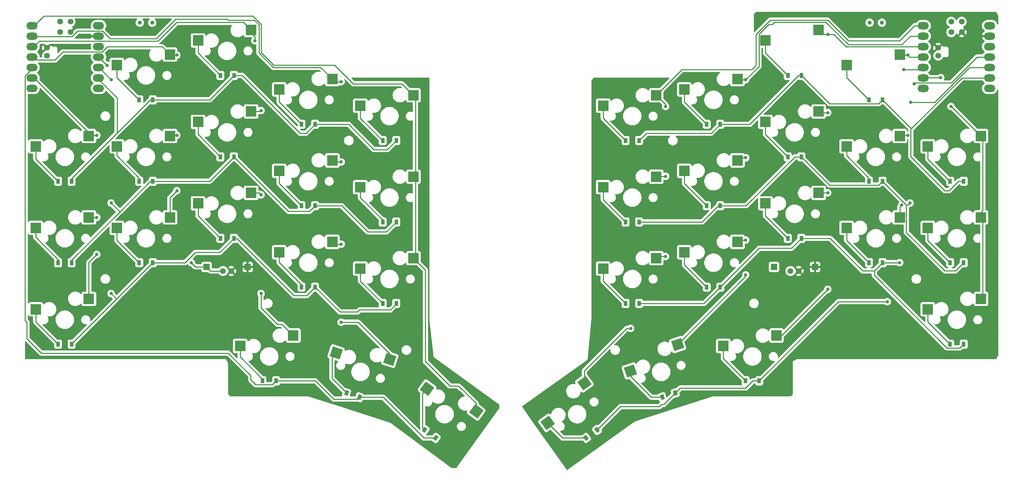
<source format=gbl>
%TF.GenerationSoftware,KiCad,Pcbnew,8.0.1*%
%TF.CreationDate,2024-04-22T06:21:46+12:00*%
%TF.ProjectId,main routed,6d61696e-2072-46f7-9574-65642e6b6963,v1.0.0*%
%TF.SameCoordinates,Original*%
%TF.FileFunction,Copper,L2,Bot*%
%TF.FilePolarity,Positive*%
%FSLAX46Y46*%
G04 Gerber Fmt 4.6, Leading zero omitted, Abs format (unit mm)*
G04 Created by KiCad (PCBNEW 8.0.1) date 2024-04-22 06:21:46*
%MOMM*%
%LPD*%
G01*
G04 APERTURE LIST*
G04 Aperture macros list*
%AMRotRect*
0 Rectangle, with rotation*
0 The origin of the aperture is its center*
0 $1 length*
0 $2 width*
0 $3 Rotation angle, in degrees counterclockwise*
0 Add horizontal line*
21,1,$1,$2,0,0,$3*%
G04 Aperture macros list end*
%TA.AperFunction,WasherPad*%
%ADD10C,1.000000*%
%TD*%
%TA.AperFunction,SMDPad,CuDef*%
%ADD11R,2.550000X2.500000*%
%TD*%
%TA.AperFunction,SMDPad,CuDef*%
%ADD12RotRect,2.550000X2.500000X36.000000*%
%TD*%
%TA.AperFunction,ComponentPad*%
%ADD13C,1.397000*%
%TD*%
%TA.AperFunction,SMDPad,CuDef*%
%ADD14RotRect,2.550000X2.500000X18.000000*%
%TD*%
%TA.AperFunction,SMDPad,CuDef*%
%ADD15RotRect,2.550000X2.500000X342.000000*%
%TD*%
%TA.AperFunction,SMDPad,CuDef*%
%ADD16R,1.500000X1.500000*%
%TD*%
%TA.AperFunction,ComponentPad*%
%ADD17O,2.750000X1.800000*%
%TD*%
%TA.AperFunction,SMDPad,CuDef*%
%ADD18RotRect,2.550000X2.500000X324.000000*%
%TD*%
%TA.AperFunction,SMDPad,CuDef*%
%ADD19R,0.900000X1.200000*%
%TD*%
%TA.AperFunction,SMDPad,CuDef*%
%ADD20RotRect,0.900000X1.200000X198.000000*%
%TD*%
%TA.AperFunction,SMDPad,CuDef*%
%ADD21RotRect,0.900000X1.200000X216.000000*%
%TD*%
%TA.AperFunction,SMDPad,CuDef*%
%ADD22RotRect,0.900000X1.200000X162.000000*%
%TD*%
%TA.AperFunction,SMDPad,CuDef*%
%ADD23RotRect,0.900000X1.200000X144.000000*%
%TD*%
%TA.AperFunction,ViaPad*%
%ADD24C,0.800000*%
%TD*%
%TA.AperFunction,Conductor*%
%ADD25C,0.250000*%
%TD*%
G04 APERTURE END LIST*
D10*
%TO.P,T1,*%
%TO.N,*%
X56992257Y-36620000D03*
X59992257Y-36620000D03*
%TD*%
D11*
%TO.P,S25,1*%
%TO.N,mirror_middle_bottom*%
X209335000Y-80584000D03*
%TO.P,S25,2*%
%TO.N,R_P2*%
X222262000Y-78044000D03*
%TD*%
%TO.P,S28,1*%
%TO.N,mirror_index_bottom*%
X189575000Y-92471200D03*
%TO.P,S28,2*%
%TO.N,R_P1*%
X202502000Y-89931200D03*
%TD*%
%TO.P,S14,1*%
%TO.N,inner_home*%
X110687257Y-76621600D03*
%TO.P,S14,2*%
%TO.N,L_P0*%
X123614257Y-74081600D03*
%TD*%
D10*
%TO.P,T2,*%
%TO.N,*%
X234680000Y-36620000D03*
X237680000Y-36620000D03*
%TD*%
D12*
%TO.P,S36,1*%
%TO.N,mirror_home_thumb*%
X156261269Y-133977281D03*
%TO.P,S36,2*%
%TO.N,R_P0*%
X165226457Y-124324078D03*
%TD*%
D11*
%TO.P,S4,1*%
%TO.N,ring_bottom*%
X51407257Y-86527600D03*
%TO.P,S4,2*%
%TO.N,L_P3*%
X64334257Y-83987600D03*
%TD*%
D13*
%TO.P,BATTPAD4,1*%
%TO.N,R_BAT+*%
X215420000Y-97030000D03*
%TO.P,BATTPAD4,2*%
%TO.N,R_GND*%
X217420000Y-97030000D03*
%TD*%
D14*
%TO.P,S35,1*%
%TO.N,mirror_middle_thumb*%
X176413411Y-121341420D03*
%TO.P,S35,2*%
%TO.N,R_P1*%
X187922816Y-114931074D03*
%TD*%
D15*
%TO.P,S17,1*%
%TO.N,middle_thumb*%
X104782375Y-116962649D03*
%TO.P,S17,2*%
%TO.N,L_P1*%
X117861585Y-118541628D03*
%TD*%
D11*
%TO.P,S30,1*%
%TO.N,mirror_index_top*%
X189575000Y-52847200D03*
%TO.P,S30,2*%
%TO.N,R_P1*%
X202502000Y-50307200D03*
%TD*%
%TO.P,S32,1*%
%TO.N,mirror_inner_home*%
X169815000Y-76621600D03*
%TO.P,S32,2*%
%TO.N,R_P0*%
X182742000Y-74081600D03*
%TD*%
%TO.P,S26,1*%
%TO.N,mirror_middle_home*%
X209335000Y-60772000D03*
%TO.P,S26,2*%
%TO.N,R_P2*%
X222262000Y-58232000D03*
%TD*%
%TO.P,S15,1*%
%TO.N,inner_top*%
X110687257Y-56809600D03*
%TO.P,S15,2*%
%TO.N,L_P0*%
X123614257Y-54269600D03*
%TD*%
%TO.P,S2,1*%
%TO.N,pinky_home*%
X31647257Y-86527600D03*
%TO.P,S2,2*%
%TO.N,L_P5*%
X44574257Y-83987600D03*
%TD*%
%TO.P,S27,1*%
%TO.N,mirror_middle_top*%
X209335000Y-40960000D03*
%TO.P,S27,2*%
%TO.N,R_P2*%
X222262000Y-38420000D03*
%TD*%
D16*
%TO.P,BATTPAD1,1*%
%TO.N,L_BAT+*%
X73252257Y-96030000D03*
%TO.P,BATTPAD1,2*%
%TO.N,L_GND*%
X83252257Y-96030000D03*
%TD*%
D11*
%TO.P,S11,1*%
%TO.N,index_home*%
X90927257Y-72659200D03*
%TO.P,S11,2*%
%TO.N,L_P1*%
X103854257Y-70119200D03*
%TD*%
D17*
%TO.P,xiao-ble2,1*%
%TO.N,R_P0*%
X247735000Y-37348600D03*
%TO.P,xiao-ble2,2*%
%TO.N,R_P1*%
X247735000Y-39888600D03*
%TO.P,xiao-ble2,3*%
%TO.N,R_P2*%
X247735000Y-42428600D03*
%TO.P,xiao-ble2,4*%
%TO.N,R_P3*%
X247735000Y-44968600D03*
%TO.P,xiao-ble2,5*%
%TO.N,R_P4*%
X247735000Y-47508600D03*
%TO.P,xiao-ble2,6*%
%TO.N,R_P5*%
X247735000Y-50048600D03*
%TO.P,xiao-ble2,7*%
%TO.N,R_P6*%
X247735000Y-52588600D03*
%TO.P,xiao-ble2,8*%
%TO.N,R_P7*%
X263925000Y-52588600D03*
%TO.P,xiao-ble2,9*%
%TO.N,R_P8*%
X263925000Y-50048600D03*
%TO.P,xiao-ble2,10*%
%TO.N,R_P9*%
X263925000Y-47508600D03*
%TO.P,xiao-ble2,11*%
%TO.N,R_P10*%
X263925000Y-44968600D03*
%TO.P,xiao-ble2,12*%
%TO.N,R_VCC3*%
X263925000Y-42428600D03*
%TO.P,xiao-ble2,13*%
%TO.N,R_GND*%
X263925000Y-39888600D03*
%TO.P,xiao-ble2,14*%
%TO.N,R_VCC5*%
X263925000Y-37348600D03*
D13*
%TO.P,xiao-ble2,15*%
%TO.N,N/C*%
X254560000Y-36396600D03*
%TO.P,xiao-ble2,16*%
X257100000Y-36396600D03*
%TO.P,xiao-ble2,17*%
%TO.N,R_RST*%
X254560000Y-38936600D03*
%TO.P,xiao-ble2,18*%
%TO.N,R_GND*%
X257100000Y-38936600D03*
%TO.P,xiao-ble2,19*%
%TO.N,R_RAW*%
X251385000Y-44651600D03*
%TO.P,xiao-ble2,20*%
%TO.N,R_GND*%
X251385000Y-42746600D03*
%TD*%
D11*
%TO.P,S1,1*%
%TO.N,pinky_bottom*%
X31647257Y-106339600D03*
%TO.P,S1,2*%
%TO.N,L_P5*%
X44574257Y-103799600D03*
%TD*%
%TO.P,S21,1*%
%TO.N,mirror_pinky_top*%
X248855000Y-66715600D03*
%TO.P,S21,2*%
%TO.N,R_P5*%
X261782000Y-64175600D03*
%TD*%
%TO.P,S24,1*%
%TO.N,mirror_ring_top*%
X229095000Y-46903600D03*
%TO.P,S24,2*%
%TO.N,R_P3*%
X242022000Y-44363600D03*
%TD*%
%TO.P,S6,1*%
%TO.N,ring_top*%
X51407257Y-46903600D03*
%TO.P,S6,2*%
%TO.N,L_P3*%
X64334257Y-44363600D03*
%TD*%
%TO.P,S29,1*%
%TO.N,mirror_index_home*%
X189575000Y-72659200D03*
%TO.P,S29,2*%
%TO.N,R_P1*%
X202502000Y-70119200D03*
%TD*%
%TO.P,S13,1*%
%TO.N,inner_bottom*%
X110687257Y-96433600D03*
%TO.P,S13,2*%
%TO.N,L_P0*%
X123614257Y-93893600D03*
%TD*%
%TO.P,S20,1*%
%TO.N,mirror_pinky_home*%
X248855000Y-86527600D03*
%TO.P,S20,2*%
%TO.N,R_P5*%
X261782000Y-83987600D03*
%TD*%
%TO.P,S8,1*%
%TO.N,middle_home*%
X71167257Y-60772000D03*
%TO.P,S8,2*%
%TO.N,L_P2*%
X84094257Y-58232000D03*
%TD*%
%TO.P,S7,1*%
%TO.N,middle_bottom*%
X71167257Y-80584000D03*
%TO.P,S7,2*%
%TO.N,L_P2*%
X84094257Y-78044000D03*
%TD*%
%TO.P,S23,1*%
%TO.N,mirror_ring_home*%
X229095000Y-66715600D03*
%TO.P,S23,2*%
%TO.N,R_P3*%
X242022000Y-64175600D03*
%TD*%
%TO.P,S33,1*%
%TO.N,mirror_inner_top*%
X169815000Y-56809600D03*
%TO.P,S33,2*%
%TO.N,R_P0*%
X182742000Y-54269600D03*
%TD*%
%TO.P,S5,1*%
%TO.N,ring_home*%
X51407257Y-66715600D03*
%TO.P,S5,2*%
%TO.N,L_P3*%
X64334257Y-64175600D03*
%TD*%
%TO.P,S12,1*%
%TO.N,index_top*%
X90927257Y-52847200D03*
%TO.P,S12,2*%
%TO.N,L_P1*%
X103854257Y-50307200D03*
%TD*%
%TO.P,S34,1*%
%TO.N,mirror_inner_thumb*%
X199075000Y-115283200D03*
%TO.P,S34,2*%
%TO.N,R_P2*%
X212002000Y-112743200D03*
%TD*%
D18*
%TO.P,S18,1*%
%TO.N,home_thumb*%
X126947218Y-125648364D03*
%TO.P,S18,2*%
%TO.N,L_P0*%
X138898355Y-131191761D03*
%TD*%
D11*
%TO.P,S3,1*%
%TO.N,pinky_top*%
X31647257Y-66715600D03*
%TO.P,S3,2*%
%TO.N,L_P5*%
X44574257Y-64175600D03*
%TD*%
%TO.P,S31,1*%
%TO.N,mirror_inner_bottom*%
X169815000Y-96433600D03*
%TO.P,S31,2*%
%TO.N,R_P0*%
X182742000Y-93893600D03*
%TD*%
%TO.P,S16,1*%
%TO.N,inner_thumb*%
X81427257Y-115283200D03*
%TO.P,S16,2*%
%TO.N,L_P2*%
X94354257Y-112743200D03*
%TD*%
%TO.P,S22,1*%
%TO.N,mirror_ring_bottom*%
X229095000Y-86527600D03*
%TO.P,S22,2*%
%TO.N,R_P3*%
X242022000Y-83987600D03*
%TD*%
%TO.P,S19,1*%
%TO.N,mirror_pinky_bottom*%
X248855000Y-106339600D03*
%TO.P,S19,2*%
%TO.N,R_P5*%
X261782000Y-103799600D03*
%TD*%
D17*
%TO.P,xiao-ble1,1*%
%TO.N,L_P0*%
X30747257Y-37348600D03*
%TO.P,xiao-ble1,2*%
%TO.N,L_P1*%
X30747257Y-39888600D03*
%TO.P,xiao-ble1,3*%
%TO.N,L_P2*%
X30747257Y-42428600D03*
%TO.P,xiao-ble1,4*%
%TO.N,L_P3*%
X30747257Y-44968600D03*
%TO.P,xiao-ble1,5*%
%TO.N,L_P4*%
X30747257Y-47508600D03*
%TO.P,xiao-ble1,6*%
%TO.N,L_P5*%
X30747257Y-50048600D03*
%TO.P,xiao-ble1,7*%
%TO.N,L_P6*%
X30747257Y-52588600D03*
%TO.P,xiao-ble1,8*%
%TO.N,L_P7*%
X46937257Y-52588600D03*
%TO.P,xiao-ble1,9*%
%TO.N,L_P8*%
X46937257Y-50048600D03*
%TO.P,xiao-ble1,10*%
%TO.N,L_P9*%
X46937257Y-47508600D03*
%TO.P,xiao-ble1,11*%
%TO.N,L_P10*%
X46937257Y-44968600D03*
%TO.P,xiao-ble1,12*%
%TO.N,L_VCC3*%
X46937257Y-42428600D03*
%TO.P,xiao-ble1,13*%
%TO.N,L_GND*%
X46937257Y-39888600D03*
%TO.P,xiao-ble1,14*%
%TO.N,L_VCC5*%
X46937257Y-37348600D03*
D13*
%TO.P,xiao-ble1,15*%
%TO.N,N/C*%
X37572257Y-36396600D03*
%TO.P,xiao-ble1,16*%
X40112257Y-36396600D03*
%TO.P,xiao-ble1,17*%
%TO.N,L_RST*%
X37572257Y-38936600D03*
%TO.P,xiao-ble1,18*%
%TO.N,L_GND*%
X40112257Y-38936600D03*
%TO.P,xiao-ble1,19*%
%TO.N,L_RAW*%
X34397257Y-44651600D03*
%TO.P,xiao-ble1,20*%
%TO.N,L_GND*%
X34397257Y-42746600D03*
%TD*%
D11*
%TO.P,S9,1*%
%TO.N,middle_top*%
X71167257Y-40960000D03*
%TO.P,S9,2*%
%TO.N,L_P2*%
X84094257Y-38420000D03*
%TD*%
%TO.P,S10,1*%
%TO.N,index_bottom*%
X90927257Y-92471200D03*
%TO.P,S10,2*%
%TO.N,L_P1*%
X103854257Y-89931200D03*
%TD*%
D13*
%TO.P,BATTPAD2,1*%
%TO.N,L_BAT+*%
X77252257Y-97030000D03*
%TO.P,BATTPAD2,2*%
%TO.N,L_GND*%
X79252257Y-97030000D03*
%TD*%
D16*
%TO.P,BATTPAD3,1*%
%TO.N,R_BAT+*%
X211420000Y-96030000D03*
%TO.P,BATTPAD3,2*%
%TO.N,R_GND*%
X221420000Y-96030000D03*
%TD*%
D19*
%TO.P,D25,1*%
%TO.N,R_P10*%
X218070000Y-89067600D03*
%TO.P,D25,2*%
%TO.N,mirror_middle_bottom*%
X214770000Y-89067600D03*
%TD*%
D20*
%TO.P,D35,1*%
%TO.N,R_P4*%
X187342467Y-126710539D03*
%TO.P,D35,2*%
%TO.N,mirror_middle_thumb*%
X184203981Y-127730295D03*
%TD*%
D19*
%TO.P,D12,1*%
%TO.N,L_P8*%
X99662257Y-61330800D03*
%TO.P,D12,2*%
%TO.N,index_top*%
X96362257Y-61330800D03*
%TD*%
%TO.P,D23,1*%
%TO.N,R_P9*%
X237830000Y-75199200D03*
%TO.P,D23,2*%
%TO.N,mirror_ring_home*%
X234530000Y-75199200D03*
%TD*%
%TO.P,D26,1*%
%TO.N,R_P9*%
X218070000Y-69255600D03*
%TO.P,D26,2*%
%TO.N,mirror_middle_home*%
X214770000Y-69255600D03*
%TD*%
%TO.P,D21,1*%
%TO.N,R_P8*%
X257590000Y-75199200D03*
%TO.P,D21,2*%
%TO.N,mirror_pinky_top*%
X254290000Y-75199200D03*
%TD*%
%TO.P,D13,1*%
%TO.N,L_P10*%
X119422257Y-104917200D03*
%TO.P,D13,2*%
%TO.N,inner_bottom*%
X116122257Y-104917200D03*
%TD*%
%TO.P,D7,1*%
%TO.N,L_P10*%
X79902257Y-89067600D03*
%TO.P,D7,2*%
%TO.N,middle_bottom*%
X76602257Y-89067600D03*
%TD*%
D21*
%TO.P,D36,1*%
%TO.N,R_P4*%
X168314567Y-135706353D03*
%TO.P,D36,2*%
%TO.N,mirror_home_thumb*%
X165644811Y-137646045D03*
%TD*%
D19*
%TO.P,D34,1*%
%TO.N,R_P4*%
X207810000Y-123766800D03*
%TO.P,D34,2*%
%TO.N,mirror_inner_thumb*%
X204510000Y-123766800D03*
%TD*%
D22*
%TO.P,D17,1*%
%TO.N,L_P4*%
X110468277Y-127730295D03*
%TO.P,D17,2*%
%TO.N,middle_thumb*%
X107329791Y-126710539D03*
%TD*%
D19*
%TO.P,D28,1*%
%TO.N,R_P10*%
X198310000Y-100954800D03*
%TO.P,D28,2*%
%TO.N,mirror_index_bottom*%
X195010000Y-100954800D03*
%TD*%
%TO.P,D27,1*%
%TO.N,R_P8*%
X218070000Y-49443600D03*
%TO.P,D27,2*%
%TO.N,mirror_middle_top*%
X214770000Y-49443600D03*
%TD*%
%TO.P,D33,1*%
%TO.N,R_P8*%
X178550000Y-65293200D03*
%TO.P,D33,2*%
%TO.N,mirror_inner_top*%
X175250000Y-65293200D03*
%TD*%
%TO.P,D20,1*%
%TO.N,R_P9*%
X257590000Y-95011200D03*
%TO.P,D20,2*%
%TO.N,mirror_pinky_home*%
X254290000Y-95011200D03*
%TD*%
%TO.P,D2,1*%
%TO.N,L_P9*%
X40382257Y-95011200D03*
%TO.P,D2,2*%
%TO.N,pinky_home*%
X37082257Y-95011200D03*
%TD*%
%TO.P,D8,1*%
%TO.N,L_P9*%
X79902257Y-69255600D03*
%TO.P,D8,2*%
%TO.N,middle_home*%
X76602257Y-69255600D03*
%TD*%
%TO.P,D16,1*%
%TO.N,L_P4*%
X90162257Y-123766800D03*
%TO.P,D16,2*%
%TO.N,inner_thumb*%
X86862257Y-123766800D03*
%TD*%
%TO.P,D5,1*%
%TO.N,L_P9*%
X60142257Y-75199200D03*
%TO.P,D5,2*%
%TO.N,ring_home*%
X56842257Y-75199200D03*
%TD*%
%TO.P,D14,1*%
%TO.N,L_P9*%
X119422257Y-85105200D03*
%TO.P,D14,2*%
%TO.N,inner_home*%
X116122257Y-85105200D03*
%TD*%
%TO.P,D30,1*%
%TO.N,R_P8*%
X198310000Y-61330800D03*
%TO.P,D30,2*%
%TO.N,mirror_index_top*%
X195010000Y-61330800D03*
%TD*%
D23*
%TO.P,D18,1*%
%TO.N,L_P4*%
X129027446Y-137646045D03*
%TO.P,D18,2*%
%TO.N,home_thumb*%
X126357690Y-135706353D03*
%TD*%
D19*
%TO.P,D9,1*%
%TO.N,L_P8*%
X79902257Y-49443600D03*
%TO.P,D9,2*%
%TO.N,middle_top*%
X76602257Y-49443600D03*
%TD*%
%TO.P,D6,1*%
%TO.N,L_P8*%
X60142257Y-55387200D03*
%TO.P,D6,2*%
%TO.N,ring_top*%
X56842257Y-55387200D03*
%TD*%
%TO.P,D19,1*%
%TO.N,R_P10*%
X257590000Y-114823200D03*
%TO.P,D19,2*%
%TO.N,mirror_pinky_bottom*%
X254290000Y-114823200D03*
%TD*%
%TO.P,D15,1*%
%TO.N,L_P8*%
X119422257Y-65293200D03*
%TO.P,D15,2*%
%TO.N,inner_top*%
X116122257Y-65293200D03*
%TD*%
%TO.P,D11,1*%
%TO.N,L_P9*%
X99662257Y-81142800D03*
%TO.P,D11,2*%
%TO.N,index_home*%
X96362257Y-81142800D03*
%TD*%
%TO.P,D10,1*%
%TO.N,L_P10*%
X99662257Y-100954800D03*
%TO.P,D10,2*%
%TO.N,index_bottom*%
X96362257Y-100954800D03*
%TD*%
%TO.P,D22,1*%
%TO.N,R_P10*%
X237830000Y-95011200D03*
%TO.P,D22,2*%
%TO.N,mirror_ring_bottom*%
X234530000Y-95011200D03*
%TD*%
%TO.P,D29,1*%
%TO.N,R_P9*%
X198310000Y-81142800D03*
%TO.P,D29,2*%
%TO.N,mirror_index_home*%
X195010000Y-81142800D03*
%TD*%
%TO.P,D4,1*%
%TO.N,L_P10*%
X60142257Y-95011200D03*
%TO.P,D4,2*%
%TO.N,ring_bottom*%
X56842257Y-95011200D03*
%TD*%
%TO.P,D24,1*%
%TO.N,R_P8*%
X237830000Y-55387200D03*
%TO.P,D24,2*%
%TO.N,mirror_ring_top*%
X234530000Y-55387200D03*
%TD*%
%TO.P,D31,1*%
%TO.N,R_P10*%
X178550000Y-104917200D03*
%TO.P,D31,2*%
%TO.N,mirror_inner_bottom*%
X175250000Y-104917200D03*
%TD*%
%TO.P,D1,1*%
%TO.N,L_P10*%
X40382257Y-114823200D03*
%TO.P,D1,2*%
%TO.N,pinky_bottom*%
X37082257Y-114823200D03*
%TD*%
%TO.P,D32,1*%
%TO.N,R_P9*%
X178550000Y-85105200D03*
%TO.P,D32,2*%
%TO.N,mirror_inner_home*%
X175250000Y-85105200D03*
%TD*%
%TO.P,D3,1*%
%TO.N,L_P8*%
X40382257Y-75199200D03*
%TO.P,D3,2*%
%TO.N,pinky_top*%
X37082257Y-75199200D03*
%TD*%
D24*
%TO.N,L_P5*%
X46500000Y-84000000D03*
X46500000Y-64000000D03*
X46500000Y-93000000D03*
%TO.N,L_P3*%
X66000000Y-44500000D03*
X66000000Y-64000000D03*
X66000000Y-77500000D03*
%TO.N,L_P2*%
X86500000Y-102500000D03*
X86500000Y-78500000D03*
X86500000Y-58000000D03*
X85000000Y-41000000D03*
%TO.N,L_P1*%
X106000000Y-90500000D03*
X106000000Y-70500000D03*
X106000000Y-109500000D03*
X106000000Y-51000000D03*
%TO.N,R_P5*%
X252000000Y-50000000D03*
X254500000Y-57000000D03*
%TO.N,R_P3*%
X244000000Y-64000000D03*
X242500000Y-81000000D03*
X244000000Y-44500000D03*
%TO.N,R_P2*%
X224500000Y-78000000D03*
X224500000Y-58500000D03*
X224500000Y-101500000D03*
X224500000Y-39500000D03*
%TO.N,R_P1*%
X204500000Y-98000000D03*
X204500000Y-50500000D03*
X204500000Y-69500000D03*
X204500000Y-89500000D03*
%TO.N,R_P0*%
X176500000Y-111000000D03*
X185000000Y-57000000D03*
X185000000Y-93500000D03*
X185000000Y-74000000D03*
%TO.N,L_P10*%
X50000000Y-102500000D03*
X49000000Y-47000000D03*
%TO.N,L_P9*%
X50000000Y-80500000D03*
X50000000Y-50500000D03*
%TO.N,R_P10*%
X242000000Y-95000000D03*
X245500000Y-51500000D03*
%TO.N,R_P9*%
X244725000Y-56000000D03*
X244500000Y-80500000D03*
%TO.N,R_P4*%
X239000000Y-104500000D03*
X243000000Y-48000000D03*
%TO.N,L_BAT+*%
X69500000Y-95000000D03*
%TD*%
D25*
%TO.N,pinky_bottom*%
X31647257Y-106339600D02*
X31647257Y-109388200D01*
X31647257Y-109388200D02*
X37082257Y-114823200D01*
%TO.N,L_P5*%
X44586657Y-84000000D02*
X44574257Y-83987600D01*
X46500000Y-84000000D02*
X44586657Y-84000000D01*
X44574257Y-94925743D02*
X46500000Y-93000000D01*
X44574257Y-103799600D02*
X44574257Y-94925743D01*
X44574257Y-64175600D02*
X44624929Y-64124929D01*
X44624929Y-63451272D02*
X31222257Y-50048600D01*
X44749857Y-64000000D02*
X44574257Y-64175600D01*
X44624929Y-64124929D02*
X44624929Y-63451272D01*
X46500000Y-64000000D02*
X44749857Y-64000000D01*
%TO.N,pinky_home*%
X31647257Y-88796284D02*
X37082257Y-94231284D01*
X37082257Y-94231284D02*
X37082257Y-95011200D01*
X31647257Y-86527600D02*
X31647257Y-88796284D01*
%TO.N,pinky_top*%
X31647257Y-66715600D02*
X31647257Y-69764200D01*
X31647257Y-69764200D02*
X37082257Y-75199200D01*
%TO.N,ring_bottom*%
X51407257Y-89576200D02*
X56842257Y-95011200D01*
X51407257Y-86527600D02*
X51407257Y-89576200D01*
%TO.N,L_P3*%
X36324900Y-45675100D02*
X31928757Y-45675100D01*
X64334257Y-44363600D02*
X62459257Y-42488600D01*
X49084669Y-42488600D02*
X47829669Y-43743600D01*
X47829669Y-43743600D02*
X38256400Y-43743600D01*
X38256400Y-43743600D02*
X36324900Y-45675100D01*
X66000000Y-64000000D02*
X64509857Y-64000000D01*
X64470657Y-44500000D02*
X64334257Y-44363600D01*
X62459257Y-42488600D02*
X49084669Y-42488600D01*
X64334257Y-83987600D02*
X64334257Y-79165743D01*
X64334257Y-79165743D02*
X66000000Y-77500000D01*
X66000000Y-44500000D02*
X64470657Y-44500000D01*
X31928757Y-45675100D02*
X31222257Y-44968600D01*
X64509857Y-64000000D02*
X64334257Y-64175600D01*
%TO.N,ring_home*%
X51407257Y-68984284D02*
X56842257Y-74419284D01*
X56842257Y-74419284D02*
X56842257Y-75199200D01*
X51407257Y-66715600D02*
X51407257Y-68984284D01*
%TO.N,ring_top*%
X51407257Y-46903600D02*
X51407257Y-49952200D01*
X51407257Y-49952200D02*
X56842257Y-55387200D01*
%TO.N,middle_bottom*%
X71167257Y-80584000D02*
X71167257Y-83632600D01*
X71167257Y-83632600D02*
X76602257Y-89067600D01*
%TO.N,L_P2*%
X86500000Y-78500000D02*
X86044000Y-78044000D01*
X84094257Y-38420000D02*
X82219257Y-36545000D01*
X86268000Y-58232000D02*
X84094257Y-58232000D01*
X84094257Y-39094257D02*
X84094257Y-38420000D01*
X32537257Y-41113600D02*
X31222257Y-42428600D01*
X61386400Y-41113600D02*
X32537257Y-41113600D01*
X91611057Y-110000000D02*
X90500000Y-110000000D01*
X85000000Y-40000000D02*
X84094257Y-39094257D01*
X85000000Y-41000000D02*
X85000000Y-40000000D01*
X86500000Y-106000000D02*
X86500000Y-102500000D01*
X94354257Y-112743200D02*
X91611057Y-110000000D01*
X65955000Y-36545000D02*
X61386400Y-41113600D01*
X86044000Y-78044000D02*
X84094257Y-78044000D01*
X90500000Y-110000000D02*
X86500000Y-106000000D01*
X82219257Y-36545000D02*
X65955000Y-36545000D01*
X86500000Y-58000000D02*
X86268000Y-58232000D01*
%TO.N,middle_home*%
X71167257Y-63820600D02*
X76602257Y-69255600D01*
X71167257Y-60772000D02*
X71167257Y-63820600D01*
%TO.N,middle_top*%
X71167257Y-40960000D02*
X71167257Y-44008600D01*
X71167257Y-44008600D02*
X76602257Y-49443600D01*
%TO.N,index_bottom*%
X90927257Y-92471200D02*
X90927257Y-94927257D01*
X90927257Y-94927257D02*
X96362257Y-100362257D01*
X96362257Y-100362257D02*
X96362257Y-100954800D01*
%TO.N,L_P1*%
X106000000Y-51000000D02*
X104547057Y-51000000D01*
X106000000Y-90500000D02*
X104423057Y-90500000D01*
X110134285Y-109500000D02*
X106000000Y-109500000D01*
X104235057Y-70500000D02*
X103854257Y-70119200D01*
X78500000Y-36000000D02*
X78295000Y-35795000D01*
X65705000Y-35795000D02*
X61000000Y-40500000D01*
X117861585Y-117227300D02*
X110134285Y-109500000D01*
X106000000Y-70500000D02*
X104235057Y-70500000D01*
X47919669Y-38663600D02*
X41832705Y-38663600D01*
X101047057Y-47500000D02*
X89500000Y-47500000D01*
X31333657Y-40000000D02*
X31222257Y-39888600D01*
X86000000Y-37150743D02*
X84849257Y-36000000D01*
X49756069Y-40500000D02*
X47919669Y-38663600D01*
X40496305Y-40000000D02*
X31333657Y-40000000D01*
X103854257Y-50307200D02*
X101047057Y-47500000D01*
X61000000Y-40500000D02*
X49756069Y-40500000D01*
X78295000Y-35795000D02*
X65705000Y-35795000D01*
X117861585Y-118541628D02*
X117861585Y-117227300D01*
X41832705Y-38663600D02*
X40496305Y-40000000D01*
X86000000Y-44000000D02*
X86000000Y-37150743D01*
X84849257Y-36000000D02*
X78500000Y-36000000D01*
X104547057Y-51000000D02*
X103854257Y-50307200D01*
X104423057Y-90500000D02*
X103854257Y-89931200D01*
X89500000Y-47500000D02*
X86000000Y-44000000D01*
%TO.N,index_home*%
X90927257Y-75707800D02*
X96362257Y-81142800D01*
X90927257Y-72659200D02*
X90927257Y-75707800D01*
%TO.N,index_top*%
X90927257Y-52847200D02*
X90927257Y-55895800D01*
X90927257Y-55895800D02*
X96362257Y-61330800D01*
%TO.N,inner_bottom*%
X110687257Y-96433600D02*
X110687257Y-99482200D01*
X110687257Y-99482200D02*
X116122257Y-104917200D01*
%TO.N,L_P0*%
X86500000Y-43863604D02*
X86500000Y-37000000D01*
X135000000Y-125500000D02*
X134500000Y-125000000D01*
X123614257Y-93893600D02*
X124078157Y-93429700D01*
X124078157Y-73617700D02*
X124078157Y-54733500D01*
X84500000Y-35000000D02*
X33570857Y-35000000D01*
X89568198Y-46931802D02*
X86500000Y-43863604D01*
X104431802Y-46931802D02*
X89568198Y-46931802D01*
X123614257Y-54269600D02*
X120844657Y-51500000D01*
X124078157Y-93429700D02*
X124078157Y-74545500D01*
X109000000Y-51500000D02*
X104431802Y-46931802D01*
X126500000Y-96779343D02*
X123614257Y-93893600D01*
X134500000Y-125000000D02*
X132500000Y-125000000D01*
X124078157Y-74545500D02*
X123614257Y-74081600D01*
X86500000Y-37000000D02*
X84500000Y-35000000D01*
X138898355Y-129270618D02*
X135127737Y-125500000D01*
X120844657Y-51500000D02*
X109000000Y-51500000D01*
X126500000Y-119000000D02*
X126500000Y-96779343D01*
X135127737Y-125500000D02*
X135000000Y-125500000D01*
X33570857Y-35000000D02*
X31222257Y-37348600D01*
X123614257Y-74081600D02*
X124078157Y-73617700D01*
X124078157Y-54733500D02*
X123614257Y-54269600D01*
X132500000Y-125000000D02*
X126500000Y-119000000D01*
X138898355Y-131191761D02*
X138898355Y-129270618D01*
%TO.N,inner_home*%
X110687257Y-79187257D02*
X116122257Y-84622257D01*
X116122257Y-84622257D02*
X116122257Y-85105200D01*
X110687257Y-76621600D02*
X110687257Y-79187257D01*
%TO.N,inner_top*%
X110687257Y-59858200D02*
X116122257Y-65293200D01*
X110687257Y-56809600D02*
X110687257Y-59858200D01*
%TO.N,inner_thumb*%
X81427257Y-117927257D02*
X86862257Y-123362257D01*
X86862257Y-123362257D02*
X86862257Y-123766800D01*
X81427257Y-115283200D02*
X81427257Y-117927257D01*
%TO.N,middle_thumb*%
X103790369Y-117954655D02*
X103790369Y-123171117D01*
X103790369Y-123171117D02*
X107329791Y-126710539D01*
X104782375Y-116962649D02*
X103790369Y-117954655D01*
%TO.N,home_thumb*%
X126947218Y-125648364D02*
X125850423Y-126745159D01*
X125850423Y-126745159D02*
X125850423Y-135199086D01*
X125850423Y-135199086D02*
X126357690Y-135706353D01*
%TO.N,mirror_pinky_bottom*%
X248855000Y-109388200D02*
X254290000Y-114823200D01*
X248855000Y-106339600D02*
X248855000Y-109388200D01*
%TO.N,R_P5*%
X252000000Y-50000000D02*
X248258600Y-50000000D01*
X262245900Y-82254100D02*
X262245900Y-64639500D01*
X261782000Y-64175600D02*
X254606400Y-57000000D01*
X254606400Y-57000000D02*
X254500000Y-57000000D01*
X262245900Y-84451500D02*
X261782000Y-83987600D01*
X261782000Y-103799600D02*
X262245900Y-103335700D01*
X248258600Y-50000000D02*
X248210000Y-50048600D01*
X262245900Y-64639500D02*
X261782000Y-64175600D01*
X261782000Y-82718000D02*
X262245900Y-82254100D01*
X262245900Y-103335700D02*
X262245900Y-84451500D01*
X261782000Y-83987600D02*
X261782000Y-82718000D01*
%TO.N,mirror_pinky_home*%
X248855000Y-89576200D02*
X254290000Y-95011200D01*
X248855000Y-86527600D02*
X248855000Y-89576200D01*
%TO.N,mirror_pinky_top*%
X248855000Y-66715600D02*
X248855000Y-69764200D01*
X248855000Y-69764200D02*
X254290000Y-75199200D01*
%TO.N,mirror_ring_bottom*%
X229095000Y-89576200D02*
X234530000Y-95011200D01*
X229095000Y-86527600D02*
X229095000Y-89576200D01*
%TO.N,R_P3*%
X242158400Y-44500000D02*
X242022000Y-44363600D01*
X244468600Y-44968600D02*
X244000000Y-44500000D01*
X242022000Y-81478000D02*
X242500000Y-81000000D01*
X244000000Y-44500000D02*
X242158400Y-44500000D01*
X242197600Y-64000000D02*
X242022000Y-64175600D01*
X248210000Y-44968600D02*
X244468600Y-44968600D01*
X244000000Y-64000000D02*
X242197600Y-64000000D01*
X242022000Y-83987600D02*
X242022000Y-81478000D01*
%TO.N,mirror_ring_home*%
X234530000Y-74419284D02*
X234530000Y-75199200D01*
X229095000Y-66715600D02*
X229095000Y-68984284D01*
X229095000Y-68984284D02*
X234530000Y-74419284D01*
%TO.N,mirror_ring_top*%
X229095000Y-49952200D02*
X234530000Y-55387200D01*
X229095000Y-46903600D02*
X229095000Y-49952200D01*
%TO.N,mirror_middle_bottom*%
X209335000Y-83632600D02*
X214770000Y-89067600D01*
X209335000Y-80584000D02*
X209335000Y-83632600D01*
%TO.N,R_P2*%
X224500000Y-58500000D02*
X222530000Y-58500000D01*
X224500000Y-78000000D02*
X222306000Y-78000000D01*
X229000000Y-42500000D02*
X229071400Y-42428600D01*
X224500000Y-39500000D02*
X226000000Y-39500000D01*
X222306000Y-78000000D02*
X222262000Y-78044000D01*
X223342000Y-39500000D02*
X222262000Y-38420000D01*
X224500000Y-39500000D02*
X223342000Y-39500000D01*
X229071400Y-42428600D02*
X248210000Y-42428600D01*
X222530000Y-58500000D02*
X222262000Y-58232000D01*
X213256800Y-112743200D02*
X224500000Y-101500000D01*
X212002000Y-112743200D02*
X213256800Y-112743200D01*
X226000000Y-39500000D02*
X229000000Y-42500000D01*
%TO.N,mirror_middle_home*%
X209335000Y-63820600D02*
X214770000Y-69255600D01*
X209335000Y-60772000D02*
X209335000Y-63820600D01*
%TO.N,mirror_middle_top*%
X209335000Y-40960000D02*
X209335000Y-44008600D01*
X209335000Y-44008600D02*
X214770000Y-49443600D01*
%TO.N,mirror_index_bottom*%
X189575000Y-95519800D02*
X195010000Y-100954800D01*
X189575000Y-92471200D02*
X189575000Y-95519800D01*
%TO.N,R_P1*%
X207735000Y-39385000D02*
X207735000Y-47265000D01*
X211000000Y-37000000D02*
X210120000Y-37000000D01*
X244590000Y-39888600D02*
X242500000Y-41978600D01*
X204500000Y-50500000D02*
X202694800Y-50500000D01*
X202694800Y-50500000D02*
X202502000Y-50307200D01*
X211455000Y-36545000D02*
X211000000Y-37000000D01*
X187922816Y-114931074D02*
X204500000Y-98353890D01*
X204500000Y-89500000D02*
X202933200Y-89500000D01*
X224066400Y-36545000D02*
X211455000Y-36545000D01*
X204500000Y-98353890D02*
X204500000Y-98000000D01*
X207735000Y-47265000D02*
X204500000Y-50500000D01*
X204500000Y-69500000D02*
X203121200Y-69500000D01*
X203121200Y-69500000D02*
X202502000Y-70119200D01*
X229500000Y-41978600D02*
X224066400Y-36545000D01*
X242500000Y-41978600D02*
X229500000Y-41978600D01*
X202933200Y-89500000D02*
X202502000Y-89931200D01*
X248210000Y-39888600D02*
X244590000Y-39888600D01*
X210120000Y-37000000D02*
X207735000Y-39385000D01*
%TO.N,mirror_index_home*%
X189575000Y-75707800D02*
X195010000Y-81142800D01*
X189575000Y-72659200D02*
X189575000Y-75707800D01*
%TO.N,mirror_index_top*%
X189575000Y-52847200D02*
X189575000Y-55895800D01*
X189575000Y-55895800D02*
X195010000Y-61330800D01*
%TO.N,mirror_inner_bottom*%
X169815000Y-96433600D02*
X169815000Y-99482200D01*
X169815000Y-99482200D02*
X175250000Y-104917200D01*
%TO.N,R_P0*%
X182742000Y-54269600D02*
X182769600Y-54269600D01*
X185000000Y-74000000D02*
X182823600Y-74000000D01*
X248210000Y-37348600D02*
X245651400Y-37348600D01*
X175500000Y-111000000D02*
X165226457Y-121273543D01*
X210483604Y-36000000D02*
X207000000Y-39483604D01*
X185000000Y-56500000D02*
X185000000Y-57000000D01*
X207000000Y-39483604D02*
X207000000Y-47000000D01*
X207000000Y-47000000D02*
X206000000Y-48000000D01*
X185000000Y-93500000D02*
X183135600Y-93500000D01*
X206000000Y-48000000D02*
X189011600Y-48000000D01*
X182823600Y-74000000D02*
X182742000Y-74081600D01*
X176500000Y-111000000D02*
X175500000Y-111000000D01*
X182769600Y-54269600D02*
X183000000Y-54500000D01*
X245651400Y-37348600D02*
X242000000Y-41000000D01*
X183000000Y-54500000D02*
X185000000Y-56500000D01*
X224500000Y-36000000D02*
X210483604Y-36000000D01*
X242000000Y-41000000D02*
X229500000Y-41000000D01*
X165226457Y-121273543D02*
X165226457Y-124324078D01*
X189011600Y-48000000D02*
X182742000Y-54269600D01*
X229500000Y-41000000D02*
X224500000Y-36000000D01*
X183135600Y-93500000D02*
X182742000Y-93893600D01*
%TO.N,mirror_inner_home*%
X169815000Y-76621600D02*
X169815000Y-79670200D01*
X169815000Y-79670200D02*
X175250000Y-85105200D01*
%TO.N,mirror_inner_top*%
X169815000Y-59858200D02*
X175250000Y-65293200D01*
X169815000Y-56809600D02*
X169815000Y-59858200D01*
%TO.N,mirror_inner_thumb*%
X199075000Y-115283200D02*
X199075000Y-118331800D01*
X199075000Y-118331800D02*
X204510000Y-123766800D01*
%TO.N,mirror_middle_thumb*%
X181487958Y-127730295D02*
X184203981Y-127730295D01*
X176413411Y-122655748D02*
X181487958Y-127730295D01*
X176413411Y-121341420D02*
X176413411Y-122655748D01*
%TO.N,mirror_home_thumb*%
X156261269Y-133977281D02*
X159930033Y-137646045D01*
X159930033Y-137646045D02*
X165644811Y-137646045D01*
%TO.N,L_P10*%
X67988800Y-95011200D02*
X70500000Y-92500000D01*
X119422257Y-105067200D02*
X119422257Y-104917200D01*
X40382257Y-114823200D02*
X40382257Y-114771200D01*
X105707457Y-107000000D02*
X110000000Y-107000000D01*
X99662257Y-100954800D02*
X105707457Y-107000000D01*
X46462257Y-44968600D02*
X46968600Y-44968600D01*
X50000000Y-102500000D02*
X51326729Y-103826729D01*
X97617057Y-103000000D02*
X99662257Y-100954800D01*
X51326729Y-103826729D02*
X60142257Y-95011200D01*
X94500000Y-103000000D02*
X97617057Y-103000000D01*
X110000000Y-107000000D02*
X110500000Y-106500000D01*
X117989457Y-106500000D02*
X119422257Y-105067200D01*
X110500000Y-106500000D02*
X117989457Y-106500000D01*
X46968600Y-44968600D02*
X49000000Y-47000000D01*
X76469857Y-92500000D02*
X79902257Y-89067600D01*
X79902257Y-89067600D02*
X80567600Y-89067600D01*
X70500000Y-92500000D02*
X76469857Y-92500000D01*
X40382257Y-114771200D02*
X51326729Y-103826729D01*
X80567600Y-89067600D02*
X94500000Y-103000000D01*
X60142257Y-95011200D02*
X67988800Y-95011200D01*
%TO.N,L_P9*%
X117027457Y-87500000D02*
X119422257Y-85105200D01*
X73958657Y-75199200D02*
X79902257Y-69255600D01*
X98305057Y-82500000D02*
X99662257Y-81142800D01*
X93146657Y-82500000D02*
X98305057Y-82500000D01*
X79902257Y-69255600D02*
X93146657Y-82500000D01*
X40382257Y-95011200D02*
X40382257Y-94377600D01*
X46462257Y-47508600D02*
X47008600Y-47508600D01*
X52129929Y-82629929D02*
X59560657Y-75199200D01*
X47008600Y-47508600D02*
X50000000Y-50500000D01*
X40382257Y-94377600D02*
X52129929Y-82629929D01*
X59560657Y-75199200D02*
X60142257Y-75199200D01*
X112500000Y-87500000D02*
X117027457Y-87500000D01*
X60142257Y-75199200D02*
X73958657Y-75199200D01*
X50000000Y-80500000D02*
X52129929Y-82629929D01*
X106142800Y-81142800D02*
X112500000Y-87500000D01*
X99662257Y-81142800D02*
X106142800Y-81142800D01*
%TO.N,L_P8*%
X96000000Y-63500000D02*
X81943600Y-49443600D01*
X107830800Y-61330800D02*
X114000000Y-67500000D01*
X79902257Y-49443600D02*
X79943600Y-49443600D01*
X59560657Y-55387200D02*
X60142257Y-55387200D01*
X40382257Y-75199200D02*
X40382257Y-74565600D01*
X97493057Y-63500000D02*
X96000000Y-63500000D01*
X51473928Y-63473928D02*
X59560657Y-55387200D01*
X114000000Y-67500000D02*
X117215457Y-67500000D01*
X60142257Y-55387200D02*
X73958657Y-55387200D01*
X51473928Y-63473928D02*
X51473928Y-54917859D01*
X81943600Y-49443600D02*
X79902257Y-49443600D01*
X51473928Y-54917859D02*
X46604669Y-50048600D01*
X117215457Y-67500000D02*
X119422257Y-65293200D01*
X40382257Y-74565600D02*
X51473928Y-63473928D01*
X99662257Y-61330800D02*
X97493057Y-63500000D01*
X46604669Y-50048600D02*
X46462257Y-50048600D01*
X73958657Y-55387200D02*
X79902257Y-49443600D01*
X99662257Y-61330800D02*
X107830800Y-61330800D01*
%TO.N,L_P4*%
X85191800Y-124691800D02*
X84000000Y-123500000D01*
X29500000Y-113500000D02*
X29500000Y-109500000D01*
X126146045Y-137646045D02*
X116230295Y-127730295D01*
X104206458Y-128206458D02*
X99766800Y-123766800D01*
X84000000Y-122500000D02*
X78500000Y-117000000D01*
X33000000Y-117000000D02*
X29500000Y-113500000D01*
X116230295Y-127730295D02*
X110468277Y-127730295D01*
X31079845Y-47508600D02*
X31222257Y-47508600D01*
X99766800Y-123766800D02*
X90162257Y-123766800D01*
X109992114Y-128206458D02*
X104206458Y-128206458D01*
X110468277Y-127730295D02*
X109992114Y-128206458D01*
X84000000Y-123500000D02*
X84000000Y-122500000D01*
X89237257Y-124691800D02*
X85191800Y-124691800D01*
X29047257Y-109047257D02*
X29047257Y-49541188D01*
X129027446Y-137646045D02*
X126146045Y-137646045D01*
X78500000Y-117000000D02*
X33000000Y-117000000D01*
X29047257Y-49541188D02*
X31079845Y-47508600D01*
X90162257Y-123766800D02*
X89237257Y-124691800D01*
X29500000Y-109500000D02*
X29047257Y-109047257D01*
%TO.N,R_P10*%
X254590004Y-51273600D02*
X245726400Y-51273600D01*
X263450000Y-44968600D02*
X260895004Y-44968600D01*
X194347600Y-104917200D02*
X198310000Y-100954800D01*
X242000000Y-95000000D02*
X241000000Y-95000000D01*
X253515000Y-115748200D02*
X256665000Y-115748200D01*
X245726400Y-51273600D02*
X245500000Y-51500000D01*
X235841200Y-97000000D02*
X235841200Y-98074400D01*
X256665000Y-115748200D02*
X257590000Y-114823200D01*
X235841200Y-97000000D02*
X237830000Y-95011200D01*
X240988800Y-95011200D02*
X237830000Y-95011200D01*
X235841200Y-98074400D02*
X253515000Y-115748200D01*
X241000000Y-95000000D02*
X240988800Y-95011200D01*
X207764800Y-91500000D02*
X215637600Y-91500000D01*
X225067600Y-89067600D02*
X233000000Y-97000000D01*
X218070000Y-89067600D02*
X225067600Y-89067600D01*
X215637600Y-91500000D02*
X218070000Y-89067600D01*
X178550000Y-104917200D02*
X194347600Y-104917200D01*
X260895004Y-44968600D02*
X254590004Y-51273600D01*
X198310000Y-100954800D02*
X207764800Y-91500000D01*
X233000000Y-97000000D02*
X235841200Y-97000000D01*
%TO.N,R_P9*%
X257590000Y-95011200D02*
X255601200Y-97000000D01*
X193894800Y-85105200D02*
X178550000Y-85105200D01*
X255601200Y-97000000D02*
X253000000Y-97000000D01*
X243622000Y-80991200D02*
X237830000Y-75199200D01*
X197857200Y-81142800D02*
X193894800Y-85105200D01*
X198310000Y-81142800D02*
X197857200Y-81142800D01*
X258991400Y-47508600D02*
X250500000Y-56000000D01*
X253000000Y-97000000D02*
X243622000Y-87622000D01*
X216470000Y-69255600D02*
X204582800Y-81142800D01*
X244500000Y-80500000D02*
X244000000Y-81000000D01*
X250500000Y-56000000D02*
X244725000Y-56000000D01*
X218070000Y-69255600D02*
X216470000Y-69255600D01*
X236905000Y-76124200D02*
X224938600Y-76124200D01*
X263450000Y-47508600D02*
X258991400Y-47508600D01*
X243622000Y-87622000D02*
X243622000Y-81000000D01*
X244000000Y-81000000D02*
X243622000Y-81000000D01*
X237830000Y-75199200D02*
X236905000Y-76124200D01*
X243622000Y-81000000D02*
X243622000Y-80991200D01*
X224938600Y-76124200D02*
X218070000Y-69255600D01*
X204582800Y-81142800D02*
X198310000Y-81142800D01*
%TO.N,R_P8*%
X218070000Y-49443600D02*
X224938600Y-56312200D01*
X253000000Y-77500000D02*
X254000000Y-77500000D01*
X244725000Y-69225000D02*
X253000000Y-77500000D01*
X254000000Y-77500000D02*
X256300800Y-75199200D01*
X237830000Y-55387200D02*
X244725000Y-62282200D01*
X217370000Y-49443600D02*
X218070000Y-49443600D01*
X256300800Y-75199200D02*
X257590000Y-75199200D01*
X196140800Y-63500000D02*
X198310000Y-61330800D01*
X180343200Y-63500000D02*
X196140800Y-63500000D01*
X236905000Y-56312200D02*
X237830000Y-55387200D01*
X224938600Y-56312200D02*
X236905000Y-56312200D01*
X244725000Y-62282200D02*
X244973090Y-62282200D01*
X198310000Y-61330800D02*
X205482800Y-61330800D01*
X205482800Y-61330800D02*
X217370000Y-49443600D01*
X257206690Y-50048600D02*
X263450000Y-50048600D01*
X178550000Y-65293200D02*
X180343200Y-63500000D01*
X244725000Y-62282200D02*
X244725000Y-69225000D01*
X244973090Y-62282200D02*
X257206690Y-50048600D01*
%TO.N,R_P4*%
X187342467Y-126710539D02*
X188553006Y-125500000D01*
X183500000Y-130000000D02*
X184000000Y-129500000D01*
X184000000Y-129500000D02*
X184553006Y-129500000D01*
X206233200Y-123766800D02*
X207810000Y-123766800D01*
X247718600Y-48000000D02*
X248210000Y-47508600D01*
X204500000Y-125500000D02*
X206233200Y-123766800D01*
X168314567Y-135706353D02*
X174020920Y-130000000D01*
X227076800Y-104500000D02*
X239000000Y-104500000D01*
X174020920Y-130000000D02*
X183500000Y-130000000D01*
X207810000Y-123766800D02*
X227076800Y-104500000D01*
X188553006Y-125500000D02*
X204500000Y-125500000D01*
X184553006Y-129500000D02*
X187342467Y-126710539D01*
X243000000Y-48000000D02*
X247718600Y-48000000D01*
%TO.N,L_BAT+*%
X70530000Y-96030000D02*
X69500000Y-95000000D01*
X74252257Y-97030000D02*
X73252257Y-96030000D01*
X77252257Y-97030000D02*
X74252257Y-97030000D01*
X73252257Y-96030000D02*
X70530000Y-96030000D01*
%TD*%
%TA.AperFunction,Conductor*%
%TO.N,R_GND*%
G36*
X208644539Y-42738185D02*
G01*
X208690294Y-42790989D01*
X208701500Y-42842500D01*
X208701500Y-44070998D01*
X208725843Y-44193377D01*
X208725845Y-44193385D01*
X208773598Y-44308672D01*
X208773603Y-44308681D01*
X208842928Y-44412432D01*
X208842931Y-44412436D01*
X213775181Y-49344685D01*
X213808666Y-49406008D01*
X213811500Y-49432366D01*
X213811500Y-50092254D01*
X213818011Y-50152802D01*
X213818011Y-50152804D01*
X213866596Y-50283062D01*
X213869111Y-50289804D01*
X213956739Y-50406861D01*
X214073796Y-50494489D01*
X214210799Y-50545589D01*
X214238050Y-50548518D01*
X214271345Y-50552099D01*
X214271362Y-50552100D01*
X215066233Y-50552100D01*
X215133272Y-50571785D01*
X215179027Y-50624589D01*
X215188971Y-50693747D01*
X215159946Y-50757303D01*
X215153914Y-50763781D01*
X205256715Y-60660981D01*
X205195392Y-60694466D01*
X205169034Y-60697300D01*
X199376319Y-60697300D01*
X199309280Y-60677615D01*
X199263525Y-60624811D01*
X199260138Y-60616634D01*
X199210889Y-60484596D01*
X199190505Y-60457366D01*
X199123261Y-60367539D01*
X199006204Y-60279911D01*
X198958272Y-60262033D01*
X198869203Y-60228811D01*
X198808654Y-60222300D01*
X198808638Y-60222300D01*
X197811362Y-60222300D01*
X197811345Y-60222300D01*
X197750797Y-60228811D01*
X197750795Y-60228811D01*
X197613795Y-60279911D01*
X197496739Y-60367539D01*
X197409111Y-60484595D01*
X197358011Y-60621595D01*
X197358011Y-60621597D01*
X197351500Y-60682145D01*
X197351500Y-61342034D01*
X197331815Y-61409073D01*
X197315181Y-61429715D01*
X195914715Y-62830181D01*
X195853392Y-62863666D01*
X195827034Y-62866500D01*
X180280801Y-62866500D01*
X180158422Y-62890842D01*
X180158413Y-62890845D01*
X180043124Y-62938599D01*
X180043121Y-62938600D01*
X179939367Y-63007927D01*
X179939363Y-63007930D01*
X178798915Y-64148381D01*
X178737592Y-64181866D01*
X178711234Y-64184700D01*
X178051345Y-64184700D01*
X177990797Y-64191211D01*
X177990795Y-64191211D01*
X177853795Y-64242311D01*
X177736739Y-64329939D01*
X177649111Y-64446995D01*
X177598011Y-64583995D01*
X177598011Y-64583997D01*
X177591500Y-64644545D01*
X177591500Y-65941854D01*
X177598011Y-66002402D01*
X177598011Y-66002404D01*
X177630133Y-66088523D01*
X177649111Y-66139404D01*
X177736739Y-66256461D01*
X177853796Y-66344089D01*
X177990799Y-66395189D01*
X178018050Y-66398118D01*
X178051345Y-66401699D01*
X178051362Y-66401700D01*
X179048638Y-66401700D01*
X179048654Y-66401699D01*
X179075692Y-66398791D01*
X179109201Y-66395189D01*
X179246204Y-66344089D01*
X179363261Y-66256461D01*
X179450889Y-66139404D01*
X179501989Y-66002401D01*
X179507216Y-65953785D01*
X179508499Y-65941854D01*
X179508500Y-65941837D01*
X179508500Y-65281966D01*
X179528185Y-65214927D01*
X179544819Y-65194285D01*
X180569286Y-64169819D01*
X180630609Y-64136334D01*
X180656967Y-64133500D01*
X185987197Y-64133500D01*
X186054236Y-64153185D01*
X186099991Y-64205989D01*
X186109935Y-64275147D01*
X186080910Y-64338703D01*
X186070735Y-64349137D01*
X186068569Y-64351111D01*
X186068568Y-64351112D01*
X186024769Y-64391040D01*
X185907574Y-64497876D01*
X185776288Y-64671727D01*
X185679184Y-64866737D01*
X185619564Y-65076281D01*
X185599464Y-65293199D01*
X185599464Y-65293200D01*
X185619564Y-65510118D01*
X185619564Y-65510120D01*
X185619565Y-65510123D01*
X185670628Y-65689592D01*
X185679184Y-65719662D01*
X185718169Y-65797953D01*
X185776288Y-65914672D01*
X185907573Y-66088522D01*
X186068568Y-66235288D01*
X186068575Y-66235292D01*
X186068576Y-66235293D01*
X186253786Y-66349970D01*
X186253792Y-66349973D01*
X186276664Y-66358833D01*
X186456931Y-66428670D01*
X186671074Y-66468700D01*
X186671076Y-66468700D01*
X186888924Y-66468700D01*
X186888926Y-66468700D01*
X187103069Y-66428670D01*
X187306210Y-66349972D01*
X187491432Y-66235288D01*
X187652427Y-66088522D01*
X187783712Y-65914672D01*
X187880817Y-65719659D01*
X187940435Y-65510123D01*
X187960536Y-65293200D01*
X187940435Y-65076277D01*
X187880817Y-64866741D01*
X187783712Y-64671728D01*
X187652427Y-64497878D01*
X187491432Y-64351112D01*
X187491430Y-64351111D01*
X187489265Y-64349137D01*
X187452984Y-64289426D01*
X187454744Y-64219579D01*
X187493987Y-64161771D01*
X187558254Y-64134357D01*
X187572803Y-64133500D01*
X196203195Y-64133500D01*
X196203196Y-64133499D01*
X196325585Y-64109155D01*
X196440875Y-64061400D01*
X196544633Y-63992071D01*
X198061085Y-62475619D01*
X198122408Y-62442134D01*
X198148766Y-62439300D01*
X198808638Y-62439300D01*
X198808654Y-62439299D01*
X198835692Y-62436391D01*
X198869201Y-62432789D01*
X199006204Y-62381689D01*
X199123261Y-62294061D01*
X199210889Y-62177004D01*
X199227973Y-62131201D01*
X199260138Y-62044966D01*
X199302009Y-61989032D01*
X199367474Y-61964616D01*
X199376319Y-61964300D01*
X205545195Y-61964300D01*
X205545196Y-61964299D01*
X205667585Y-61939955D01*
X205782875Y-61892200D01*
X205886633Y-61822871D01*
X207339819Y-60369685D01*
X207401142Y-60336200D01*
X207470834Y-60341184D01*
X207526767Y-60383056D01*
X207551184Y-60448520D01*
X207551500Y-60457366D01*
X207551500Y-62070654D01*
X207558011Y-62131202D01*
X207558011Y-62131204D01*
X207595088Y-62230607D01*
X207609111Y-62268204D01*
X207696739Y-62385261D01*
X207813796Y-62472889D01*
X207950799Y-62523989D01*
X207978050Y-62526918D01*
X208011345Y-62530499D01*
X208011362Y-62530500D01*
X208577500Y-62530500D01*
X208644539Y-62550185D01*
X208690294Y-62602989D01*
X208701500Y-62654500D01*
X208701500Y-63882998D01*
X208725843Y-64005377D01*
X208725845Y-64005385D01*
X208773598Y-64120672D01*
X208773603Y-64120681D01*
X208842928Y-64224432D01*
X208842931Y-64224436D01*
X213775181Y-69156685D01*
X213808666Y-69218008D01*
X213811500Y-69244366D01*
X213811500Y-69904254D01*
X213818011Y-69964802D01*
X213818011Y-69964804D01*
X213866834Y-70095698D01*
X213869111Y-70101804D01*
X213956739Y-70218861D01*
X214073796Y-70306489D01*
X214136506Y-70329879D01*
X214218068Y-70360301D01*
X214217113Y-70362860D01*
X214266488Y-70390977D01*
X214298873Y-70452888D01*
X214292644Y-70522480D01*
X214264936Y-70564759D01*
X204356715Y-80472981D01*
X204295392Y-80506466D01*
X204269034Y-80509300D01*
X199376319Y-80509300D01*
X199309280Y-80489615D01*
X199263525Y-80436811D01*
X199260138Y-80428634D01*
X199210889Y-80296596D01*
X199185739Y-80263000D01*
X199123261Y-80179539D01*
X199006204Y-80091911D01*
X198958272Y-80074033D01*
X198869203Y-80040811D01*
X198808654Y-80034300D01*
X198808638Y-80034300D01*
X197811362Y-80034300D01*
X197811345Y-80034300D01*
X197750797Y-80040811D01*
X197750795Y-80040811D01*
X197613795Y-80091911D01*
X197496739Y-80179539D01*
X197409111Y-80296595D01*
X197358011Y-80433595D01*
X197358011Y-80433597D01*
X197351500Y-80494145D01*
X197351500Y-80701234D01*
X197331815Y-80768273D01*
X197315181Y-80788915D01*
X196175585Y-81928510D01*
X196114262Y-81961995D01*
X196044570Y-81957011D01*
X195988637Y-81915139D01*
X195964220Y-81849675D01*
X195964615Y-81827571D01*
X195968499Y-81791449D01*
X195968500Y-81791437D01*
X195968500Y-80494162D01*
X195968499Y-80494145D01*
X195965156Y-80463056D01*
X195961989Y-80433599D01*
X195960137Y-80428634D01*
X195920041Y-80321134D01*
X195910889Y-80296596D01*
X195823261Y-80179539D01*
X195706204Y-80091911D01*
X195658272Y-80074033D01*
X195569203Y-80040811D01*
X195508654Y-80034300D01*
X195508638Y-80034300D01*
X194848767Y-80034300D01*
X194781728Y-80014615D01*
X194761086Y-79997981D01*
X191252710Y-76489605D01*
X191219225Y-76428282D01*
X191224209Y-76358590D01*
X191266081Y-76302657D01*
X191331545Y-76278240D01*
X191359786Y-76279450D01*
X191397980Y-76285500D01*
X191493314Y-76300600D01*
X191493318Y-76300600D01*
X191666687Y-76300600D01*
X191749695Y-76287452D01*
X191837912Y-76273480D01*
X192002791Y-76219908D01*
X192157260Y-76141202D01*
X192297514Y-76039301D01*
X192420101Y-75916714D01*
X192522002Y-75776460D01*
X192600708Y-75621991D01*
X192654280Y-75457112D01*
X192670359Y-75355595D01*
X192671831Y-75346299D01*
X194415600Y-75346299D01*
X194415601Y-75346316D01*
X194441383Y-75542155D01*
X194454002Y-75638000D01*
X194510232Y-75847854D01*
X194530152Y-75922194D01*
X194642734Y-76193994D01*
X194642742Y-76194010D01*
X194789840Y-76448789D01*
X194789851Y-76448805D01*
X194968948Y-76682209D01*
X194968954Y-76682216D01*
X195176983Y-76890245D01*
X195176989Y-76890250D01*
X195410403Y-77069355D01*
X195410410Y-77069359D01*
X195665189Y-77216457D01*
X195665205Y-77216465D01*
X195937005Y-77329047D01*
X195937007Y-77329047D01*
X195937013Y-77329050D01*
X196221200Y-77405198D01*
X196512894Y-77443600D01*
X196512901Y-77443600D01*
X196807099Y-77443600D01*
X196807106Y-77443600D01*
X197098800Y-77405198D01*
X197382987Y-77329050D01*
X197530079Y-77268123D01*
X197654794Y-77216465D01*
X197654797Y-77216463D01*
X197654803Y-77216461D01*
X197909597Y-77069355D01*
X198143011Y-76890250D01*
X198351050Y-76682211D01*
X198530155Y-76448797D01*
X198677261Y-76194003D01*
X198690327Y-76162460D01*
X198759475Y-75995518D01*
X198789850Y-75922187D01*
X198865998Y-75638000D01*
X198904400Y-75346306D01*
X198904400Y-75285887D01*
X200638600Y-75285887D01*
X200665720Y-75457113D01*
X200719290Y-75621988D01*
X200719291Y-75621991D01*
X200780825Y-75742757D01*
X200797998Y-75776460D01*
X200899899Y-75916714D01*
X201022486Y-76039301D01*
X201162740Y-76141202D01*
X201238502Y-76179804D01*
X201317208Y-76219908D01*
X201317211Y-76219909D01*
X201399648Y-76246694D01*
X201482088Y-76273480D01*
X201557980Y-76285500D01*
X201653313Y-76300600D01*
X201653318Y-76300600D01*
X201826687Y-76300600D01*
X201909695Y-76287452D01*
X201997912Y-76273480D01*
X202162791Y-76219908D01*
X202317260Y-76141202D01*
X202457514Y-76039301D01*
X202580101Y-75916714D01*
X202682002Y-75776460D01*
X202760708Y-75621991D01*
X202814280Y-75457112D01*
X202830359Y-75355595D01*
X202841400Y-75285887D01*
X202841400Y-75112512D01*
X202819486Y-74974158D01*
X202814280Y-74941288D01*
X202765487Y-74791116D01*
X202760709Y-74776411D01*
X202760708Y-74776408D01*
X202711006Y-74678864D01*
X202682002Y-74621940D01*
X202580101Y-74481686D01*
X202457514Y-74359099D01*
X202317260Y-74257198D01*
X202268874Y-74232544D01*
X202162791Y-74178491D01*
X202162788Y-74178490D01*
X201997913Y-74124920D01*
X201826687Y-74097800D01*
X201826682Y-74097800D01*
X201653318Y-74097800D01*
X201653313Y-74097800D01*
X201482086Y-74124920D01*
X201317211Y-74178490D01*
X201317208Y-74178491D01*
X201162739Y-74257198D01*
X201141732Y-74272461D01*
X201022486Y-74359099D01*
X201022484Y-74359101D01*
X201022483Y-74359101D01*
X200899901Y-74481683D01*
X200899901Y-74481684D01*
X200899899Y-74481686D01*
X200869231Y-74523897D01*
X200797998Y-74621939D01*
X200719291Y-74776408D01*
X200719290Y-74776411D01*
X200665720Y-74941286D01*
X200638600Y-75112512D01*
X200638600Y-75285887D01*
X198904400Y-75285887D01*
X198904400Y-75052094D01*
X198865998Y-74760400D01*
X198789850Y-74476213D01*
X198789207Y-74474661D01*
X198677265Y-74204405D01*
X198677257Y-74204389D01*
X198530159Y-73949610D01*
X198530155Y-73949603D01*
X198423086Y-73810068D01*
X198351051Y-73716190D01*
X198351045Y-73716183D01*
X198143016Y-73508154D01*
X198143009Y-73508148D01*
X197909605Y-73329051D01*
X197909603Y-73329049D01*
X197909597Y-73329045D01*
X197909592Y-73329042D01*
X197909589Y-73329040D01*
X197654810Y-73181942D01*
X197654794Y-73181934D01*
X197382994Y-73069352D01*
X197346752Y-73059641D01*
X197098800Y-72993202D01*
X197098799Y-72993201D01*
X197098796Y-72993201D01*
X196807116Y-72954801D01*
X196807111Y-72954800D01*
X196807106Y-72954800D01*
X196512894Y-72954800D01*
X196512888Y-72954800D01*
X196512883Y-72954801D01*
X196221203Y-72993201D01*
X195937005Y-73069352D01*
X195665205Y-73181934D01*
X195665189Y-73181942D01*
X195410410Y-73329040D01*
X195410394Y-73329051D01*
X195176990Y-73508148D01*
X195176983Y-73508154D01*
X194968954Y-73716183D01*
X194968948Y-73716190D01*
X194789851Y-73949594D01*
X194789840Y-73949610D01*
X194642742Y-74204389D01*
X194642734Y-74204405D01*
X194530152Y-74476205D01*
X194454001Y-74760403D01*
X194415601Y-75052083D01*
X194415600Y-75052100D01*
X194415600Y-75346299D01*
X192671831Y-75346299D01*
X192681400Y-75285887D01*
X192681400Y-75112512D01*
X192659486Y-74974158D01*
X192654280Y-74941288D01*
X192605487Y-74791116D01*
X192600709Y-74776411D01*
X192600708Y-74776408D01*
X192522001Y-74621938D01*
X192508494Y-74603349D01*
X192498579Y-74589702D01*
X192475099Y-74523897D01*
X192490924Y-74455842D01*
X192541029Y-74407147D01*
X192609507Y-74393271D01*
X192615068Y-74393875D01*
X192735266Y-74409700D01*
X192735273Y-74409700D01*
X192964727Y-74409700D01*
X192964734Y-74409700D01*
X193192238Y-74379748D01*
X193413887Y-74320358D01*
X193625888Y-74232544D01*
X193824612Y-74117811D01*
X194006661Y-73978119D01*
X194006665Y-73978114D01*
X194006670Y-73978111D01*
X194168911Y-73815870D01*
X194168914Y-73815865D01*
X194168919Y-73815861D01*
X194308611Y-73633812D01*
X194423344Y-73435088D01*
X194511158Y-73223087D01*
X194570548Y-73001438D01*
X194600500Y-72773934D01*
X194600500Y-72544466D01*
X194570548Y-72316962D01*
X194511158Y-72095313D01*
X194423344Y-71883312D01*
X194308611Y-71684588D01*
X194308608Y-71684585D01*
X194308607Y-71684582D01*
X194168918Y-71502538D01*
X194168911Y-71502530D01*
X194006670Y-71340289D01*
X194006661Y-71340281D01*
X193824617Y-71200592D01*
X193625890Y-71085857D01*
X193625876Y-71085850D01*
X193413887Y-70998042D01*
X193384172Y-70990080D01*
X193192238Y-70938652D01*
X193154215Y-70933646D01*
X192964741Y-70908700D01*
X192964734Y-70908700D01*
X192735266Y-70908700D01*
X192735258Y-70908700D01*
X192518715Y-70937209D01*
X192507762Y-70938652D01*
X192477913Y-70946650D01*
X192286112Y-70998042D01*
X192074123Y-71085850D01*
X192074109Y-71085857D01*
X191875382Y-71200592D01*
X191693338Y-71340281D01*
X191570181Y-71463438D01*
X191508858Y-71496923D01*
X191439166Y-71491939D01*
X191383233Y-71450067D01*
X191358816Y-71384603D01*
X191358500Y-71375757D01*
X191358500Y-71360562D01*
X191358499Y-71360545D01*
X191352132Y-71301333D01*
X191351989Y-71299999D01*
X191347499Y-71287962D01*
X191329522Y-71239764D01*
X191300889Y-71162996D01*
X191213261Y-71045939D01*
X191096204Y-70958311D01*
X191064927Y-70946645D01*
X190959203Y-70907211D01*
X190898654Y-70900700D01*
X190898638Y-70900700D01*
X188251362Y-70900700D01*
X188251345Y-70900700D01*
X188190797Y-70907211D01*
X188190795Y-70907211D01*
X188053795Y-70958311D01*
X187936739Y-71045939D01*
X187849111Y-71162995D01*
X187798011Y-71299995D01*
X187798011Y-71299997D01*
X187791500Y-71360545D01*
X187791500Y-73957854D01*
X187798011Y-74018402D01*
X187798011Y-74018404D01*
X187830309Y-74104995D01*
X187849111Y-74155404D01*
X187936739Y-74272461D01*
X188053796Y-74360089D01*
X188190799Y-74411189D01*
X188218050Y-74414118D01*
X188251345Y-74417699D01*
X188251362Y-74417700D01*
X188817500Y-74417700D01*
X188884539Y-74437385D01*
X188930294Y-74490189D01*
X188941500Y-74541700D01*
X188941500Y-75770198D01*
X188965843Y-75892577D01*
X188965845Y-75892585D01*
X189013598Y-76007872D01*
X189013603Y-76007881D01*
X189082928Y-76111632D01*
X189082931Y-76111636D01*
X194015181Y-81043885D01*
X194048666Y-81105208D01*
X194051500Y-81131566D01*
X194051500Y-81791454D01*
X194058011Y-81852002D01*
X194058011Y-81852004D01*
X194092028Y-81943204D01*
X194109111Y-81989004D01*
X194196739Y-82106061D01*
X194313796Y-82193689D01*
X194408736Y-82229100D01*
X194439495Y-82240573D01*
X194450799Y-82244789D01*
X194478050Y-82247718D01*
X194511345Y-82251299D01*
X194511362Y-82251300D01*
X195508638Y-82251300D01*
X195508649Y-82251299D01*
X195519637Y-82250117D01*
X195544772Y-82247415D01*
X195613531Y-82259819D01*
X195664669Y-82307428D01*
X195681950Y-82375127D01*
X195659887Y-82441422D01*
X195645710Y-82458385D01*
X193668715Y-84435381D01*
X193607392Y-84468866D01*
X193581034Y-84471700D01*
X179616319Y-84471700D01*
X179549280Y-84452015D01*
X179503525Y-84399211D01*
X179500138Y-84391034D01*
X179450889Y-84258996D01*
X179409907Y-84204251D01*
X179363261Y-84141939D01*
X179246204Y-84054311D01*
X179198272Y-84036433D01*
X179109203Y-84003211D01*
X179048654Y-83996700D01*
X179048638Y-83996700D01*
X178051362Y-83996700D01*
X178051345Y-83996700D01*
X177990797Y-84003211D01*
X177990795Y-84003211D01*
X177853795Y-84054311D01*
X177736739Y-84141939D01*
X177649111Y-84258995D01*
X177598011Y-84395995D01*
X177598011Y-84395997D01*
X177591500Y-84456545D01*
X177591500Y-85753854D01*
X177598011Y-85814402D01*
X177598011Y-85814404D01*
X177649111Y-85951403D01*
X177649111Y-85951404D01*
X177736739Y-86068461D01*
X177853796Y-86156089D01*
X177990799Y-86207189D01*
X178018050Y-86210118D01*
X178051345Y-86213699D01*
X178051362Y-86213700D01*
X179048638Y-86213700D01*
X179048654Y-86213699D01*
X179075692Y-86210791D01*
X179109201Y-86207189D01*
X179246204Y-86156089D01*
X179363261Y-86068461D01*
X179450889Y-85951404D01*
X179465688Y-85911725D01*
X179500138Y-85819366D01*
X179542009Y-85763432D01*
X179607474Y-85739016D01*
X179616319Y-85738700D01*
X193957195Y-85738700D01*
X193957196Y-85738699D01*
X194079585Y-85714355D01*
X194194875Y-85666600D01*
X194298633Y-85597271D01*
X197621846Y-82274056D01*
X197683167Y-82240573D01*
X197742815Y-82244838D01*
X197743249Y-82243005D01*
X197750799Y-82244789D01*
X197811345Y-82251299D01*
X197811362Y-82251300D01*
X198808638Y-82251300D01*
X198808654Y-82251299D01*
X198835692Y-82248391D01*
X198869201Y-82244789D01*
X199006204Y-82193689D01*
X199123261Y-82106061D01*
X199210889Y-81989004D01*
X199229043Y-81940333D01*
X199260138Y-81856966D01*
X199302009Y-81801032D01*
X199367474Y-81776616D01*
X199376319Y-81776300D01*
X204645195Y-81776300D01*
X204645196Y-81776299D01*
X204767585Y-81751955D01*
X204882875Y-81704200D01*
X204986633Y-81634871D01*
X207339819Y-79281685D01*
X207401142Y-79248200D01*
X207470834Y-79253184D01*
X207526767Y-79295056D01*
X207551184Y-79360520D01*
X207551500Y-79369366D01*
X207551500Y-81882654D01*
X207558011Y-81943202D01*
X207558011Y-81943204D01*
X207589645Y-82028014D01*
X207609111Y-82080204D01*
X207696739Y-82197261D01*
X207813796Y-82284889D01*
X207950799Y-82335989D01*
X207978050Y-82338918D01*
X208011345Y-82342499D01*
X208011362Y-82342500D01*
X208577500Y-82342500D01*
X208644539Y-82362185D01*
X208690294Y-82414989D01*
X208701500Y-82466500D01*
X208701500Y-83694998D01*
X208725843Y-83817377D01*
X208725845Y-83817385D01*
X208773598Y-83932672D01*
X208773603Y-83932681D01*
X208842928Y-84036432D01*
X208842931Y-84036436D01*
X213775181Y-88968685D01*
X213808666Y-89030008D01*
X213811500Y-89056366D01*
X213811500Y-89716254D01*
X213818011Y-89776802D01*
X213818011Y-89776804D01*
X213866834Y-89907698D01*
X213869111Y-89913804D01*
X213956739Y-90030861D01*
X214073796Y-90118489D01*
X214210799Y-90169589D01*
X214238050Y-90172518D01*
X214271345Y-90176099D01*
X214271362Y-90176100D01*
X215268638Y-90176100D01*
X215268654Y-90176099D01*
X215297789Y-90172966D01*
X215329201Y-90169589D01*
X215466204Y-90118489D01*
X215583261Y-90030861D01*
X215670889Y-89913804D01*
X215721989Y-89776801D01*
X215727469Y-89725832D01*
X215728499Y-89716254D01*
X215728500Y-89716237D01*
X215728500Y-88418962D01*
X215728499Y-88418945D01*
X215722009Y-88358589D01*
X215721989Y-88358399D01*
X215721786Y-88357856D01*
X215699202Y-88297306D01*
X215670889Y-88221396D01*
X215583261Y-88104339D01*
X215466204Y-88016711D01*
X215329203Y-87965611D01*
X215268654Y-87959100D01*
X215268638Y-87959100D01*
X214608767Y-87959100D01*
X214541728Y-87939415D01*
X214521086Y-87922781D01*
X211012710Y-84414405D01*
X210979225Y-84353082D01*
X210984209Y-84283390D01*
X211026081Y-84227457D01*
X211091545Y-84203040D01*
X211119786Y-84204250D01*
X211169291Y-84212091D01*
X211253314Y-84225400D01*
X211253318Y-84225400D01*
X211426687Y-84225400D01*
X211509695Y-84212252D01*
X211597912Y-84198280D01*
X211762791Y-84144708D01*
X211917260Y-84066002D01*
X212057514Y-83964101D01*
X212180101Y-83841514D01*
X212282002Y-83701260D01*
X212360708Y-83546791D01*
X212414280Y-83381912D01*
X212431831Y-83271099D01*
X214175600Y-83271099D01*
X214175601Y-83271116D01*
X214201383Y-83466955D01*
X214214002Y-83562800D01*
X214249424Y-83694998D01*
X214290152Y-83846994D01*
X214402734Y-84118794D01*
X214402742Y-84118810D01*
X214549840Y-84373589D01*
X214549851Y-84373605D01*
X214728948Y-84607009D01*
X214728954Y-84607016D01*
X214936983Y-84815045D01*
X214936989Y-84815050D01*
X215170403Y-84994155D01*
X215170410Y-84994159D01*
X215425189Y-85141257D01*
X215425205Y-85141265D01*
X215697005Y-85253847D01*
X215697007Y-85253847D01*
X215697013Y-85253850D01*
X215981200Y-85329998D01*
X216272894Y-85368400D01*
X216272901Y-85368400D01*
X216567099Y-85368400D01*
X216567106Y-85368400D01*
X216858800Y-85329998D01*
X217142987Y-85253850D01*
X217252016Y-85208689D01*
X217414794Y-85141265D01*
X217414797Y-85141263D01*
X217414803Y-85141261D01*
X217669597Y-84994155D01*
X217903011Y-84815050D01*
X218111050Y-84607011D01*
X218290155Y-84373597D01*
X218437261Y-84118803D01*
X218485141Y-84003211D01*
X218549847Y-83846994D01*
X218549846Y-83846994D01*
X218549850Y-83846987D01*
X218625998Y-83562800D01*
X218664400Y-83271106D01*
X218664400Y-83210687D01*
X220398600Y-83210687D01*
X220425720Y-83381913D01*
X220479290Y-83546788D01*
X220479291Y-83546791D01*
X220554805Y-83694994D01*
X220557998Y-83701260D01*
X220659899Y-83841514D01*
X220782486Y-83964101D01*
X220922740Y-84066002D01*
X220994059Y-84102341D01*
X221077208Y-84144708D01*
X221077211Y-84144709D01*
X221159648Y-84171494D01*
X221242088Y-84198280D01*
X221321391Y-84210840D01*
X221413313Y-84225400D01*
X221413318Y-84225400D01*
X221586687Y-84225400D01*
X221669695Y-84212252D01*
X221757912Y-84198280D01*
X221922791Y-84144708D01*
X222077260Y-84066002D01*
X222217514Y-83964101D01*
X222340101Y-83841514D01*
X222442002Y-83701260D01*
X222520708Y-83546791D01*
X222574280Y-83381912D01*
X222591831Y-83271099D01*
X222601400Y-83210687D01*
X222601400Y-83037312D01*
X222585622Y-82937702D01*
X222574280Y-82866088D01*
X222520708Y-82701209D01*
X222520708Y-82701208D01*
X222442001Y-82546739D01*
X222340101Y-82406486D01*
X222217514Y-82283899D01*
X222077260Y-82181998D01*
X222028874Y-82157344D01*
X221922791Y-82103291D01*
X221922788Y-82103290D01*
X221757913Y-82049720D01*
X221586687Y-82022600D01*
X221586682Y-82022600D01*
X221413318Y-82022600D01*
X221413313Y-82022600D01*
X221242086Y-82049720D01*
X221077211Y-82103290D01*
X221077208Y-82103291D01*
X220922739Y-82181998D01*
X220857910Y-82229100D01*
X220782486Y-82283899D01*
X220782484Y-82283901D01*
X220782483Y-82283901D01*
X220659901Y-82406483D01*
X220659901Y-82406484D01*
X220659899Y-82406486D01*
X220629231Y-82448697D01*
X220557998Y-82546739D01*
X220479291Y-82701208D01*
X220479290Y-82701211D01*
X220425720Y-82866086D01*
X220398600Y-83037312D01*
X220398600Y-83210687D01*
X218664400Y-83210687D01*
X218664400Y-82976894D01*
X218625998Y-82685200D01*
X218549850Y-82401013D01*
X218539128Y-82375127D01*
X218437265Y-82129205D01*
X218437257Y-82129189D01*
X218290159Y-81874410D01*
X218290155Y-81874403D01*
X218159554Y-81704200D01*
X218111051Y-81640990D01*
X218111045Y-81640983D01*
X217903016Y-81432954D01*
X217903009Y-81432948D01*
X217669605Y-81253851D01*
X217669603Y-81253849D01*
X217669597Y-81253845D01*
X217669592Y-81253842D01*
X217669589Y-81253840D01*
X217414810Y-81106742D01*
X217414794Y-81106734D01*
X217142994Y-80994152D01*
X216889544Y-80926240D01*
X216858800Y-80918002D01*
X216858799Y-80918001D01*
X216858796Y-80918001D01*
X216567116Y-80879601D01*
X216567111Y-80879600D01*
X216567106Y-80879600D01*
X216272894Y-80879600D01*
X216272888Y-80879600D01*
X216272883Y-80879601D01*
X215981203Y-80918001D01*
X215697005Y-80994152D01*
X215425205Y-81106734D01*
X215425189Y-81106742D01*
X215170410Y-81253840D01*
X215170394Y-81253851D01*
X214936990Y-81432948D01*
X214936983Y-81432954D01*
X214728954Y-81640983D01*
X214728948Y-81640990D01*
X214549851Y-81874394D01*
X214549840Y-81874410D01*
X214402742Y-82129189D01*
X214402734Y-82129205D01*
X214290152Y-82401005D01*
X214214001Y-82685203D01*
X214175601Y-82976883D01*
X214175600Y-82976900D01*
X214175600Y-83271099D01*
X212431831Y-83271099D01*
X212441400Y-83210687D01*
X212441400Y-83037312D01*
X212425622Y-82937702D01*
X212414280Y-82866088D01*
X212360708Y-82701209D01*
X212360708Y-82701208D01*
X212282001Y-82546738D01*
X212258580Y-82514503D01*
X212235099Y-82448697D01*
X212250924Y-82380642D01*
X212301029Y-82331947D01*
X212369507Y-82318071D01*
X212375068Y-82318675D01*
X212495266Y-82334500D01*
X212495273Y-82334500D01*
X212724727Y-82334500D01*
X212724734Y-82334500D01*
X212952238Y-82304548D01*
X213173887Y-82245158D01*
X213385888Y-82157344D01*
X213584612Y-82042611D01*
X213766661Y-81902919D01*
X213766665Y-81902914D01*
X213766670Y-81902911D01*
X213928911Y-81740670D01*
X213928914Y-81740665D01*
X213928919Y-81740661D01*
X214068611Y-81558612D01*
X214183344Y-81359888D01*
X214271158Y-81147887D01*
X214330548Y-80926238D01*
X214360500Y-80698734D01*
X214360500Y-80469266D01*
X214330548Y-80241762D01*
X214271158Y-80020113D01*
X214202756Y-79854977D01*
X214183349Y-79808123D01*
X214183346Y-79808117D01*
X214183344Y-79808112D01*
X214068611Y-79609388D01*
X214068608Y-79609385D01*
X214068607Y-79609382D01*
X213928918Y-79427338D01*
X213928911Y-79427330D01*
X213766670Y-79265089D01*
X213766661Y-79265081D01*
X213584617Y-79125392D01*
X213385890Y-79010657D01*
X213385876Y-79010650D01*
X213173887Y-78922842D01*
X212952238Y-78863452D01*
X212914215Y-78858446D01*
X212724741Y-78833500D01*
X212724734Y-78833500D01*
X212495266Y-78833500D01*
X212495258Y-78833500D01*
X212278715Y-78862009D01*
X212267762Y-78863452D01*
X212194393Y-78883111D01*
X212046112Y-78922842D01*
X211834123Y-79010650D01*
X211834109Y-79010657D01*
X211635382Y-79125392D01*
X211453338Y-79265081D01*
X211330181Y-79388238D01*
X211268858Y-79421723D01*
X211199166Y-79416739D01*
X211143233Y-79374867D01*
X211118816Y-79309403D01*
X211118500Y-79300557D01*
X211118500Y-79285362D01*
X211118499Y-79285345D01*
X211114514Y-79248287D01*
X211111989Y-79224799D01*
X211107499Y-79212762D01*
X211089522Y-79164564D01*
X211060889Y-79087796D01*
X210973261Y-78970739D01*
X210856204Y-78883111D01*
X210821774Y-78870269D01*
X210719203Y-78832011D01*
X210658654Y-78825500D01*
X210658638Y-78825500D01*
X208095367Y-78825500D01*
X208028328Y-78805815D01*
X207982573Y-78753011D01*
X207972629Y-78683853D01*
X208001654Y-78620297D01*
X208007686Y-78613819D01*
X208462764Y-78158741D01*
X217209500Y-78158741D01*
X217219522Y-78234860D01*
X217239452Y-78386238D01*
X217271033Y-78504100D01*
X217298842Y-78607887D01*
X217386650Y-78819876D01*
X217386656Y-78819888D01*
X217499011Y-79014494D01*
X217501392Y-79018617D01*
X217641081Y-79200661D01*
X217641089Y-79200670D01*
X217803330Y-79362911D01*
X217803338Y-79362918D01*
X217985382Y-79502607D01*
X217985385Y-79502608D01*
X217985388Y-79502611D01*
X218184112Y-79617344D01*
X218184117Y-79617346D01*
X218184123Y-79617349D01*
X218275480Y-79655190D01*
X218396113Y-79705158D01*
X218617762Y-79764548D01*
X218845266Y-79794500D01*
X218845273Y-79794500D01*
X219074727Y-79794500D01*
X219074734Y-79794500D01*
X219302238Y-79764548D01*
X219523887Y-79705158D01*
X219735888Y-79617344D01*
X219934612Y-79502611D01*
X220116661Y-79362919D01*
X220116665Y-79362914D01*
X220116670Y-79362911D01*
X220266819Y-79212762D01*
X220328142Y-79179277D01*
X220397834Y-79184261D01*
X220453767Y-79226133D01*
X220478184Y-79291597D01*
X220478500Y-79300443D01*
X220478500Y-79342654D01*
X220485011Y-79403202D01*
X220485011Y-79403204D01*
X220530513Y-79525195D01*
X220536111Y-79540204D01*
X220623739Y-79657261D01*
X220740796Y-79744889D01*
X220877799Y-79795989D01*
X220905050Y-79798918D01*
X220938345Y-79802499D01*
X220938362Y-79802500D01*
X223585638Y-79802500D01*
X223585654Y-79802499D01*
X223612692Y-79799591D01*
X223646201Y-79795989D01*
X223783204Y-79744889D01*
X223900261Y-79657261D01*
X223987889Y-79540204D01*
X224038989Y-79403201D01*
X224043320Y-79362918D01*
X224045499Y-79342654D01*
X224045500Y-79342637D01*
X224045500Y-78983063D01*
X224065185Y-78916024D01*
X224117989Y-78870269D01*
X224187147Y-78860325D01*
X224211357Y-78867311D01*
X224211528Y-78866785D01*
X224217712Y-78868794D01*
X224404513Y-78908500D01*
X224595487Y-78908500D01*
X224782288Y-78868794D01*
X224956752Y-78791118D01*
X225111253Y-78678866D01*
X225239040Y-78536944D01*
X225334527Y-78371556D01*
X225393542Y-78189928D01*
X225413504Y-78000000D01*
X225393542Y-77810072D01*
X225334527Y-77628444D01*
X225239040Y-77463056D01*
X225111253Y-77321134D01*
X224956752Y-77208882D01*
X224782288Y-77131206D01*
X224782286Y-77131205D01*
X224595487Y-77091500D01*
X224404513Y-77091500D01*
X224217713Y-77131205D01*
X224211532Y-77133214D01*
X224210950Y-77131423D01*
X224150669Y-77139498D01*
X224087397Y-77109861D01*
X224050191Y-77050721D01*
X224045500Y-77016936D01*
X224045500Y-76745362D01*
X224045499Y-76745345D01*
X224042157Y-76714270D01*
X224038989Y-76684799D01*
X223987889Y-76547796D01*
X223900261Y-76430739D01*
X223783204Y-76343111D01*
X223646203Y-76292011D01*
X223585654Y-76285500D01*
X223585638Y-76285500D01*
X220938362Y-76285500D01*
X220938345Y-76285500D01*
X220877797Y-76292011D01*
X220877795Y-76292011D01*
X220740795Y-76343111D01*
X220623739Y-76430739D01*
X220536111Y-76547795D01*
X220485011Y-76684795D01*
X220485011Y-76684797D01*
X220478500Y-76745345D01*
X220478500Y-76787557D01*
X220458815Y-76854596D01*
X220406011Y-76900351D01*
X220336853Y-76910295D01*
X220273297Y-76881270D01*
X220266819Y-76875238D01*
X220116670Y-76725089D01*
X220116661Y-76725081D01*
X219934617Y-76585392D01*
X219735890Y-76470657D01*
X219735876Y-76470650D01*
X219523887Y-76382842D01*
X219433376Y-76358590D01*
X219302238Y-76323452D01*
X219264215Y-76318446D01*
X219074741Y-76293500D01*
X219074734Y-76293500D01*
X218845266Y-76293500D01*
X218845258Y-76293500D01*
X218628715Y-76322009D01*
X218617762Y-76323452D01*
X218603084Y-76327385D01*
X218396112Y-76382842D01*
X218184123Y-76470650D01*
X218184109Y-76470657D01*
X217985382Y-76585392D01*
X217803338Y-76725081D01*
X217641081Y-76887338D01*
X217501392Y-77069382D01*
X217386657Y-77268109D01*
X217386650Y-77268123D01*
X217298842Y-77480112D01*
X217239453Y-77701759D01*
X217239451Y-77701770D01*
X217209500Y-77929258D01*
X217209500Y-78158741D01*
X208462764Y-78158741D01*
X216696085Y-69925419D01*
X216757408Y-69891934D01*
X216783766Y-69889100D01*
X217003681Y-69889100D01*
X217070720Y-69908785D01*
X217116475Y-69961589D01*
X217119862Y-69969766D01*
X217169110Y-70101803D01*
X217169111Y-70101804D01*
X217256739Y-70218861D01*
X217373796Y-70306489D01*
X217510799Y-70357589D01*
X217538050Y-70360518D01*
X217571345Y-70364099D01*
X217571362Y-70364100D01*
X218231234Y-70364100D01*
X218298273Y-70383785D01*
X218318915Y-70400419D01*
X224534763Y-76616268D01*
X224534767Y-76616271D01*
X224638518Y-76685596D01*
X224638524Y-76685599D01*
X224638525Y-76685600D01*
X224753815Y-76733355D01*
X224876201Y-76757699D01*
X224876205Y-76757700D01*
X224876206Y-76757700D01*
X236967395Y-76757700D01*
X236967396Y-76757699D01*
X237089785Y-76733355D01*
X237205075Y-76685600D01*
X237308833Y-76616271D01*
X237581085Y-76344019D01*
X237642408Y-76310534D01*
X237668766Y-76307700D01*
X237991234Y-76307700D01*
X238058273Y-76327385D01*
X238078915Y-76344019D01*
X241884798Y-80149902D01*
X241918283Y-80211225D01*
X241913299Y-80280917D01*
X241889267Y-80320555D01*
X241760959Y-80463056D01*
X241665473Y-80628443D01*
X241665470Y-80628450D01*
X241625133Y-80752596D01*
X241606458Y-80810072D01*
X241589019Y-80975997D01*
X241562434Y-81040611D01*
X241553381Y-81050715D01*
X241529926Y-81074170D01*
X241460603Y-81177918D01*
X241460598Y-81177927D01*
X241412845Y-81293214D01*
X241412843Y-81293222D01*
X241388500Y-81415601D01*
X241388500Y-82105100D01*
X241368815Y-82172139D01*
X241316011Y-82217894D01*
X241264500Y-82229100D01*
X240698345Y-82229100D01*
X240637797Y-82235611D01*
X240637795Y-82235611D01*
X240500795Y-82286711D01*
X240383739Y-82374339D01*
X240296111Y-82491395D01*
X240245011Y-82628395D01*
X240245011Y-82628397D01*
X240238500Y-82688945D01*
X240238500Y-82731157D01*
X240218815Y-82798196D01*
X240166011Y-82843951D01*
X240096853Y-82853895D01*
X240033297Y-82824870D01*
X240026819Y-82818838D01*
X239876670Y-82668689D01*
X239876661Y-82668681D01*
X239694617Y-82528992D01*
X239495890Y-82414257D01*
X239495876Y-82414250D01*
X239283887Y-82326442D01*
X239254907Y-82318677D01*
X239062238Y-82267052D01*
X239024215Y-82262046D01*
X238834741Y-82237100D01*
X238834734Y-82237100D01*
X238605266Y-82237100D01*
X238605258Y-82237100D01*
X238388715Y-82265609D01*
X238377762Y-82267052D01*
X238311193Y-82284889D01*
X238156112Y-82326442D01*
X237944123Y-82414250D01*
X237944109Y-82414257D01*
X237745382Y-82528992D01*
X237563338Y-82668681D01*
X237401081Y-82830938D01*
X237261392Y-83012982D01*
X237146657Y-83211709D01*
X237146650Y-83211723D01*
X237058842Y-83423712D01*
X236999453Y-83645359D01*
X236999451Y-83645370D01*
X236969500Y-83872858D01*
X236969500Y-84102341D01*
X236985702Y-84225400D01*
X236999452Y-84329838D01*
X237058842Y-84551487D01*
X237146650Y-84763476D01*
X237146657Y-84763490D01*
X237261392Y-84962217D01*
X237401081Y-85144261D01*
X237401089Y-85144270D01*
X237563330Y-85306511D01*
X237563338Y-85306518D01*
X237745382Y-85446207D01*
X237745385Y-85446208D01*
X237745388Y-85446211D01*
X237944112Y-85560944D01*
X237944117Y-85560946D01*
X237944123Y-85560949D01*
X238031806Y-85597268D01*
X238156113Y-85648758D01*
X238377762Y-85708148D01*
X238605266Y-85738100D01*
X238605273Y-85738100D01*
X238834727Y-85738100D01*
X238834734Y-85738100D01*
X239062238Y-85708148D01*
X239283887Y-85648758D01*
X239495888Y-85560944D01*
X239694612Y-85446211D01*
X239876661Y-85306519D01*
X239876665Y-85306514D01*
X239876670Y-85306511D01*
X240026819Y-85156362D01*
X240088142Y-85122877D01*
X240157834Y-85127861D01*
X240213767Y-85169733D01*
X240238184Y-85235197D01*
X240238500Y-85244043D01*
X240238500Y-85286254D01*
X240245011Y-85346802D01*
X240245011Y-85346804D01*
X240282088Y-85446207D01*
X240296111Y-85483804D01*
X240383739Y-85600861D01*
X240500796Y-85688489D01*
X240615949Y-85731439D01*
X240636262Y-85739016D01*
X240637799Y-85739589D01*
X240665050Y-85742518D01*
X240698345Y-85746099D01*
X240698362Y-85746100D01*
X242864500Y-85746100D01*
X242931539Y-85765785D01*
X242977294Y-85818589D01*
X242988500Y-85870100D01*
X242988500Y-87684398D01*
X243012843Y-87806777D01*
X243012845Y-87806785D01*
X243060598Y-87922072D01*
X243060603Y-87922081D01*
X243129928Y-88025832D01*
X243129931Y-88025836D01*
X252596163Y-97492069D01*
X252596167Y-97492072D01*
X252699921Y-97561399D01*
X252699923Y-97561399D01*
X252699925Y-97561401D01*
X252815215Y-97609155D01*
X252815217Y-97609155D01*
X252815222Y-97609157D01*
X252937601Y-97633499D01*
X252937605Y-97633500D01*
X252937606Y-97633500D01*
X255663595Y-97633500D01*
X255663596Y-97633499D01*
X255785985Y-97609155D01*
X255901275Y-97561400D01*
X256005033Y-97492071D01*
X257341085Y-96156019D01*
X257402408Y-96122534D01*
X257428766Y-96119700D01*
X258088638Y-96119700D01*
X258088654Y-96119699D01*
X258115692Y-96116791D01*
X258149201Y-96113189D01*
X258286204Y-96062089D01*
X258403261Y-95974461D01*
X258490889Y-95857404D01*
X258541989Y-95720401D01*
X258545591Y-95686892D01*
X258548499Y-95659854D01*
X258548500Y-95659837D01*
X258548500Y-94362562D01*
X258548499Y-94362545D01*
X258545157Y-94331470D01*
X258541989Y-94301999D01*
X258540137Y-94297034D01*
X258517309Y-94235829D01*
X258490889Y-94164996D01*
X258403261Y-94047939D01*
X258286204Y-93960311D01*
X258149203Y-93909211D01*
X258088654Y-93902700D01*
X258088638Y-93902700D01*
X257091362Y-93902700D01*
X257091345Y-93902700D01*
X257030797Y-93909211D01*
X257030795Y-93909211D01*
X256893795Y-93960311D01*
X256776739Y-94047939D01*
X256689111Y-94164995D01*
X256638011Y-94301995D01*
X256638011Y-94301997D01*
X256631500Y-94362545D01*
X256631500Y-95022434D01*
X256611815Y-95089473D01*
X256595181Y-95110115D01*
X255375115Y-96330181D01*
X255313792Y-96363666D01*
X255287434Y-96366500D01*
X254806450Y-96366500D01*
X254739411Y-96346815D01*
X254693656Y-96294011D01*
X254683712Y-96224853D01*
X254712737Y-96161297D01*
X254771515Y-96123523D01*
X254793194Y-96119211D01*
X254819770Y-96116353D01*
X254849201Y-96113189D01*
X254986204Y-96062089D01*
X255103261Y-95974461D01*
X255190889Y-95857404D01*
X255241989Y-95720401D01*
X255245591Y-95686892D01*
X255248499Y-95659854D01*
X255248500Y-95659837D01*
X255248500Y-94362562D01*
X255248499Y-94362545D01*
X255245157Y-94331470D01*
X255241989Y-94301999D01*
X255240137Y-94297034D01*
X255217309Y-94235829D01*
X255190889Y-94164996D01*
X255103261Y-94047939D01*
X254986204Y-93960311D01*
X254849203Y-93909211D01*
X254788654Y-93902700D01*
X254788638Y-93902700D01*
X254128767Y-93902700D01*
X254061728Y-93883015D01*
X254041086Y-93866381D01*
X250532710Y-90358005D01*
X250499225Y-90296682D01*
X250504209Y-90226990D01*
X250546081Y-90171057D01*
X250611545Y-90146640D01*
X250639786Y-90147850D01*
X250689291Y-90155691D01*
X250773314Y-90169000D01*
X250773318Y-90169000D01*
X250946687Y-90169000D01*
X251029695Y-90155852D01*
X251117912Y-90141880D01*
X251282791Y-90088308D01*
X251437260Y-90009602D01*
X251577514Y-89907701D01*
X251700101Y-89785114D01*
X251802002Y-89644860D01*
X251880708Y-89490391D01*
X251934280Y-89325512D01*
X251951831Y-89214699D01*
X253695600Y-89214699D01*
X253695601Y-89214716D01*
X253721383Y-89410555D01*
X253734002Y-89506400D01*
X253807786Y-89781766D01*
X253810152Y-89790594D01*
X253922734Y-90062394D01*
X253922742Y-90062410D01*
X254069840Y-90317189D01*
X254069851Y-90317205D01*
X254248948Y-90550609D01*
X254248954Y-90550616D01*
X254456983Y-90758645D01*
X254456989Y-90758650D01*
X254690403Y-90937755D01*
X254690410Y-90937759D01*
X254945189Y-91084857D01*
X254945205Y-91084865D01*
X255217005Y-91197447D01*
X255217007Y-91197447D01*
X255217013Y-91197450D01*
X255501200Y-91273598D01*
X255792894Y-91312000D01*
X255792901Y-91312000D01*
X256087099Y-91312000D01*
X256087106Y-91312000D01*
X256378800Y-91273598D01*
X256662987Y-91197450D01*
X256772016Y-91152289D01*
X256934794Y-91084865D01*
X256934797Y-91084863D01*
X256934803Y-91084861D01*
X257189597Y-90937755D01*
X257423011Y-90758650D01*
X257631050Y-90550611D01*
X257810155Y-90317197D01*
X257957261Y-90062403D01*
X257967807Y-90036944D01*
X258069847Y-89790594D01*
X258069846Y-89790594D01*
X258069850Y-89790587D01*
X258145998Y-89506400D01*
X258184400Y-89214706D01*
X258184400Y-88920494D01*
X258145998Y-88628800D01*
X258069850Y-88344613D01*
X258061412Y-88324242D01*
X257957265Y-88072805D01*
X257957257Y-88072789D01*
X257810159Y-87818010D01*
X257810155Y-87818003D01*
X257631050Y-87584589D01*
X257631045Y-87584583D01*
X257423016Y-87376554D01*
X257423009Y-87376548D01*
X257189605Y-87197451D01*
X257189603Y-87197449D01*
X257189597Y-87197445D01*
X257189592Y-87197442D01*
X257189589Y-87197440D01*
X256934810Y-87050342D01*
X256934794Y-87050334D01*
X256662994Y-86937752D01*
X256409544Y-86869840D01*
X256378800Y-86861602D01*
X256378799Y-86861601D01*
X256378796Y-86861601D01*
X256087116Y-86823201D01*
X256087111Y-86823200D01*
X256087106Y-86823200D01*
X255792894Y-86823200D01*
X255792888Y-86823200D01*
X255792883Y-86823201D01*
X255501203Y-86861601D01*
X255217005Y-86937752D01*
X254945205Y-87050334D01*
X254945189Y-87050342D01*
X254690410Y-87197440D01*
X254690394Y-87197451D01*
X254456990Y-87376548D01*
X254456983Y-87376554D01*
X254248954Y-87584583D01*
X254248948Y-87584590D01*
X254069851Y-87817994D01*
X254069840Y-87818010D01*
X253922742Y-88072789D01*
X253922734Y-88072805D01*
X253810152Y-88344605D01*
X253734001Y-88628803D01*
X253695601Y-88920483D01*
X253695600Y-88920500D01*
X253695600Y-89214699D01*
X251951831Y-89214699D01*
X251961400Y-89154287D01*
X251961400Y-88980912D01*
X251945622Y-88881302D01*
X251934280Y-88809688D01*
X251880708Y-88644809D01*
X251880708Y-88644808D01*
X251802001Y-88490338D01*
X251788494Y-88471749D01*
X251778579Y-88458102D01*
X251755099Y-88392297D01*
X251770924Y-88324242D01*
X251821029Y-88275547D01*
X251889507Y-88261671D01*
X251895068Y-88262275D01*
X252015266Y-88278100D01*
X252015273Y-88278100D01*
X252244727Y-88278100D01*
X252244734Y-88278100D01*
X252472238Y-88248148D01*
X252693887Y-88188758D01*
X252905888Y-88100944D01*
X253104612Y-87986211D01*
X253286661Y-87846519D01*
X253286665Y-87846514D01*
X253286670Y-87846511D01*
X253448911Y-87684270D01*
X253448914Y-87684265D01*
X253448919Y-87684261D01*
X253588611Y-87502212D01*
X253703344Y-87303488D01*
X253791158Y-87091487D01*
X253850548Y-86869838D01*
X253880500Y-86642334D01*
X253880500Y-86412866D01*
X253850548Y-86185362D01*
X253791158Y-85963713D01*
X253731367Y-85819366D01*
X253703349Y-85751723D01*
X253703346Y-85751717D01*
X253703344Y-85751712D01*
X253588611Y-85552988D01*
X253588608Y-85552985D01*
X253588607Y-85552982D01*
X253448918Y-85370938D01*
X253448911Y-85370930D01*
X253286670Y-85208689D01*
X253286661Y-85208681D01*
X253104617Y-85068992D01*
X252905890Y-84954257D01*
X252905876Y-84954250D01*
X252693887Y-84866442D01*
X252664172Y-84858480D01*
X252472238Y-84807052D01*
X252434215Y-84802046D01*
X252244741Y-84777100D01*
X252244734Y-84777100D01*
X252015266Y-84777100D01*
X252015258Y-84777100D01*
X251798715Y-84805609D01*
X251787762Y-84807052D01*
X251757913Y-84815050D01*
X251566112Y-84866442D01*
X251354123Y-84954250D01*
X251354109Y-84954257D01*
X251155382Y-85068992D01*
X250973338Y-85208681D01*
X250850181Y-85331838D01*
X250788858Y-85365323D01*
X250719166Y-85360339D01*
X250663233Y-85318467D01*
X250638816Y-85253003D01*
X250638500Y-85244157D01*
X250638500Y-85228962D01*
X250638499Y-85228945D01*
X250632132Y-85169733D01*
X250631989Y-85168399D01*
X250627499Y-85156362D01*
X250604227Y-85093966D01*
X250580889Y-85031396D01*
X250493261Y-84914339D01*
X250376204Y-84826711D01*
X250344927Y-84815045D01*
X250239203Y-84775611D01*
X250178654Y-84769100D01*
X250178638Y-84769100D01*
X247531362Y-84769100D01*
X247531345Y-84769100D01*
X247470797Y-84775611D01*
X247470795Y-84775611D01*
X247333795Y-84826711D01*
X247216739Y-84914339D01*
X247129111Y-85031395D01*
X247078011Y-85168395D01*
X247078011Y-85168397D01*
X247071500Y-85228945D01*
X247071500Y-87826254D01*
X247078011Y-87886802D01*
X247078011Y-87886804D01*
X247115088Y-87986207D01*
X247129111Y-88023804D01*
X247216739Y-88140861D01*
X247333796Y-88228489D01*
X247470799Y-88279589D01*
X247498050Y-88282518D01*
X247531345Y-88286099D01*
X247531362Y-88286100D01*
X248097500Y-88286100D01*
X248164539Y-88305785D01*
X248210294Y-88358589D01*
X248221500Y-88410100D01*
X248221500Y-89638598D01*
X248245843Y-89760977D01*
X248245845Y-89760985D01*
X248293598Y-89876272D01*
X248293603Y-89876281D01*
X248362928Y-89980032D01*
X248362931Y-89980036D01*
X253295181Y-94912285D01*
X253328666Y-94973608D01*
X253331500Y-94999966D01*
X253331500Y-95659854D01*
X253338011Y-95720402D01*
X253338011Y-95720404D01*
X253381425Y-95836797D01*
X253389111Y-95857404D01*
X253476739Y-95974461D01*
X253593796Y-96062089D01*
X253730799Y-96113189D01*
X253756376Y-96115938D01*
X253786806Y-96119211D01*
X253851357Y-96145949D01*
X253891205Y-96203342D01*
X253893698Y-96273167D01*
X253858045Y-96333256D01*
X253795565Y-96364530D01*
X253773550Y-96366500D01*
X253313767Y-96366500D01*
X253246728Y-96346815D01*
X253226086Y-96330181D01*
X244291819Y-87395914D01*
X244258334Y-87334591D01*
X244255500Y-87308233D01*
X244255500Y-81657463D01*
X244275185Y-81590424D01*
X244310607Y-81554362D01*
X244403833Y-81492071D01*
X244451084Y-81444820D01*
X244512407Y-81411334D01*
X244538766Y-81408500D01*
X244595487Y-81408500D01*
X244782288Y-81368794D01*
X244956752Y-81291118D01*
X245111253Y-81178866D01*
X245239040Y-81036944D01*
X245334527Y-80871556D01*
X245393542Y-80689928D01*
X245413504Y-80500000D01*
X245393542Y-80310072D01*
X245334527Y-80128444D01*
X245239040Y-79963056D01*
X245111253Y-79821134D01*
X244956752Y-79708882D01*
X244782288Y-79631206D01*
X244782286Y-79631205D01*
X244595487Y-79591500D01*
X244404513Y-79591500D01*
X244217714Y-79631205D01*
X244217712Y-79631206D01*
X244051613Y-79705158D01*
X244043246Y-79708883D01*
X243888745Y-79821135D01*
X243760959Y-79963056D01*
X243742492Y-79995042D01*
X243691925Y-80043256D01*
X243623317Y-80056478D01*
X243558453Y-80030510D01*
X243547425Y-80020721D01*
X238824819Y-75298115D01*
X238791334Y-75236792D01*
X238788500Y-75210434D01*
X238788500Y-74550562D01*
X238788499Y-74550545D01*
X238782009Y-74490189D01*
X238781989Y-74489999D01*
X238780137Y-74485034D01*
X238757309Y-74423829D01*
X238730889Y-74352996D01*
X238643261Y-74235939D01*
X238526204Y-74148311D01*
X238389203Y-74097211D01*
X238328654Y-74090700D01*
X238328638Y-74090700D01*
X237331362Y-74090700D01*
X237331345Y-74090700D01*
X237270797Y-74097211D01*
X237270795Y-74097211D01*
X237133795Y-74148311D01*
X237016739Y-74235939D01*
X236929111Y-74352995D01*
X236878011Y-74489995D01*
X236878011Y-74489997D01*
X236871500Y-74550545D01*
X236871500Y-75210433D01*
X236851815Y-75277472D01*
X236835185Y-75298109D01*
X236678913Y-75454382D01*
X236617592Y-75487866D01*
X236591234Y-75490700D01*
X235612500Y-75490700D01*
X235545461Y-75471015D01*
X235499706Y-75418211D01*
X235488500Y-75366700D01*
X235488500Y-74550562D01*
X235488499Y-74550545D01*
X235482009Y-74490189D01*
X235481989Y-74489999D01*
X235480137Y-74485034D01*
X235457309Y-74423829D01*
X235430889Y-74352996D01*
X235343261Y-74235939D01*
X235226204Y-74148311D01*
X235110073Y-74104995D01*
X235054140Y-74063123D01*
X235050306Y-74057705D01*
X235022072Y-74015451D01*
X235022069Y-74015447D01*
X231484406Y-70477786D01*
X231450921Y-70416463D01*
X231455905Y-70346771D01*
X231497777Y-70290838D01*
X231518667Y-70278946D01*
X231518450Y-70278520D01*
X231538783Y-70268159D01*
X231677260Y-70197602D01*
X231817514Y-70095701D01*
X231940101Y-69973114D01*
X232042002Y-69832860D01*
X232120708Y-69678391D01*
X232174280Y-69513512D01*
X232191831Y-69402699D01*
X233935600Y-69402699D01*
X233935601Y-69402716D01*
X233973413Y-69689931D01*
X233974002Y-69694400D01*
X234047786Y-69969766D01*
X234050152Y-69978594D01*
X234162734Y-70250394D01*
X234162742Y-70250410D01*
X234309840Y-70505189D01*
X234309851Y-70505205D01*
X234488948Y-70738609D01*
X234488954Y-70738616D01*
X234696983Y-70946645D01*
X234696989Y-70946650D01*
X234930403Y-71125755D01*
X234930410Y-71125759D01*
X235185189Y-71272857D01*
X235185205Y-71272865D01*
X235457005Y-71385447D01*
X235457007Y-71385447D01*
X235457013Y-71385450D01*
X235741200Y-71461598D01*
X236032894Y-71500000D01*
X236032901Y-71500000D01*
X236327099Y-71500000D01*
X236327106Y-71500000D01*
X236618800Y-71461598D01*
X236902987Y-71385450D01*
X237012016Y-71340289D01*
X237174794Y-71272865D01*
X237174797Y-71272863D01*
X237174803Y-71272861D01*
X237429597Y-71125755D01*
X237663011Y-70946650D01*
X237871050Y-70738611D01*
X238050155Y-70505197D01*
X238197261Y-70250403D01*
X238210327Y-70218860D01*
X238309847Y-69978594D01*
X238309846Y-69978594D01*
X238309850Y-69978587D01*
X238385998Y-69694400D01*
X238424400Y-69402706D01*
X238424400Y-69342287D01*
X240158600Y-69342287D01*
X240185720Y-69513513D01*
X240239290Y-69678388D01*
X240239291Y-69678391D01*
X240314805Y-69826594D01*
X240317998Y-69832860D01*
X240419899Y-69973114D01*
X240542486Y-70095701D01*
X240682740Y-70197602D01*
X240754059Y-70233941D01*
X240837208Y-70276308D01*
X240837211Y-70276309D01*
X240912828Y-70300878D01*
X241002088Y-70329880D01*
X241081391Y-70342440D01*
X241173313Y-70357000D01*
X241173318Y-70357000D01*
X241346687Y-70357000D01*
X241429695Y-70343852D01*
X241517912Y-70329880D01*
X241682791Y-70276308D01*
X241837260Y-70197602D01*
X241977514Y-70095701D01*
X242100101Y-69973114D01*
X242202002Y-69832860D01*
X242280708Y-69678391D01*
X242334280Y-69513512D01*
X242354140Y-69388120D01*
X242361400Y-69342287D01*
X242361400Y-69168912D01*
X242342039Y-69046678D01*
X242334280Y-68997688D01*
X242306190Y-68911234D01*
X242280709Y-68832811D01*
X242280708Y-68832808D01*
X242217564Y-68708882D01*
X242202002Y-68678340D01*
X242100101Y-68538086D01*
X241977514Y-68415499D01*
X241837260Y-68313598D01*
X241788874Y-68288944D01*
X241682791Y-68234891D01*
X241682788Y-68234890D01*
X241517913Y-68181320D01*
X241346687Y-68154200D01*
X241346682Y-68154200D01*
X241173318Y-68154200D01*
X241173313Y-68154200D01*
X241002086Y-68181320D01*
X240837211Y-68234890D01*
X240837208Y-68234891D01*
X240682739Y-68313598D01*
X240661732Y-68328861D01*
X240542486Y-68415499D01*
X240542484Y-68415501D01*
X240542483Y-68415501D01*
X240419901Y-68538083D01*
X240419901Y-68538084D01*
X240419899Y-68538086D01*
X240399745Y-68565826D01*
X240317998Y-68678339D01*
X240239291Y-68832808D01*
X240239290Y-68832811D01*
X240185720Y-68997686D01*
X240158600Y-69168912D01*
X240158600Y-69342287D01*
X238424400Y-69342287D01*
X238424400Y-69108494D01*
X238385998Y-68816800D01*
X238309850Y-68532613D01*
X238298802Y-68505940D01*
X238197265Y-68260805D01*
X238197257Y-68260789D01*
X238050159Y-68006010D01*
X238050155Y-68006003D01*
X237890833Y-67798371D01*
X237871051Y-67772590D01*
X237871045Y-67772583D01*
X237663016Y-67564554D01*
X237663009Y-67564548D01*
X237429605Y-67385451D01*
X237429603Y-67385449D01*
X237429597Y-67385445D01*
X237429592Y-67385442D01*
X237429589Y-67385440D01*
X237174810Y-67238342D01*
X237174794Y-67238334D01*
X236902994Y-67125752D01*
X236649544Y-67057840D01*
X236618800Y-67049602D01*
X236618799Y-67049601D01*
X236618796Y-67049601D01*
X236327116Y-67011201D01*
X236327111Y-67011200D01*
X236327106Y-67011200D01*
X236032894Y-67011200D01*
X236032888Y-67011200D01*
X236032883Y-67011201D01*
X235741203Y-67049601D01*
X235457005Y-67125752D01*
X235185205Y-67238334D01*
X235185189Y-67238342D01*
X234930410Y-67385440D01*
X234930394Y-67385451D01*
X234696990Y-67564548D01*
X234696983Y-67564554D01*
X234488954Y-67772583D01*
X234488948Y-67772590D01*
X234309851Y-68005994D01*
X234309840Y-68006010D01*
X234162742Y-68260789D01*
X234162734Y-68260805D01*
X234050152Y-68532605D01*
X233974001Y-68816803D01*
X233935601Y-69108483D01*
X233935600Y-69108500D01*
X233935600Y-69402699D01*
X232191831Y-69402699D01*
X232194140Y-69388120D01*
X232201400Y-69342287D01*
X232201400Y-69168912D01*
X232182039Y-69046678D01*
X232174280Y-68997688D01*
X232146190Y-68911234D01*
X232120709Y-68832811D01*
X232120708Y-68832808D01*
X232042001Y-68678338D01*
X232028494Y-68659749D01*
X232018579Y-68646102D01*
X231995099Y-68580297D01*
X232010924Y-68512242D01*
X232061029Y-68463547D01*
X232129507Y-68449671D01*
X232135068Y-68450275D01*
X232255266Y-68466100D01*
X232255273Y-68466100D01*
X232484727Y-68466100D01*
X232484734Y-68466100D01*
X232712238Y-68436148D01*
X232933887Y-68376758D01*
X233145888Y-68288944D01*
X233344612Y-68174211D01*
X233526661Y-68034519D01*
X233526665Y-68034514D01*
X233526670Y-68034511D01*
X233688911Y-67872270D01*
X233688914Y-67872265D01*
X233688919Y-67872261D01*
X233828611Y-67690212D01*
X233943344Y-67491488D01*
X234031158Y-67279487D01*
X234090548Y-67057838D01*
X234120500Y-66830334D01*
X234120500Y-66600866D01*
X234090548Y-66373362D01*
X234031158Y-66151713D01*
X233975619Y-66017631D01*
X233943349Y-65939723D01*
X233943346Y-65939717D01*
X233943344Y-65939712D01*
X233828611Y-65740988D01*
X233828608Y-65740985D01*
X233828607Y-65740982D01*
X233727764Y-65609562D01*
X233688919Y-65558939D01*
X233688918Y-65558938D01*
X233688911Y-65558930D01*
X233526670Y-65396689D01*
X233526661Y-65396681D01*
X233344617Y-65256992D01*
X233145890Y-65142257D01*
X233145876Y-65142250D01*
X232933887Y-65054442D01*
X232851997Y-65032500D01*
X232712238Y-64995052D01*
X232674215Y-64990046D01*
X232484741Y-64965100D01*
X232484734Y-64965100D01*
X232255266Y-64965100D01*
X232255258Y-64965100D01*
X232038715Y-64993609D01*
X232027762Y-64995052D01*
X231997913Y-65003050D01*
X231806112Y-65054442D01*
X231594123Y-65142250D01*
X231594109Y-65142257D01*
X231395382Y-65256992D01*
X231213338Y-65396681D01*
X231090181Y-65519838D01*
X231028858Y-65553323D01*
X230959166Y-65548339D01*
X230903233Y-65506467D01*
X230878816Y-65441003D01*
X230878500Y-65432157D01*
X230878500Y-65416962D01*
X230878499Y-65416945D01*
X230872132Y-65357733D01*
X230871989Y-65356399D01*
X230867499Y-65344362D01*
X230844227Y-65281966D01*
X230820889Y-65219396D01*
X230733261Y-65102339D01*
X230616204Y-65014711D01*
X230584927Y-65003045D01*
X230479203Y-64963611D01*
X230418654Y-64957100D01*
X230418638Y-64957100D01*
X227771362Y-64957100D01*
X227771345Y-64957100D01*
X227710797Y-64963611D01*
X227710795Y-64963611D01*
X227573795Y-65014711D01*
X227456739Y-65102339D01*
X227369111Y-65219395D01*
X227318011Y-65356395D01*
X227318011Y-65356397D01*
X227311500Y-65416945D01*
X227311500Y-68014254D01*
X227318011Y-68074802D01*
X227318011Y-68074804D01*
X227355088Y-68174207D01*
X227369111Y-68211804D01*
X227456739Y-68328861D01*
X227573796Y-68416489D01*
X227710799Y-68467589D01*
X227738050Y-68470518D01*
X227771345Y-68474099D01*
X227771362Y-68474100D01*
X228337500Y-68474100D01*
X228404539Y-68493785D01*
X228450294Y-68546589D01*
X228461500Y-68598100D01*
X228461500Y-69046682D01*
X228485843Y-69169061D01*
X228485845Y-69169069D01*
X228533598Y-69284356D01*
X228533603Y-69284365D01*
X228602928Y-69388116D01*
X228602931Y-69388120D01*
X233556107Y-74341296D01*
X233589592Y-74402619D01*
X233584608Y-74472310D01*
X233578011Y-74489996D01*
X233578011Y-74489997D01*
X233571500Y-74550545D01*
X233571500Y-75366700D01*
X233551815Y-75433739D01*
X233499011Y-75479494D01*
X233447500Y-75490700D01*
X225252366Y-75490700D01*
X225185327Y-75471015D01*
X225164685Y-75454381D01*
X219064819Y-69354515D01*
X219031334Y-69293192D01*
X219028500Y-69266834D01*
X219028500Y-68606962D01*
X219028499Y-68606945D01*
X219025157Y-68575870D01*
X219021989Y-68546399D01*
X219021786Y-68545856D01*
X218999202Y-68485306D01*
X218970889Y-68409396D01*
X218883261Y-68292339D01*
X218766204Y-68204711D01*
X218629203Y-68153611D01*
X218568654Y-68147100D01*
X218568638Y-68147100D01*
X217571362Y-68147100D01*
X217571345Y-68147100D01*
X217510797Y-68153611D01*
X217510795Y-68153611D01*
X217373795Y-68204711D01*
X217256739Y-68292339D01*
X217169110Y-68409396D01*
X217119862Y-68541434D01*
X217077991Y-68597368D01*
X217012526Y-68621784D01*
X217003681Y-68622100D01*
X216407601Y-68622100D01*
X216285222Y-68646443D01*
X216285214Y-68646445D01*
X216169927Y-68694198D01*
X216169918Y-68694203D01*
X216066167Y-68763528D01*
X216066163Y-68763531D01*
X215940181Y-68889514D01*
X215878858Y-68922999D01*
X215809166Y-68918015D01*
X215753233Y-68876143D01*
X215728816Y-68810679D01*
X215728500Y-68801833D01*
X215728500Y-68606962D01*
X215728499Y-68606945D01*
X215725157Y-68575870D01*
X215721989Y-68546399D01*
X215721786Y-68545856D01*
X215699202Y-68485306D01*
X215670889Y-68409396D01*
X215583261Y-68292339D01*
X215466204Y-68204711D01*
X215329203Y-68153611D01*
X215268654Y-68147100D01*
X215268638Y-68147100D01*
X214608767Y-68147100D01*
X214541728Y-68127415D01*
X214521086Y-68110781D01*
X211012710Y-64602405D01*
X210979225Y-64541082D01*
X210984209Y-64471390D01*
X211026081Y-64415457D01*
X211091545Y-64391040D01*
X211119786Y-64392250D01*
X211169291Y-64400091D01*
X211253314Y-64413400D01*
X211253318Y-64413400D01*
X211426687Y-64413400D01*
X211509695Y-64400252D01*
X211597912Y-64386280D01*
X211762791Y-64332708D01*
X211917260Y-64254002D01*
X212057514Y-64152101D01*
X212180101Y-64029514D01*
X212282002Y-63889260D01*
X212360708Y-63734791D01*
X212414280Y-63569912D01*
X212431831Y-63459099D01*
X214175600Y-63459099D01*
X214175601Y-63459116D01*
X214210618Y-63725100D01*
X214214002Y-63750800D01*
X214249424Y-63882998D01*
X214290152Y-64034994D01*
X214402734Y-64306794D01*
X214402742Y-64306810D01*
X214549840Y-64561589D01*
X214549851Y-64561605D01*
X214728948Y-64795009D01*
X214728954Y-64795016D01*
X214936983Y-65003045D01*
X214936989Y-65003050D01*
X215170403Y-65182155D01*
X215170410Y-65182159D01*
X215425189Y-65329257D01*
X215425205Y-65329265D01*
X215697005Y-65441847D01*
X215697007Y-65441847D01*
X215697013Y-65441850D01*
X215981200Y-65517998D01*
X216272894Y-65556400D01*
X216272901Y-65556400D01*
X216567099Y-65556400D01*
X216567106Y-65556400D01*
X216858800Y-65517998D01*
X217142987Y-65441850D01*
X217252016Y-65396689D01*
X217414794Y-65329265D01*
X217414797Y-65329263D01*
X217414803Y-65329261D01*
X217669597Y-65182155D01*
X217903011Y-65003050D01*
X218111050Y-64795011D01*
X218290155Y-64561597D01*
X218437261Y-64306803D01*
X218485141Y-64191211D01*
X218549847Y-64034994D01*
X218549846Y-64034994D01*
X218549850Y-64034987D01*
X218625998Y-63750800D01*
X218664400Y-63459106D01*
X218664400Y-63398687D01*
X220398600Y-63398687D01*
X220425720Y-63569913D01*
X220479290Y-63734788D01*
X220479291Y-63734791D01*
X220552629Y-63878722D01*
X220557998Y-63889260D01*
X220659899Y-64029514D01*
X220782486Y-64152101D01*
X220922740Y-64254002D01*
X220994059Y-64290341D01*
X221077208Y-64332708D01*
X221077211Y-64332709D01*
X221133851Y-64351112D01*
X221242088Y-64386280D01*
X221321391Y-64398840D01*
X221413313Y-64413400D01*
X221413318Y-64413400D01*
X221586687Y-64413400D01*
X221669695Y-64400252D01*
X221757912Y-64386280D01*
X221922791Y-64332708D01*
X222077260Y-64254002D01*
X222217514Y-64152101D01*
X222340101Y-64029514D01*
X222442002Y-63889260D01*
X222520708Y-63734791D01*
X222574280Y-63569912D01*
X222597216Y-63425100D01*
X222601400Y-63398687D01*
X222601400Y-63225312D01*
X222585622Y-63125702D01*
X222574280Y-63054088D01*
X222520708Y-62889209D01*
X222520708Y-62889208D01*
X222462144Y-62774271D01*
X222442002Y-62734740D01*
X222340101Y-62594486D01*
X222217514Y-62471899D01*
X222077260Y-62369998D01*
X222028874Y-62345344D01*
X221922791Y-62291291D01*
X221922788Y-62291290D01*
X221757913Y-62237720D01*
X221586687Y-62210600D01*
X221586682Y-62210600D01*
X221413318Y-62210600D01*
X221413313Y-62210600D01*
X221242086Y-62237720D01*
X221077211Y-62291290D01*
X221077208Y-62291291D01*
X220922739Y-62369998D01*
X220857910Y-62417100D01*
X220782486Y-62471899D01*
X220782484Y-62471901D01*
X220782483Y-62471901D01*
X220659901Y-62594483D01*
X220659901Y-62594484D01*
X220659899Y-62594486D01*
X220629231Y-62636697D01*
X220557998Y-62734739D01*
X220479291Y-62889208D01*
X220479290Y-62889211D01*
X220425720Y-63054086D01*
X220398600Y-63225312D01*
X220398600Y-63398687D01*
X218664400Y-63398687D01*
X218664400Y-63164894D01*
X218625998Y-62873200D01*
X218549850Y-62589013D01*
X218549207Y-62587461D01*
X218437265Y-62317205D01*
X218437257Y-62317189D01*
X218290159Y-62062410D01*
X218290155Y-62062403D01*
X218159554Y-61892200D01*
X218111051Y-61828990D01*
X218111045Y-61828983D01*
X217903016Y-61620954D01*
X217903009Y-61620948D01*
X217669605Y-61441851D01*
X217669603Y-61441849D01*
X217669597Y-61441845D01*
X217669592Y-61441842D01*
X217669589Y-61441840D01*
X217414810Y-61294742D01*
X217414794Y-61294734D01*
X217142994Y-61182152D01*
X216889544Y-61114240D01*
X216858800Y-61106002D01*
X216858799Y-61106001D01*
X216858796Y-61106001D01*
X216567116Y-61067601D01*
X216567111Y-61067600D01*
X216567106Y-61067600D01*
X216272894Y-61067600D01*
X216272888Y-61067600D01*
X216272883Y-61067601D01*
X215981203Y-61106001D01*
X215697005Y-61182152D01*
X215425205Y-61294734D01*
X215425189Y-61294742D01*
X215170410Y-61441840D01*
X215170394Y-61441851D01*
X214936990Y-61620948D01*
X214936983Y-61620954D01*
X214728954Y-61828983D01*
X214728948Y-61828990D01*
X214549851Y-62062394D01*
X214549840Y-62062410D01*
X214402742Y-62317189D01*
X214402734Y-62317205D01*
X214290152Y-62589005D01*
X214214001Y-62873203D01*
X214175601Y-63164883D01*
X214175600Y-63164900D01*
X214175600Y-63459099D01*
X212431831Y-63459099D01*
X212437216Y-63425100D01*
X212441400Y-63398687D01*
X212441400Y-63225312D01*
X212425622Y-63125702D01*
X212414280Y-63054088D01*
X212360708Y-62889209D01*
X212360708Y-62889208D01*
X212282001Y-62734738D01*
X212258580Y-62702503D01*
X212235099Y-62636697D01*
X212250924Y-62568642D01*
X212301029Y-62519947D01*
X212369507Y-62506071D01*
X212375068Y-62506675D01*
X212495266Y-62522500D01*
X212495273Y-62522500D01*
X212724727Y-62522500D01*
X212724734Y-62522500D01*
X212952238Y-62492548D01*
X213173887Y-62433158D01*
X213385888Y-62345344D01*
X213584612Y-62230611D01*
X213766661Y-62090919D01*
X213766665Y-62090914D01*
X213766670Y-62090911D01*
X213928911Y-61928670D01*
X213928914Y-61928665D01*
X213928919Y-61928661D01*
X214068611Y-61746612D01*
X214183344Y-61547888D01*
X214271158Y-61335887D01*
X214330548Y-61114238D01*
X214360500Y-60886734D01*
X214360500Y-60657266D01*
X214330548Y-60429762D01*
X214271158Y-60208113D01*
X214183344Y-59996112D01*
X214068611Y-59797388D01*
X214068608Y-59797385D01*
X214068607Y-59797382D01*
X213928918Y-59615338D01*
X213928911Y-59615330D01*
X213766670Y-59453089D01*
X213766661Y-59453081D01*
X213584617Y-59313392D01*
X213385890Y-59198657D01*
X213385876Y-59198650D01*
X213173887Y-59110842D01*
X213102402Y-59091688D01*
X212952238Y-59051452D01*
X212914215Y-59046446D01*
X212724741Y-59021500D01*
X212724734Y-59021500D01*
X212495266Y-59021500D01*
X212495258Y-59021500D01*
X212278715Y-59050009D01*
X212267762Y-59051452D01*
X212194393Y-59071111D01*
X212046112Y-59110842D01*
X211834123Y-59198650D01*
X211834109Y-59198657D01*
X211635382Y-59313392D01*
X211453338Y-59453081D01*
X211330181Y-59576238D01*
X211268858Y-59609723D01*
X211199166Y-59604739D01*
X211143233Y-59562867D01*
X211118816Y-59497403D01*
X211118500Y-59488557D01*
X211118500Y-59473362D01*
X211118499Y-59473345D01*
X211114514Y-59436287D01*
X211111989Y-59412799D01*
X211107499Y-59400762D01*
X211088416Y-59349599D01*
X211060889Y-59275796D01*
X210973261Y-59158739D01*
X210856204Y-59071111D01*
X210719203Y-59020011D01*
X210658654Y-59013500D01*
X210658638Y-59013500D01*
X208995366Y-59013500D01*
X208928327Y-58993815D01*
X208882572Y-58941011D01*
X208872628Y-58871853D01*
X208901653Y-58808297D01*
X208907685Y-58801819D01*
X209362763Y-58346741D01*
X217209500Y-58346741D01*
X217219522Y-58422860D01*
X217239452Y-58574238D01*
X217271033Y-58692100D01*
X217298842Y-58795887D01*
X217386650Y-59007876D01*
X217386656Y-59007888D01*
X217499011Y-59202494D01*
X217501392Y-59206617D01*
X217641081Y-59388661D01*
X217641089Y-59388670D01*
X217803330Y-59550911D01*
X217803338Y-59550918D01*
X217803339Y-59550919D01*
X217827958Y-59569810D01*
X217985382Y-59690607D01*
X217985385Y-59690608D01*
X217985388Y-59690611D01*
X218184112Y-59805344D01*
X218184117Y-59805346D01*
X218184123Y-59805349D01*
X218275480Y-59843190D01*
X218396113Y-59893158D01*
X218617762Y-59952548D01*
X218845266Y-59982500D01*
X218845273Y-59982500D01*
X219074727Y-59982500D01*
X219074734Y-59982500D01*
X219302238Y-59952548D01*
X219523887Y-59893158D01*
X219735888Y-59805344D01*
X219934612Y-59690611D01*
X220116661Y-59550919D01*
X220116665Y-59550914D01*
X220116670Y-59550911D01*
X220266819Y-59400762D01*
X220328142Y-59367277D01*
X220397834Y-59372261D01*
X220453767Y-59414133D01*
X220478184Y-59479597D01*
X220478500Y-59488443D01*
X220478500Y-59530654D01*
X220485011Y-59591202D01*
X220485011Y-59591204D01*
X220530513Y-59713195D01*
X220536111Y-59728204D01*
X220623739Y-59845261D01*
X220740796Y-59932889D01*
X220877799Y-59983989D01*
X220905050Y-59986918D01*
X220938345Y-59990499D01*
X220938362Y-59990500D01*
X223585638Y-59990500D01*
X223585654Y-59990499D01*
X223612692Y-59987591D01*
X223646201Y-59983989D01*
X223783204Y-59932889D01*
X223900261Y-59845261D01*
X223987889Y-59728204D01*
X224038989Y-59591201D01*
X224043320Y-59550918D01*
X224045499Y-59530654D01*
X224045500Y-59530637D01*
X224045500Y-59483063D01*
X224065185Y-59416024D01*
X224117989Y-59370269D01*
X224187147Y-59360325D01*
X224211357Y-59367311D01*
X224211528Y-59366785D01*
X224217712Y-59368794D01*
X224404513Y-59408500D01*
X224595487Y-59408500D01*
X224782288Y-59368794D01*
X224956752Y-59291118D01*
X225111253Y-59178866D01*
X225239040Y-59036944D01*
X225334527Y-58871556D01*
X225393542Y-58689928D01*
X225413504Y-58500000D01*
X225393542Y-58310072D01*
X225334527Y-58128444D01*
X225239040Y-57963056D01*
X225111253Y-57821134D01*
X224956752Y-57708882D01*
X224782288Y-57631206D01*
X224782286Y-57631205D01*
X224595487Y-57591500D01*
X224404513Y-57591500D01*
X224217713Y-57631205D01*
X224211532Y-57633214D01*
X224210950Y-57631423D01*
X224150669Y-57639498D01*
X224087397Y-57609861D01*
X224050191Y-57550721D01*
X224045500Y-57516936D01*
X224045500Y-56933362D01*
X224045499Y-56933345D01*
X224041996Y-56900770D01*
X224038989Y-56872799D01*
X224038130Y-56870497D01*
X224008523Y-56791118D01*
X223987889Y-56735796D01*
X223900261Y-56618739D01*
X223783204Y-56531111D01*
X223764386Y-56524092D01*
X223646203Y-56480011D01*
X223585654Y-56473500D01*
X223585638Y-56473500D01*
X220938362Y-56473500D01*
X220938345Y-56473500D01*
X220877797Y-56480011D01*
X220877795Y-56480011D01*
X220740795Y-56531111D01*
X220623739Y-56618739D01*
X220536111Y-56735795D01*
X220485011Y-56872795D01*
X220485011Y-56872797D01*
X220478500Y-56933345D01*
X220478500Y-56975557D01*
X220458815Y-57042596D01*
X220406011Y-57088351D01*
X220336853Y-57098295D01*
X220273297Y-57069270D01*
X220266819Y-57063238D01*
X220116670Y-56913089D01*
X220116661Y-56913081D01*
X219934617Y-56773392D01*
X219735890Y-56658657D01*
X219735876Y-56658650D01*
X219523887Y-56570842D01*
X219433376Y-56546590D01*
X219302238Y-56511452D01*
X219264215Y-56506446D01*
X219074741Y-56481500D01*
X219074734Y-56481500D01*
X218845266Y-56481500D01*
X218845258Y-56481500D01*
X218628715Y-56510009D01*
X218617762Y-56511452D01*
X218544393Y-56531111D01*
X218396112Y-56570842D01*
X218184123Y-56658650D01*
X218184109Y-56658657D01*
X217985382Y-56773392D01*
X217803338Y-56913081D01*
X217641081Y-57075338D01*
X217501392Y-57257382D01*
X217386657Y-57456109D01*
X217386650Y-57456123D01*
X217298842Y-57668112D01*
X217239453Y-57889759D01*
X217239451Y-57889770D01*
X217209500Y-58117258D01*
X217209500Y-58346741D01*
X209362763Y-58346741D01*
X210973709Y-56735795D01*
X217207016Y-50502486D01*
X217268337Y-50469003D01*
X217338029Y-50473987D01*
X217369004Y-50490901D01*
X217373796Y-50494489D01*
X217510799Y-50545589D01*
X217538050Y-50548518D01*
X217571345Y-50552099D01*
X217571362Y-50552100D01*
X218231234Y-50552100D01*
X218298273Y-50571785D01*
X218318915Y-50588419D01*
X224446529Y-56716033D01*
X224503885Y-56773389D01*
X224534768Y-56804272D01*
X224638518Y-56873596D01*
X224638524Y-56873599D01*
X224638525Y-56873600D01*
X224753815Y-56921355D01*
X224876201Y-56945699D01*
X224876205Y-56945700D01*
X224876206Y-56945700D01*
X236967395Y-56945700D01*
X236967396Y-56945699D01*
X237089785Y-56921355D01*
X237205075Y-56873600D01*
X237308833Y-56804271D01*
X237581085Y-56532019D01*
X237642408Y-56498534D01*
X237668766Y-56495700D01*
X237991234Y-56495700D01*
X238058273Y-56515385D01*
X238078915Y-56532019D01*
X244055181Y-62508285D01*
X244088666Y-62569608D01*
X244091500Y-62595966D01*
X244091500Y-62967500D01*
X244071815Y-63034539D01*
X244019011Y-63080294D01*
X243967500Y-63091500D01*
X243929500Y-63091500D01*
X243862461Y-63071815D01*
X243816706Y-63019011D01*
X243805500Y-62967500D01*
X243805500Y-62876962D01*
X243805499Y-62876945D01*
X243801962Y-62844056D01*
X243798989Y-62816399D01*
X243747889Y-62679396D01*
X243660261Y-62562339D01*
X243543204Y-62474711D01*
X243506278Y-62460938D01*
X243406203Y-62423611D01*
X243345654Y-62417100D01*
X243345638Y-62417100D01*
X240698362Y-62417100D01*
X240698345Y-62417100D01*
X240637797Y-62423611D01*
X240637795Y-62423611D01*
X240500795Y-62474711D01*
X240383739Y-62562339D01*
X240296111Y-62679395D01*
X240245011Y-62816395D01*
X240245011Y-62816397D01*
X240238500Y-62876945D01*
X240238500Y-62919157D01*
X240218815Y-62986196D01*
X240166011Y-63031951D01*
X240096853Y-63041895D01*
X240033297Y-63012870D01*
X240026819Y-63006838D01*
X239876670Y-62856689D01*
X239876661Y-62856681D01*
X239694617Y-62716992D01*
X239495890Y-62602257D01*
X239495876Y-62602250D01*
X239283887Y-62514442D01*
X239062238Y-62455052D01*
X239024215Y-62450046D01*
X238834741Y-62425100D01*
X238834734Y-62425100D01*
X238605266Y-62425100D01*
X238605258Y-62425100D01*
X238388715Y-62453609D01*
X238377762Y-62455052D01*
X238311193Y-62472889D01*
X238156112Y-62514442D01*
X237944123Y-62602250D01*
X237944109Y-62602257D01*
X237745382Y-62716992D01*
X237563338Y-62856681D01*
X237401081Y-63018938D01*
X237261392Y-63200982D01*
X237146657Y-63399709D01*
X237146650Y-63399723D01*
X237058842Y-63611712D01*
X236999453Y-63833359D01*
X236999451Y-63833370D01*
X236969500Y-64060858D01*
X236969500Y-64290341D01*
X236985702Y-64413400D01*
X236999452Y-64517838D01*
X237026954Y-64620478D01*
X237058842Y-64739487D01*
X237146650Y-64951476D01*
X237146657Y-64951490D01*
X237261392Y-65150217D01*
X237401081Y-65332261D01*
X237401089Y-65332270D01*
X237563330Y-65494511D01*
X237563338Y-65494518D01*
X237563339Y-65494519D01*
X237593937Y-65517998D01*
X237745382Y-65634207D01*
X237745385Y-65634208D01*
X237745388Y-65634211D01*
X237944112Y-65748944D01*
X237944117Y-65748946D01*
X237944123Y-65748949D01*
X238035480Y-65786790D01*
X238156113Y-65836758D01*
X238377762Y-65896148D01*
X238605266Y-65926100D01*
X238605273Y-65926100D01*
X238834727Y-65926100D01*
X238834734Y-65926100D01*
X239062238Y-65896148D01*
X239283887Y-65836758D01*
X239495888Y-65748944D01*
X239694612Y-65634211D01*
X239876661Y-65494519D01*
X239876665Y-65494514D01*
X239876670Y-65494511D01*
X240026819Y-65344362D01*
X240088142Y-65310877D01*
X240157834Y-65315861D01*
X240213767Y-65357733D01*
X240238184Y-65423197D01*
X240238500Y-65432043D01*
X240238500Y-65474254D01*
X240245011Y-65534802D01*
X240245011Y-65534804D01*
X240282088Y-65634207D01*
X240296111Y-65671804D01*
X240383739Y-65788861D01*
X240500796Y-65876489D01*
X240637799Y-65927589D01*
X240665050Y-65930518D01*
X240698345Y-65934099D01*
X240698362Y-65934100D01*
X243345638Y-65934100D01*
X243345654Y-65934099D01*
X243372692Y-65931191D01*
X243406201Y-65927589D01*
X243543204Y-65876489D01*
X243660261Y-65788861D01*
X243747889Y-65671804D01*
X243798989Y-65534801D01*
X243803320Y-65494518D01*
X243805499Y-65474254D01*
X243805500Y-65474237D01*
X243805500Y-65032500D01*
X243825185Y-64965461D01*
X243877989Y-64919706D01*
X243929500Y-64908500D01*
X243967500Y-64908500D01*
X244034539Y-64928185D01*
X244080294Y-64980989D01*
X244091500Y-65032500D01*
X244091500Y-69287398D01*
X244115843Y-69409777D01*
X244115845Y-69409785D01*
X244163598Y-69525072D01*
X244163603Y-69525081D01*
X244232928Y-69628832D01*
X244232931Y-69628836D01*
X252596163Y-77992068D01*
X252596167Y-77992071D01*
X252699918Y-78061396D01*
X252699924Y-78061399D01*
X252699925Y-78061400D01*
X252815215Y-78109155D01*
X252937601Y-78133499D01*
X252937605Y-78133500D01*
X252937606Y-78133500D01*
X254062395Y-78133500D01*
X254062396Y-78133499D01*
X254184785Y-78109155D01*
X254300075Y-78061400D01*
X254403833Y-77992071D01*
X256460692Y-75935212D01*
X256522013Y-75901729D01*
X256591705Y-75906713D01*
X256647638Y-75948585D01*
X256664552Y-75979560D01*
X256686834Y-76039298D01*
X256689111Y-76045404D01*
X256776739Y-76162461D01*
X256893796Y-76250089D01*
X257030799Y-76301189D01*
X257058050Y-76304118D01*
X257091345Y-76307699D01*
X257091362Y-76307700D01*
X258088638Y-76307700D01*
X258088654Y-76307699D01*
X258115692Y-76304791D01*
X258149201Y-76301189D01*
X258286204Y-76250089D01*
X258403261Y-76162461D01*
X258490889Y-76045404D01*
X258541989Y-75908401D01*
X258545591Y-75874892D01*
X258548499Y-75847854D01*
X258548500Y-75847837D01*
X258548500Y-74550562D01*
X258548499Y-74550545D01*
X258542009Y-74490189D01*
X258541989Y-74489999D01*
X258540137Y-74485034D01*
X258517309Y-74423829D01*
X258490889Y-74352996D01*
X258403261Y-74235939D01*
X258286204Y-74148311D01*
X258149203Y-74097211D01*
X258088654Y-74090700D01*
X258088638Y-74090700D01*
X257091362Y-74090700D01*
X257091345Y-74090700D01*
X257030797Y-74097211D01*
X257030795Y-74097211D01*
X256893795Y-74148311D01*
X256776739Y-74235939D01*
X256689110Y-74352996D01*
X256639862Y-74485034D01*
X256597991Y-74540968D01*
X256532526Y-74565384D01*
X256523681Y-74565700D01*
X256238402Y-74565700D01*
X256116019Y-74590043D01*
X256116014Y-74590045D01*
X256082248Y-74604029D01*
X256082249Y-74604030D01*
X256000726Y-74637798D01*
X256000722Y-74637800D01*
X255896971Y-74707124D01*
X255896963Y-74707130D01*
X255460181Y-75143913D01*
X255398858Y-75177398D01*
X255329166Y-75172414D01*
X255273233Y-75130542D01*
X255248816Y-75065078D01*
X255248500Y-75056232D01*
X255248500Y-74550562D01*
X255248499Y-74550545D01*
X255242009Y-74490189D01*
X255241989Y-74489999D01*
X255240137Y-74485034D01*
X255217309Y-74423829D01*
X255190889Y-74352996D01*
X255103261Y-74235939D01*
X254986204Y-74148311D01*
X254849203Y-74097211D01*
X254788654Y-74090700D01*
X254788638Y-74090700D01*
X254128767Y-74090700D01*
X254061728Y-74071015D01*
X254041086Y-74054381D01*
X250532710Y-70546005D01*
X250499225Y-70484682D01*
X250504209Y-70414990D01*
X250546081Y-70359057D01*
X250611545Y-70334640D01*
X250639786Y-70335850D01*
X250689291Y-70343691D01*
X250773314Y-70357000D01*
X250773318Y-70357000D01*
X250946687Y-70357000D01*
X251029695Y-70343852D01*
X251117912Y-70329880D01*
X251282791Y-70276308D01*
X251437260Y-70197602D01*
X251577514Y-70095701D01*
X251700101Y-69973114D01*
X251802002Y-69832860D01*
X251880708Y-69678391D01*
X251934280Y-69513512D01*
X251951831Y-69402699D01*
X253695600Y-69402699D01*
X253695601Y-69402716D01*
X253733413Y-69689931D01*
X253734002Y-69694400D01*
X253807786Y-69969766D01*
X253810152Y-69978594D01*
X253922734Y-70250394D01*
X253922742Y-70250410D01*
X254069840Y-70505189D01*
X254069851Y-70505205D01*
X254248948Y-70738609D01*
X254248954Y-70738616D01*
X254456983Y-70946645D01*
X254456989Y-70946650D01*
X254690403Y-71125755D01*
X254690410Y-71125759D01*
X254945189Y-71272857D01*
X254945205Y-71272865D01*
X255217005Y-71385447D01*
X255217007Y-71385447D01*
X255217013Y-71385450D01*
X255501200Y-71461598D01*
X255792894Y-71500000D01*
X255792901Y-71500000D01*
X256087099Y-71500000D01*
X256087106Y-71500000D01*
X256378800Y-71461598D01*
X256662987Y-71385450D01*
X256772016Y-71340289D01*
X256934794Y-71272865D01*
X256934797Y-71272863D01*
X256934803Y-71272861D01*
X257189597Y-71125755D01*
X257423011Y-70946650D01*
X257631050Y-70738611D01*
X257810155Y-70505197D01*
X257957261Y-70250403D01*
X257970327Y-70218860D01*
X258069847Y-69978594D01*
X258069846Y-69978594D01*
X258069850Y-69978587D01*
X258145998Y-69694400D01*
X258184400Y-69402706D01*
X258184400Y-69108494D01*
X258145998Y-68816800D01*
X258069850Y-68532613D01*
X258058802Y-68505940D01*
X257957265Y-68260805D01*
X257957257Y-68260789D01*
X257810159Y-68006010D01*
X257810155Y-68006003D01*
X257650833Y-67798371D01*
X257631051Y-67772590D01*
X257631045Y-67772583D01*
X257423016Y-67564554D01*
X257423009Y-67564548D01*
X257189605Y-67385451D01*
X257189603Y-67385449D01*
X257189597Y-67385445D01*
X257189592Y-67385442D01*
X257189589Y-67385440D01*
X256934810Y-67238342D01*
X256934794Y-67238334D01*
X256662994Y-67125752D01*
X256409544Y-67057840D01*
X256378800Y-67049602D01*
X256378799Y-67049601D01*
X256378796Y-67049601D01*
X256087116Y-67011201D01*
X256087111Y-67011200D01*
X256087106Y-67011200D01*
X255792894Y-67011200D01*
X255792888Y-67011200D01*
X255792883Y-67011201D01*
X255501203Y-67049601D01*
X255217005Y-67125752D01*
X254945205Y-67238334D01*
X254945189Y-67238342D01*
X254690410Y-67385440D01*
X254690394Y-67385451D01*
X254456990Y-67564548D01*
X254456983Y-67564554D01*
X254248954Y-67772583D01*
X254248948Y-67772590D01*
X254069851Y-68005994D01*
X254069840Y-68006010D01*
X253922742Y-68260789D01*
X253922734Y-68260805D01*
X253810152Y-68532605D01*
X253734001Y-68816803D01*
X253695601Y-69108483D01*
X253695600Y-69108500D01*
X253695600Y-69402699D01*
X251951831Y-69402699D01*
X251954140Y-69388120D01*
X251961400Y-69342287D01*
X251961400Y-69168912D01*
X251942039Y-69046678D01*
X251934280Y-68997688D01*
X251906190Y-68911234D01*
X251880709Y-68832811D01*
X251880708Y-68832808D01*
X251802001Y-68678338D01*
X251788494Y-68659749D01*
X251778579Y-68646102D01*
X251755099Y-68580297D01*
X251770924Y-68512242D01*
X251821029Y-68463547D01*
X251889507Y-68449671D01*
X251895068Y-68450275D01*
X252015266Y-68466100D01*
X252015273Y-68466100D01*
X252244727Y-68466100D01*
X252244734Y-68466100D01*
X252472238Y-68436148D01*
X252693887Y-68376758D01*
X252905888Y-68288944D01*
X253104612Y-68174211D01*
X253286661Y-68034519D01*
X253286665Y-68034514D01*
X253286670Y-68034511D01*
X253448911Y-67872270D01*
X253448914Y-67872265D01*
X253448919Y-67872261D01*
X253588611Y-67690212D01*
X253703344Y-67491488D01*
X253791158Y-67279487D01*
X253850548Y-67057838D01*
X253880500Y-66830334D01*
X253880500Y-66600866D01*
X253850548Y-66373362D01*
X253791158Y-66151713D01*
X253735619Y-66017631D01*
X253703349Y-65939723D01*
X253703346Y-65939717D01*
X253703344Y-65939712D01*
X253588611Y-65740988D01*
X253588608Y-65740985D01*
X253588607Y-65740982D01*
X253487764Y-65609562D01*
X253448919Y-65558939D01*
X253448918Y-65558938D01*
X253448911Y-65558930D01*
X253286670Y-65396689D01*
X253286661Y-65396681D01*
X253104617Y-65256992D01*
X252905890Y-65142257D01*
X252905876Y-65142250D01*
X252693887Y-65054442D01*
X252611997Y-65032500D01*
X252472238Y-64995052D01*
X252434215Y-64990046D01*
X252244741Y-64965100D01*
X252244734Y-64965100D01*
X252015266Y-64965100D01*
X252015258Y-64965100D01*
X251798715Y-64993609D01*
X251787762Y-64995052D01*
X251757913Y-65003050D01*
X251566112Y-65054442D01*
X251354123Y-65142250D01*
X251354109Y-65142257D01*
X251155382Y-65256992D01*
X250973338Y-65396681D01*
X250850181Y-65519838D01*
X250788858Y-65553323D01*
X250719166Y-65548339D01*
X250663233Y-65506467D01*
X250638816Y-65441003D01*
X250638500Y-65432157D01*
X250638500Y-65416962D01*
X250638499Y-65416945D01*
X250632132Y-65357733D01*
X250631989Y-65356399D01*
X250627499Y-65344362D01*
X250604227Y-65281966D01*
X250580889Y-65219396D01*
X250493261Y-65102339D01*
X250376204Y-65014711D01*
X250344927Y-65003045D01*
X250239203Y-64963611D01*
X250178654Y-64957100D01*
X250178638Y-64957100D01*
X247531362Y-64957100D01*
X247531345Y-64957100D01*
X247470797Y-64963611D01*
X247470795Y-64963611D01*
X247333795Y-65014711D01*
X247216739Y-65102339D01*
X247129111Y-65219395D01*
X247078011Y-65356395D01*
X247078011Y-65356397D01*
X247071500Y-65416945D01*
X247071500Y-68014254D01*
X247078011Y-68074802D01*
X247078011Y-68074804D01*
X247115088Y-68174207D01*
X247129111Y-68211804D01*
X247216739Y-68328861D01*
X247333796Y-68416489D01*
X247470799Y-68467589D01*
X247498050Y-68470518D01*
X247531345Y-68474099D01*
X247531362Y-68474100D01*
X248097500Y-68474100D01*
X248164539Y-68493785D01*
X248210294Y-68546589D01*
X248221500Y-68598100D01*
X248221500Y-69826598D01*
X248245843Y-69948977D01*
X248245845Y-69948985D01*
X248293598Y-70064272D01*
X248293603Y-70064281D01*
X248362928Y-70168032D01*
X248362931Y-70168036D01*
X253295181Y-75100285D01*
X253328666Y-75161608D01*
X253331500Y-75187966D01*
X253331500Y-75847854D01*
X253338011Y-75908402D01*
X253338011Y-75908404D01*
X253386834Y-76039298D01*
X253389111Y-76045404D01*
X253476739Y-76162461D01*
X253593796Y-76250089D01*
X253730799Y-76301189D01*
X253758050Y-76304118D01*
X253791345Y-76307699D01*
X253791362Y-76307700D01*
X253997034Y-76307700D01*
X254064073Y-76327385D01*
X254109828Y-76380189D01*
X254119772Y-76449347D01*
X254090747Y-76512903D01*
X254084715Y-76519381D01*
X253773915Y-76830181D01*
X253712592Y-76863666D01*
X253686234Y-76866500D01*
X253313766Y-76866500D01*
X253246727Y-76846815D01*
X253226085Y-76830181D01*
X245394819Y-68998915D01*
X245361334Y-68937592D01*
X245358500Y-68911234D01*
X245358500Y-62844056D01*
X245378185Y-62777017D01*
X245394819Y-62756375D01*
X251151194Y-57000000D01*
X253586496Y-57000000D01*
X253606458Y-57189928D01*
X253606459Y-57189931D01*
X253665470Y-57371549D01*
X253665473Y-57371556D01*
X253760960Y-57536944D01*
X253888747Y-57678866D01*
X254043248Y-57791118D01*
X254217712Y-57868794D01*
X254404513Y-57908500D01*
X254567634Y-57908500D01*
X254634673Y-57928185D01*
X254655315Y-57944819D01*
X258963978Y-62253482D01*
X258997463Y-62314805D01*
X258992479Y-62384497D01*
X258950607Y-62440430D01*
X258885143Y-62464847D01*
X258844205Y-62460938D01*
X258822245Y-62455054D01*
X258822246Y-62455054D01*
X258822238Y-62455052D01*
X258784215Y-62450046D01*
X258594741Y-62425100D01*
X258594734Y-62425100D01*
X258365266Y-62425100D01*
X258365258Y-62425100D01*
X258148715Y-62453609D01*
X258137762Y-62455052D01*
X258071193Y-62472889D01*
X257916112Y-62514442D01*
X257704123Y-62602250D01*
X257704109Y-62602257D01*
X257505382Y-62716992D01*
X257323338Y-62856681D01*
X257161081Y-63018938D01*
X257021392Y-63200982D01*
X256906657Y-63399709D01*
X256906650Y-63399723D01*
X256818842Y-63611712D01*
X256759453Y-63833359D01*
X256759451Y-63833370D01*
X256729500Y-64060858D01*
X256729500Y-64290341D01*
X256745702Y-64413400D01*
X256759452Y-64517838D01*
X256786954Y-64620478D01*
X256818842Y-64739487D01*
X256906650Y-64951476D01*
X256906657Y-64951490D01*
X257021392Y-65150217D01*
X257161081Y-65332261D01*
X257161089Y-65332270D01*
X257323330Y-65494511D01*
X257323338Y-65494518D01*
X257323339Y-65494519D01*
X257353937Y-65517998D01*
X257505382Y-65634207D01*
X257505385Y-65634208D01*
X257505388Y-65634211D01*
X257704112Y-65748944D01*
X257704117Y-65748946D01*
X257704123Y-65748949D01*
X257795480Y-65786790D01*
X257916113Y-65836758D01*
X258137762Y-65896148D01*
X258365266Y-65926100D01*
X258365273Y-65926100D01*
X258594727Y-65926100D01*
X258594734Y-65926100D01*
X258822238Y-65896148D01*
X259043887Y-65836758D01*
X259255888Y-65748944D01*
X259454612Y-65634211D01*
X259636661Y-65494519D01*
X259636665Y-65494514D01*
X259636670Y-65494511D01*
X259786819Y-65344362D01*
X259848142Y-65310877D01*
X259917834Y-65315861D01*
X259973767Y-65357733D01*
X259998184Y-65423197D01*
X259998500Y-65432043D01*
X259998500Y-65474254D01*
X260005011Y-65534802D01*
X260005011Y-65534804D01*
X260042088Y-65634207D01*
X260056111Y-65671804D01*
X260143739Y-65788861D01*
X260260796Y-65876489D01*
X260397799Y-65927589D01*
X260425050Y-65930518D01*
X260458345Y-65934099D01*
X260458362Y-65934100D01*
X261488400Y-65934100D01*
X261555439Y-65953785D01*
X261601194Y-66006589D01*
X261612400Y-66058100D01*
X261612400Y-68119566D01*
X261592715Y-68186605D01*
X261539911Y-68232360D01*
X261470753Y-68242304D01*
X261447569Y-68235947D01*
X261447424Y-68236397D01*
X261277913Y-68181320D01*
X261106687Y-68154200D01*
X261106682Y-68154200D01*
X260933318Y-68154200D01*
X260933313Y-68154200D01*
X260762086Y-68181320D01*
X260597211Y-68234890D01*
X260597208Y-68234891D01*
X260442739Y-68313598D01*
X260421732Y-68328861D01*
X260302486Y-68415499D01*
X260302484Y-68415501D01*
X260302483Y-68415501D01*
X260179901Y-68538083D01*
X260179901Y-68538084D01*
X260179899Y-68538086D01*
X260159745Y-68565826D01*
X260077998Y-68678339D01*
X259999291Y-68832808D01*
X259999290Y-68832811D01*
X259945720Y-68997686D01*
X259918600Y-69168912D01*
X259918600Y-69342287D01*
X259945720Y-69513513D01*
X259999290Y-69678388D01*
X259999291Y-69678391D01*
X260074805Y-69826594D01*
X260077998Y-69832860D01*
X260179899Y-69973114D01*
X260302486Y-70095701D01*
X260442740Y-70197602D01*
X260514059Y-70233941D01*
X260597208Y-70276308D01*
X260597211Y-70276309D01*
X260672828Y-70300878D01*
X260762088Y-70329880D01*
X260841391Y-70342440D01*
X260933313Y-70357000D01*
X260933318Y-70357000D01*
X261106687Y-70357000D01*
X261189695Y-70343852D01*
X261277912Y-70329880D01*
X261398072Y-70290838D01*
X261447424Y-70274803D01*
X261447917Y-70276322D01*
X261510416Y-70269603D01*
X261572895Y-70300878D01*
X261608548Y-70360966D01*
X261612400Y-70391633D01*
X261612400Y-81940333D01*
X261592715Y-82007372D01*
X261576085Y-82028009D01*
X261411313Y-82192782D01*
X261349992Y-82226266D01*
X261323634Y-82229100D01*
X260458345Y-82229100D01*
X260397797Y-82235611D01*
X260397795Y-82235611D01*
X260260795Y-82286711D01*
X260143739Y-82374339D01*
X260056111Y-82491395D01*
X260005011Y-82628395D01*
X260005011Y-82628397D01*
X259998500Y-82688945D01*
X259998500Y-82731157D01*
X259978815Y-82798196D01*
X259926011Y-82843951D01*
X259856853Y-82853895D01*
X259793297Y-82824870D01*
X259786819Y-82818838D01*
X259636670Y-82668689D01*
X259636661Y-82668681D01*
X259454617Y-82528992D01*
X259255890Y-82414257D01*
X259255876Y-82414250D01*
X259043887Y-82326442D01*
X259014907Y-82318677D01*
X258822238Y-82267052D01*
X258784215Y-82262046D01*
X258594741Y-82237100D01*
X258594734Y-82237100D01*
X258365266Y-82237100D01*
X258365258Y-82237100D01*
X258148715Y-82265609D01*
X258137762Y-82267052D01*
X258071193Y-82284889D01*
X257916112Y-82326442D01*
X257704123Y-82414250D01*
X257704109Y-82414257D01*
X257505382Y-82528992D01*
X257323338Y-82668681D01*
X257161081Y-82830938D01*
X257021392Y-83012982D01*
X256906657Y-83211709D01*
X256906650Y-83211723D01*
X256818842Y-83423712D01*
X256759453Y-83645359D01*
X256759451Y-83645370D01*
X256729500Y-83872858D01*
X256729500Y-84102341D01*
X256745702Y-84225400D01*
X256759452Y-84329838D01*
X256818842Y-84551487D01*
X256906650Y-84763476D01*
X256906657Y-84763490D01*
X257021392Y-84962217D01*
X257161081Y-85144261D01*
X257161089Y-85144270D01*
X257323330Y-85306511D01*
X257323338Y-85306518D01*
X257505382Y-85446207D01*
X257505385Y-85446208D01*
X257505388Y-85446211D01*
X257704112Y-85560944D01*
X257704117Y-85560946D01*
X257704123Y-85560949D01*
X257791806Y-85597268D01*
X257916113Y-85648758D01*
X258137762Y-85708148D01*
X258365266Y-85738100D01*
X258365273Y-85738100D01*
X258594727Y-85738100D01*
X258594734Y-85738100D01*
X258822238Y-85708148D01*
X259043887Y-85648758D01*
X259255888Y-85560944D01*
X259454612Y-85446211D01*
X259636661Y-85306519D01*
X259636665Y-85306514D01*
X259636670Y-85306511D01*
X259786819Y-85156362D01*
X259848142Y-85122877D01*
X259917834Y-85127861D01*
X259973767Y-85169733D01*
X259998184Y-85235197D01*
X259998500Y-85244043D01*
X259998500Y-85286254D01*
X260005011Y-85346802D01*
X260005011Y-85346804D01*
X260042088Y-85446207D01*
X260056111Y-85483804D01*
X260143739Y-85600861D01*
X260260796Y-85688489D01*
X260375949Y-85731439D01*
X260396262Y-85739016D01*
X260397799Y-85739589D01*
X260425050Y-85742518D01*
X260458345Y-85746099D01*
X260458362Y-85746100D01*
X261488400Y-85746100D01*
X261555439Y-85765785D01*
X261601194Y-85818589D01*
X261612400Y-85870100D01*
X261612400Y-87931566D01*
X261592715Y-87998605D01*
X261539911Y-88044360D01*
X261470753Y-88054304D01*
X261447569Y-88047947D01*
X261447424Y-88048397D01*
X261277913Y-87993320D01*
X261106687Y-87966200D01*
X261106682Y-87966200D01*
X260933318Y-87966200D01*
X260933313Y-87966200D01*
X260762086Y-87993320D01*
X260597211Y-88046890D01*
X260597208Y-88046891D01*
X260442739Y-88125598D01*
X260421732Y-88140861D01*
X260302486Y-88227499D01*
X260302484Y-88227501D01*
X260302483Y-88227501D01*
X260179901Y-88350083D01*
X260179901Y-88350084D01*
X260179899Y-88350086D01*
X260171526Y-88361611D01*
X260077998Y-88490339D01*
X259999291Y-88644808D01*
X259999290Y-88644811D01*
X259945720Y-88809686D01*
X259918600Y-88980912D01*
X259918600Y-89154287D01*
X259945720Y-89325513D01*
X259999290Y-89490388D01*
X259999291Y-89490391D01*
X260074805Y-89638594D01*
X260077998Y-89644860D01*
X260179899Y-89785114D01*
X260302486Y-89907701D01*
X260442740Y-90009602D01*
X260514059Y-90045941D01*
X260597208Y-90088308D01*
X260597211Y-90088309D01*
X260672828Y-90112878D01*
X260762088Y-90141880D01*
X260841391Y-90154440D01*
X260933313Y-90169000D01*
X260933318Y-90169000D01*
X261106687Y-90169000D01*
X261189695Y-90155852D01*
X261277912Y-90141880D01*
X261390564Y-90105277D01*
X261447424Y-90086803D01*
X261447917Y-90088322D01*
X261510416Y-90081603D01*
X261572895Y-90112878D01*
X261608548Y-90172966D01*
X261612400Y-90203633D01*
X261612400Y-101917100D01*
X261592715Y-101984139D01*
X261539911Y-102029894D01*
X261488400Y-102041100D01*
X260458345Y-102041100D01*
X260397797Y-102047611D01*
X260397795Y-102047611D01*
X260260795Y-102098711D01*
X260143739Y-102186339D01*
X260056111Y-102303395D01*
X260005011Y-102440395D01*
X260005011Y-102440397D01*
X259998500Y-102500945D01*
X259998500Y-102543157D01*
X259978815Y-102610196D01*
X259926011Y-102655951D01*
X259856853Y-102665895D01*
X259793297Y-102636870D01*
X259786819Y-102630838D01*
X259636670Y-102480689D01*
X259636661Y-102480681D01*
X259454617Y-102340992D01*
X259255890Y-102226257D01*
X259255876Y-102226250D01*
X259043887Y-102138442D01*
X258822238Y-102079052D01*
X258784215Y-102074046D01*
X258594741Y-102049100D01*
X258594734Y-102049100D01*
X258365266Y-102049100D01*
X258365258Y-102049100D01*
X258148715Y-102077609D01*
X258137762Y-102079052D01*
X258064393Y-102098711D01*
X257916112Y-102138442D01*
X257704123Y-102226250D01*
X257704109Y-102226257D01*
X257505382Y-102340992D01*
X257323338Y-102480681D01*
X257161081Y-102642938D01*
X257021392Y-102824982D01*
X256906657Y-103023709D01*
X256906650Y-103023723D01*
X256818842Y-103235712D01*
X256759453Y-103457359D01*
X256759451Y-103457370D01*
X256729500Y-103684858D01*
X256729500Y-103914341D01*
X256741822Y-104007928D01*
X256759452Y-104141838D01*
X256800686Y-104295727D01*
X256818842Y-104363487D01*
X256906650Y-104575476D01*
X256906657Y-104575490D01*
X257021392Y-104774217D01*
X257161081Y-104956261D01*
X257161089Y-104956270D01*
X257323330Y-105118511D01*
X257323338Y-105118518D01*
X257323339Y-105118519D01*
X257346556Y-105136334D01*
X257505382Y-105258207D01*
X257505385Y-105258208D01*
X257505388Y-105258211D01*
X257704112Y-105372944D01*
X257704117Y-105372946D01*
X257704123Y-105372949D01*
X257789951Y-105408500D01*
X257916113Y-105460758D01*
X258137762Y-105520148D01*
X258365266Y-105550100D01*
X258365273Y-105550100D01*
X258594727Y-105550100D01*
X258594734Y-105550100D01*
X258822238Y-105520148D01*
X259043887Y-105460758D01*
X259255888Y-105372944D01*
X259454612Y-105258211D01*
X259636661Y-105118519D01*
X259636665Y-105118514D01*
X259636670Y-105118511D01*
X259786819Y-104968362D01*
X259848142Y-104934877D01*
X259917834Y-104939861D01*
X259973767Y-104981733D01*
X259998184Y-105047197D01*
X259998500Y-105056043D01*
X259998500Y-105098254D01*
X260005011Y-105158802D01*
X260005011Y-105158804D01*
X260042088Y-105258207D01*
X260056111Y-105295804D01*
X260143739Y-105412861D01*
X260260796Y-105500489D01*
X260363168Y-105538672D01*
X260396262Y-105551016D01*
X260397799Y-105551589D01*
X260425050Y-105554518D01*
X260458345Y-105558099D01*
X260458362Y-105558100D01*
X263105638Y-105558100D01*
X263105654Y-105558099D01*
X263132692Y-105555191D01*
X263166201Y-105551589D01*
X263167738Y-105551016D01*
X263200832Y-105538672D01*
X263303204Y-105500489D01*
X263420261Y-105412861D01*
X263507889Y-105295804D01*
X263558989Y-105158801D01*
X263563320Y-105118518D01*
X263565499Y-105098254D01*
X263565500Y-105098237D01*
X263565500Y-102500962D01*
X263565499Y-102500945D01*
X263559464Y-102444819D01*
X263558989Y-102440399D01*
X263507889Y-102303396D01*
X263420261Y-102186339D01*
X263303204Y-102098711D01*
X263166203Y-102047611D01*
X263105654Y-102041100D01*
X263105638Y-102041100D01*
X263003400Y-102041100D01*
X262936361Y-102021415D01*
X262890606Y-101968611D01*
X262879400Y-101917100D01*
X262879400Y-85870100D01*
X262899085Y-85803061D01*
X262951889Y-85757306D01*
X263003400Y-85746100D01*
X263105638Y-85746100D01*
X263105654Y-85746099D01*
X263132692Y-85743191D01*
X263166201Y-85739589D01*
X263167738Y-85739016D01*
X263180768Y-85734155D01*
X263303204Y-85688489D01*
X263420261Y-85600861D01*
X263507889Y-85483804D01*
X263558989Y-85346801D01*
X263563320Y-85306518D01*
X263565499Y-85286254D01*
X263565500Y-85286237D01*
X263565500Y-82688962D01*
X263565499Y-82688945D01*
X263562157Y-82657870D01*
X263558989Y-82628399D01*
X263507889Y-82491396D01*
X263420261Y-82374339D01*
X263303204Y-82286711D01*
X263295665Y-82283899D01*
X263166203Y-82235611D01*
X263105654Y-82229100D01*
X263105638Y-82229100D01*
X263003400Y-82229100D01*
X262936361Y-82209415D01*
X262890606Y-82156611D01*
X262879400Y-82105100D01*
X262879400Y-66058100D01*
X262899085Y-65991061D01*
X262951889Y-65945306D01*
X263003400Y-65934100D01*
X263105638Y-65934100D01*
X263105654Y-65934099D01*
X263132692Y-65931191D01*
X263166201Y-65927589D01*
X263303204Y-65876489D01*
X263420261Y-65788861D01*
X263507889Y-65671804D01*
X263558989Y-65534801D01*
X263563320Y-65494518D01*
X263565499Y-65474254D01*
X263565500Y-65474237D01*
X263565500Y-62876962D01*
X263565499Y-62876945D01*
X263561962Y-62844056D01*
X263558989Y-62816399D01*
X263507889Y-62679396D01*
X263420261Y-62562339D01*
X263303204Y-62474711D01*
X263266278Y-62460938D01*
X263166203Y-62423611D01*
X263105654Y-62417100D01*
X263105638Y-62417100D01*
X260970766Y-62417100D01*
X260903727Y-62397415D01*
X260883085Y-62380781D01*
X255434124Y-56931820D01*
X255400639Y-56870497D01*
X255398484Y-56857098D01*
X255393542Y-56810073D01*
X255393540Y-56810068D01*
X255337241Y-56636797D01*
X255334529Y-56628450D01*
X255334528Y-56628449D01*
X255334527Y-56628444D01*
X255239040Y-56463056D01*
X255111253Y-56321134D01*
X254956752Y-56208882D01*
X254782288Y-56131206D01*
X254782286Y-56131205D01*
X254595487Y-56091500D01*
X254404513Y-56091500D01*
X254217714Y-56131205D01*
X254217712Y-56131206D01*
X254072463Y-56195875D01*
X254043246Y-56208883D01*
X253888745Y-56321135D01*
X253760959Y-56463057D01*
X253665473Y-56628443D01*
X253665470Y-56628450D01*
X253606460Y-56810066D01*
X253606458Y-56810072D01*
X253586496Y-57000000D01*
X251151194Y-57000000D01*
X257432775Y-50718419D01*
X257494098Y-50684934D01*
X257520456Y-50682100D01*
X262116001Y-50682100D01*
X262183040Y-50701785D01*
X262226486Y-50749806D01*
X262245341Y-50786813D01*
X262270277Y-50821134D01*
X262375657Y-50966176D01*
X262532424Y-51122943D01*
X262608313Y-51178080D01*
X262663646Y-51218282D01*
X262706311Y-51273613D01*
X262712290Y-51343226D01*
X262679684Y-51405021D01*
X262663646Y-51418918D01*
X262532422Y-51514258D01*
X262375659Y-51671021D01*
X262375659Y-51671022D01*
X262375657Y-51671024D01*
X262319692Y-51748052D01*
X262245343Y-51850384D01*
X262144693Y-52047919D01*
X262076182Y-52258775D01*
X262041500Y-52477749D01*
X262041500Y-52699450D01*
X262076182Y-52918424D01*
X262144693Y-53129280D01*
X262209949Y-53257350D01*
X262245343Y-53326815D01*
X262375657Y-53506176D01*
X262532424Y-53662943D01*
X262711785Y-53793257D01*
X262805114Y-53840810D01*
X262909319Y-53893906D01*
X262909321Y-53893906D01*
X262909324Y-53893908D01*
X263120176Y-53962418D01*
X263339149Y-53997100D01*
X263339150Y-53997100D01*
X264510850Y-53997100D01*
X264510851Y-53997100D01*
X264729824Y-53962418D01*
X264940676Y-53893908D01*
X265138215Y-53793257D01*
X265317576Y-53662943D01*
X265474343Y-53506176D01*
X265604657Y-53326815D01*
X265705308Y-53129276D01*
X265751559Y-52986927D01*
X265758069Y-52966895D01*
X265797507Y-52909219D01*
X265861865Y-52882021D01*
X265930712Y-52893936D01*
X265982187Y-52941180D01*
X266000000Y-53005213D01*
X266000000Y-117470728D01*
X265986909Y-117526182D01*
X265943698Y-117612605D01*
X265764851Y-117970299D01*
X265740984Y-118018033D01*
X265714173Y-118071655D01*
X265709444Y-118081113D01*
X265681441Y-118137119D01*
X265674756Y-118150489D01*
X265627005Y-118245991D01*
X265534273Y-118431454D01*
X265486686Y-118482613D01*
X265423364Y-118500000D01*
X216999999Y-118500000D01*
X216000001Y-118999998D01*
X216000000Y-119000000D01*
X216000000Y-126948638D01*
X215980315Y-127015677D01*
X215963681Y-127036319D01*
X215536319Y-127463681D01*
X215474996Y-127497166D01*
X215448638Y-127500000D01*
X196500000Y-127500000D01*
X178014261Y-133495375D01*
X177999994Y-133500002D01*
X177000005Y-133999996D01*
X161101296Y-145427192D01*
X161035370Y-145450334D01*
X160967398Y-145434161D01*
X160927802Y-145398267D01*
X156319997Y-138905451D01*
X152683485Y-133781275D01*
X153985548Y-133781275D01*
X153985549Y-133781281D01*
X154024736Y-133922152D01*
X154024738Y-133922157D01*
X154055059Y-133974963D01*
X154055063Y-133974969D01*
X154055067Y-133974976D01*
X154055072Y-133974983D01*
X154055078Y-133974992D01*
X155511662Y-135979808D01*
X155581707Y-136076216D01*
X155622573Y-136121386D01*
X155707899Y-136177959D01*
X155744444Y-136202189D01*
X155744446Y-136202190D01*
X155872031Y-136241638D01*
X155884139Y-136245382D01*
X155946799Y-136246276D01*
X156030343Y-136247470D01*
X156030343Y-136247469D01*
X156030347Y-136247470D01*
X156171220Y-136208283D01*
X156224044Y-136177952D01*
X156915639Y-135675478D01*
X156981441Y-135652000D01*
X157049495Y-135667825D01*
X157076201Y-135688117D01*
X159526194Y-138138112D01*
X159526201Y-138138118D01*
X159629956Y-138207444D01*
X159629957Y-138207444D01*
X159629958Y-138207445D01*
X159745248Y-138255200D01*
X159867634Y-138279544D01*
X159867638Y-138279545D01*
X159867639Y-138279545D01*
X164857123Y-138279545D01*
X164924162Y-138299230D01*
X164957441Y-138330660D01*
X165250628Y-138734196D01*
X165291494Y-138779366D01*
X165376814Y-138835935D01*
X165413365Y-138860169D01*
X165413367Y-138860170D01*
X165553056Y-138903361D01*
X165553057Y-138903361D01*
X165553060Y-138903362D01*
X165626163Y-138904406D01*
X165699263Y-138905451D01*
X165699263Y-138905450D01*
X165699267Y-138905451D01*
X165840141Y-138866263D01*
X165892964Y-138835932D01*
X166699778Y-138249748D01*
X166744947Y-138208883D01*
X166825749Y-138087014D01*
X166868944Y-137947317D01*
X166871032Y-137801109D01*
X166831844Y-137660236D01*
X166801514Y-137607412D01*
X166801510Y-137607407D01*
X166801508Y-137607403D01*
X166039001Y-136557904D01*
X166038998Y-136557900D01*
X166038994Y-136557894D01*
X165998128Y-136512724D01*
X165876259Y-136431922D01*
X165876256Y-136431920D01*
X165876254Y-136431919D01*
X165736565Y-136388728D01*
X165736557Y-136388727D01*
X165590358Y-136386638D01*
X165590351Y-136386639D01*
X165449485Y-136425825D01*
X165449481Y-136425827D01*
X165396664Y-136456154D01*
X165396641Y-136456169D01*
X164663451Y-136988863D01*
X164597645Y-137012343D01*
X164590566Y-137012545D01*
X160243800Y-137012545D01*
X160176761Y-136992860D01*
X160156119Y-136976226D01*
X159346649Y-136166756D01*
X159313164Y-136105433D01*
X159318148Y-136035741D01*
X159360020Y-135979808D01*
X159425484Y-135955391D01*
X159434330Y-135955075D01*
X159463010Y-135955075D01*
X159546018Y-135941927D01*
X159634235Y-135927955D01*
X159799114Y-135874383D01*
X159953583Y-135795677D01*
X160093837Y-135693776D01*
X160216424Y-135571189D01*
X160230885Y-135551285D01*
X167088345Y-135551285D01*
X167088346Y-135551289D01*
X167127534Y-135692163D01*
X167157861Y-135744981D01*
X167157869Y-135744994D01*
X167748481Y-136557900D01*
X167920384Y-136794504D01*
X167961250Y-136839674D01*
X168046570Y-136896243D01*
X168083121Y-136920477D01*
X168083123Y-136920478D01*
X168222812Y-136963669D01*
X168222813Y-136963669D01*
X168222816Y-136963670D01*
X168295919Y-136964714D01*
X168369019Y-136965759D01*
X168369019Y-136965758D01*
X168369023Y-136965759D01*
X168509897Y-136926571D01*
X168562720Y-136896240D01*
X169369534Y-136310056D01*
X169414703Y-136269191D01*
X169495505Y-136147322D01*
X169538700Y-136007625D01*
X169540788Y-135861417D01*
X169501600Y-135720544D01*
X169471270Y-135667720D01*
X169471266Y-135667715D01*
X169471264Y-135667711D01*
X169440030Y-135624721D01*
X169416550Y-135558915D01*
X169432376Y-135490861D01*
X169452663Y-135464159D01*
X174247006Y-130669819D01*
X174308329Y-130636334D01*
X174334687Y-130633500D01*
X183562395Y-130633500D01*
X183562396Y-130633499D01*
X183684785Y-130609155D01*
X183800075Y-130561400D01*
X183903833Y-130492071D01*
X184226086Y-130169819D01*
X184287409Y-130136334D01*
X184313767Y-130133500D01*
X184615401Y-130133500D01*
X184615402Y-130133499D01*
X184737791Y-130109155D01*
X184853081Y-130061400D01*
X184956839Y-129992071D01*
X186984471Y-127964438D01*
X187045792Y-127930955D01*
X187077458Y-127928235D01*
X187151169Y-127931395D01*
X187210779Y-127918873D01*
X188113658Y-127625509D01*
X188159239Y-127610700D01*
X188159239Y-127610699D01*
X188159245Y-127610698D01*
X188214832Y-127585790D01*
X188329339Y-127494855D01*
X188413588Y-127375343D01*
X188460755Y-127236937D01*
X188467018Y-127090848D01*
X188454495Y-127031238D01*
X188346327Y-126698331D01*
X188344332Y-126628490D01*
X188376575Y-126572334D01*
X188779092Y-126169819D01*
X188840415Y-126136334D01*
X188866773Y-126133500D01*
X204562395Y-126133500D01*
X204562396Y-126133499D01*
X204684785Y-126109155D01*
X204800075Y-126061400D01*
X204903833Y-125992071D01*
X206459285Y-124436619D01*
X206520608Y-124403134D01*
X206546966Y-124400300D01*
X206743681Y-124400300D01*
X206810720Y-124419985D01*
X206856475Y-124472789D01*
X206859862Y-124480966D01*
X206909110Y-124613003D01*
X206909111Y-124613004D01*
X206996739Y-124730061D01*
X207113796Y-124817689D01*
X207250799Y-124868789D01*
X207278050Y-124871718D01*
X207311345Y-124875299D01*
X207311362Y-124875300D01*
X208308638Y-124875300D01*
X208308654Y-124875299D01*
X208335692Y-124872391D01*
X208369201Y-124868789D01*
X208506204Y-124817689D01*
X208623261Y-124730061D01*
X208710889Y-124613004D01*
X208761989Y-124476001D01*
X208766223Y-124436619D01*
X208768499Y-124415454D01*
X208768500Y-124415437D01*
X208768500Y-123755566D01*
X208788185Y-123688527D01*
X208804819Y-123667885D01*
X227302885Y-105169819D01*
X227364208Y-105136334D01*
X227390566Y-105133500D01*
X238292691Y-105133500D01*
X238359730Y-105153185D01*
X238384840Y-105174527D01*
X238387357Y-105177323D01*
X238388747Y-105178866D01*
X238543248Y-105291118D01*
X238717712Y-105368794D01*
X238904513Y-105408500D01*
X239095487Y-105408500D01*
X239282288Y-105368794D01*
X239456752Y-105291118D01*
X239611253Y-105178866D01*
X239739040Y-105036944D01*
X239834527Y-104871556D01*
X239893542Y-104689928D01*
X239913504Y-104500000D01*
X239893542Y-104310072D01*
X239834527Y-104128444D01*
X239739040Y-103963056D01*
X239611253Y-103821134D01*
X239456752Y-103708882D01*
X239282288Y-103631206D01*
X239282286Y-103631205D01*
X239095487Y-103591500D01*
X238904513Y-103591500D01*
X238717714Y-103631205D01*
X238543246Y-103708883D01*
X238388745Y-103821135D01*
X238384840Y-103825473D01*
X238325354Y-103862121D01*
X238292691Y-103866500D01*
X227014401Y-103866500D01*
X226892022Y-103890843D01*
X226892014Y-103890845D01*
X226776727Y-103938598D01*
X226776718Y-103938603D01*
X226672967Y-104007928D01*
X226672963Y-104007931D01*
X212530405Y-118150490D01*
X212469082Y-118183975D01*
X212399390Y-118178991D01*
X212343457Y-118137119D01*
X212319040Y-118071655D01*
X212320251Y-118043410D01*
X212324271Y-118018033D01*
X212335658Y-117946138D01*
X212341400Y-117909886D01*
X212341400Y-117736512D01*
X212321774Y-117612605D01*
X212314280Y-117565288D01*
X212273699Y-117440390D01*
X212260709Y-117400411D01*
X212260708Y-117400408D01*
X212194448Y-117270367D01*
X212182002Y-117245940D01*
X212080101Y-117105686D01*
X211957514Y-116983099D01*
X211817260Y-116881198D01*
X211768874Y-116856544D01*
X211662791Y-116802491D01*
X211662788Y-116802490D01*
X211497913Y-116748920D01*
X211326687Y-116721800D01*
X211326682Y-116721800D01*
X211153318Y-116721800D01*
X211153313Y-116721800D01*
X210982086Y-116748920D01*
X210817211Y-116802490D01*
X210817208Y-116802491D01*
X210662739Y-116881198D01*
X210641732Y-116896461D01*
X210522486Y-116983099D01*
X210522484Y-116983101D01*
X210522483Y-116983101D01*
X210399901Y-117105683D01*
X210399901Y-117105684D01*
X210399899Y-117105686D01*
X210369231Y-117147897D01*
X210297998Y-117245939D01*
X210219291Y-117400408D01*
X210219290Y-117400411D01*
X210165720Y-117565286D01*
X210138600Y-117736512D01*
X210138600Y-117909887D01*
X210165720Y-118081113D01*
X210219290Y-118245988D01*
X210219291Y-118245991D01*
X210283946Y-118372881D01*
X210297998Y-118400460D01*
X210399899Y-118540714D01*
X210522486Y-118663301D01*
X210662740Y-118765202D01*
X210738502Y-118803804D01*
X210817208Y-118843908D01*
X210817211Y-118843909D01*
X210870121Y-118861100D01*
X210982088Y-118897480D01*
X211061391Y-118910040D01*
X211153313Y-118924600D01*
X211153318Y-118924600D01*
X211326686Y-118924600D01*
X211410708Y-118911291D01*
X211460211Y-118903451D01*
X211529504Y-118912405D01*
X211582956Y-118957401D01*
X211603596Y-119024153D01*
X211584872Y-119091466D01*
X211567290Y-119113605D01*
X208058915Y-122621981D01*
X207997592Y-122655466D01*
X207971234Y-122658300D01*
X207311345Y-122658300D01*
X207250797Y-122664811D01*
X207250795Y-122664811D01*
X207113795Y-122715911D01*
X206996739Y-122803539D01*
X206909110Y-122920596D01*
X206859862Y-123052634D01*
X206817991Y-123108568D01*
X206752526Y-123132984D01*
X206743681Y-123133300D01*
X206170801Y-123133300D01*
X206048422Y-123157643D01*
X206048414Y-123157645D01*
X205933127Y-123205398D01*
X205933118Y-123205403D01*
X205829367Y-123274728D01*
X205829363Y-123274731D01*
X205680181Y-123423914D01*
X205618858Y-123457399D01*
X205549166Y-123452415D01*
X205493233Y-123410543D01*
X205468816Y-123345079D01*
X205468500Y-123336233D01*
X205468500Y-123118162D01*
X205468499Y-123118145D01*
X205465157Y-123087070D01*
X205461989Y-123057599D01*
X205460137Y-123052634D01*
X205439522Y-122997364D01*
X205410889Y-122920596D01*
X205323261Y-122803539D01*
X205206204Y-122715911D01*
X205203043Y-122714732D01*
X205069203Y-122664811D01*
X205008654Y-122658300D01*
X205008638Y-122658300D01*
X204348767Y-122658300D01*
X204281728Y-122638615D01*
X204261086Y-122621981D01*
X200752710Y-119113605D01*
X200719225Y-119052282D01*
X200724209Y-118982590D01*
X200766081Y-118926657D01*
X200831545Y-118902240D01*
X200859786Y-118903450D01*
X200909291Y-118911291D01*
X200993314Y-118924600D01*
X200993318Y-118924600D01*
X201166687Y-118924600D01*
X201249695Y-118911452D01*
X201337912Y-118897480D01*
X201502791Y-118843908D01*
X201657260Y-118765202D01*
X201797514Y-118663301D01*
X201920101Y-118540714D01*
X202022002Y-118400460D01*
X202100708Y-118245991D01*
X202154280Y-118081112D01*
X202171831Y-117970299D01*
X203915600Y-117970299D01*
X203915601Y-117970316D01*
X203952516Y-118250719D01*
X203954002Y-118262000D01*
X203992275Y-118404838D01*
X204030152Y-118546194D01*
X204142734Y-118817994D01*
X204142742Y-118818010D01*
X204289840Y-119072789D01*
X204289851Y-119072805D01*
X204468948Y-119306209D01*
X204468954Y-119306216D01*
X204676983Y-119514245D01*
X204676990Y-119514251D01*
X204756320Y-119575123D01*
X204910403Y-119693355D01*
X204910410Y-119693359D01*
X205165189Y-119840457D01*
X205165205Y-119840465D01*
X205437005Y-119953047D01*
X205437007Y-119953047D01*
X205437013Y-119953050D01*
X205721200Y-120029198D01*
X206012894Y-120067600D01*
X206012901Y-120067600D01*
X206307099Y-120067600D01*
X206307106Y-120067600D01*
X206598800Y-120029198D01*
X206882987Y-119953050D01*
X206983965Y-119911224D01*
X207154794Y-119840465D01*
X207154797Y-119840463D01*
X207154803Y-119840461D01*
X207409597Y-119693355D01*
X207643011Y-119514250D01*
X207851050Y-119306211D01*
X208030155Y-119072797D01*
X208177261Y-118818003D01*
X208181760Y-118807143D01*
X208289847Y-118546194D01*
X208289846Y-118546194D01*
X208289850Y-118546187D01*
X208365998Y-118262000D01*
X208404400Y-117970306D01*
X208404400Y-117676094D01*
X208365998Y-117384400D01*
X208289850Y-117100213D01*
X208273282Y-117060213D01*
X208177265Y-116828405D01*
X208177257Y-116828389D01*
X208030159Y-116573610D01*
X208030155Y-116573603D01*
X207851050Y-116340189D01*
X207851045Y-116340183D01*
X207643016Y-116132154D01*
X207643009Y-116132148D01*
X207409605Y-115953051D01*
X207409603Y-115953049D01*
X207409597Y-115953045D01*
X207409592Y-115953042D01*
X207409589Y-115953040D01*
X207154810Y-115805942D01*
X207154794Y-115805934D01*
X206882994Y-115693352D01*
X206813130Y-115674632D01*
X206598800Y-115617202D01*
X206598799Y-115617201D01*
X206598796Y-115617201D01*
X206307116Y-115578801D01*
X206307111Y-115578800D01*
X206307106Y-115578800D01*
X206012894Y-115578800D01*
X206012888Y-115578800D01*
X206012883Y-115578801D01*
X205721203Y-115617201D01*
X205437005Y-115693352D01*
X205165205Y-115805934D01*
X205165189Y-115805942D01*
X204910410Y-115953040D01*
X204910394Y-115953051D01*
X204676990Y-116132148D01*
X204676983Y-116132154D01*
X204468954Y-116340183D01*
X204468948Y-116340190D01*
X204289851Y-116573594D01*
X204289840Y-116573610D01*
X204142742Y-116828389D01*
X204142734Y-116828405D01*
X204030152Y-117100205D01*
X203954001Y-117384403D01*
X203915601Y-117676083D01*
X203915600Y-117676100D01*
X203915600Y-117970299D01*
X202171831Y-117970299D01*
X202175658Y-117946138D01*
X202181400Y-117909887D01*
X202181400Y-117736512D01*
X202161774Y-117612605D01*
X202154280Y-117565288D01*
X202113699Y-117440390D01*
X202100709Y-117400411D01*
X202100708Y-117400408D01*
X202022001Y-117245938D01*
X201998580Y-117213703D01*
X201975099Y-117147897D01*
X201990924Y-117079842D01*
X202041029Y-117031147D01*
X202109507Y-117017271D01*
X202115068Y-117017875D01*
X202235266Y-117033700D01*
X202235273Y-117033700D01*
X202464727Y-117033700D01*
X202464734Y-117033700D01*
X202692238Y-117003748D01*
X202913887Y-116944358D01*
X203125888Y-116856544D01*
X203324612Y-116741811D01*
X203506661Y-116602119D01*
X203506665Y-116602114D01*
X203506670Y-116602111D01*
X203668911Y-116439870D01*
X203668914Y-116439865D01*
X203668919Y-116439861D01*
X203808611Y-116257812D01*
X203923344Y-116059088D01*
X204011158Y-115847087D01*
X204070548Y-115625438D01*
X204100500Y-115397934D01*
X204100500Y-115168466D01*
X204070548Y-114940962D01*
X204011158Y-114719313D01*
X203923344Y-114507312D01*
X203808611Y-114308588D01*
X203808608Y-114308585D01*
X203808607Y-114308582D01*
X203668918Y-114126538D01*
X203668911Y-114126530D01*
X203506670Y-113964289D01*
X203506661Y-113964281D01*
X203324617Y-113824592D01*
X203125890Y-113709857D01*
X203125876Y-113709850D01*
X202913887Y-113622042D01*
X202884172Y-113614080D01*
X202692238Y-113562652D01*
X202654215Y-113557646D01*
X202464741Y-113532700D01*
X202464734Y-113532700D01*
X202235266Y-113532700D01*
X202235258Y-113532700D01*
X202018715Y-113561209D01*
X202007762Y-113562652D01*
X201934393Y-113582311D01*
X201786112Y-113622042D01*
X201574123Y-113709850D01*
X201574109Y-113709857D01*
X201375382Y-113824592D01*
X201193338Y-113964281D01*
X201070181Y-114087438D01*
X201008858Y-114120923D01*
X200939166Y-114115939D01*
X200883233Y-114074067D01*
X200858816Y-114008603D01*
X200858500Y-113999757D01*
X200858500Y-113984562D01*
X200858499Y-113984545D01*
X200852132Y-113925333D01*
X200851989Y-113923999D01*
X200847499Y-113911962D01*
X200828096Y-113859939D01*
X200800889Y-113786996D01*
X200713261Y-113669939D01*
X200596204Y-113582311D01*
X200459203Y-113531211D01*
X200398654Y-113524700D01*
X200398638Y-113524700D01*
X197751362Y-113524700D01*
X197751345Y-113524700D01*
X197690797Y-113531211D01*
X197690795Y-113531211D01*
X197553795Y-113582311D01*
X197436739Y-113669939D01*
X197349111Y-113786995D01*
X197298011Y-113923995D01*
X197298011Y-113923997D01*
X197291500Y-113984545D01*
X197291500Y-116581854D01*
X197298011Y-116642402D01*
X197298011Y-116642404D01*
X197329686Y-116727324D01*
X197349111Y-116779404D01*
X197436739Y-116896461D01*
X197553796Y-116984089D01*
X197690799Y-117035189D01*
X197718050Y-117038118D01*
X197751345Y-117041699D01*
X197751362Y-117041700D01*
X198317500Y-117041700D01*
X198384539Y-117061385D01*
X198430294Y-117114189D01*
X198441500Y-117165700D01*
X198441500Y-118394198D01*
X198465843Y-118516577D01*
X198465845Y-118516585D01*
X198513598Y-118631872D01*
X198513603Y-118631881D01*
X198582928Y-118735632D01*
X198582931Y-118735636D01*
X203515181Y-123667885D01*
X203548666Y-123729208D01*
X203551500Y-123755566D01*
X203551500Y-124415454D01*
X203558011Y-124476002D01*
X203558011Y-124476004D01*
X203609112Y-124613006D01*
X203650422Y-124668190D01*
X203674839Y-124733654D01*
X203659987Y-124801927D01*
X203610582Y-124851332D01*
X203551155Y-124866500D01*
X188490608Y-124866500D01*
X188368225Y-124890843D01*
X188368220Y-124890845D01*
X188334454Y-124904829D01*
X188334455Y-124904830D01*
X188252932Y-124938598D01*
X188252928Y-124938600D01*
X188149177Y-125007924D01*
X188149169Y-125007930D01*
X187700462Y-125456637D01*
X187639139Y-125490122D01*
X187607472Y-125492842D01*
X187533766Y-125489683D01*
X187533765Y-125489683D01*
X187523417Y-125491856D01*
X187474155Y-125502204D01*
X187474154Y-125502205D01*
X186525694Y-125810377D01*
X186525692Y-125810378D01*
X186470102Y-125835288D01*
X186355593Y-125926224D01*
X186271346Y-126045733D01*
X186224179Y-126184142D01*
X186217916Y-126330226D01*
X186217916Y-126330233D01*
X186230440Y-126389844D01*
X186338605Y-126722745D01*
X186340600Y-126792587D01*
X186308355Y-126848744D01*
X185407615Y-127749485D01*
X185346292Y-127782970D01*
X185276601Y-127777986D01*
X185220667Y-127736114D01*
X185202004Y-127700125D01*
X185004038Y-127090844D01*
X184915131Y-126817216D01*
X184915130Y-126817214D01*
X184904095Y-126792587D01*
X184890221Y-126761624D01*
X184799286Y-126647117D01*
X184799285Y-126647116D01*
X184799284Y-126647115D01*
X184679775Y-126562868D01*
X184633638Y-126547145D01*
X184541368Y-126515701D01*
X184492671Y-126513613D01*
X184395283Y-126509439D01*
X184395281Y-126509439D01*
X184395279Y-126509439D01*
X184387065Y-126511164D01*
X184335669Y-126521960D01*
X184335668Y-126521961D01*
X183387208Y-126830133D01*
X183387206Y-126830134D01*
X183331616Y-126855044D01*
X183217107Y-126945980D01*
X183147840Y-127044240D01*
X183093125Y-127087692D01*
X183046491Y-127096795D01*
X181801724Y-127096795D01*
X181734685Y-127077110D01*
X181714043Y-127060476D01*
X179104172Y-124450605D01*
X179070687Y-124389282D01*
X179075671Y-124319590D01*
X179117543Y-124263657D01*
X179183007Y-124239240D01*
X179191853Y-124238924D01*
X179191870Y-124238924D01*
X179274878Y-124225776D01*
X179363095Y-124211804D01*
X179527974Y-124158232D01*
X179682443Y-124079526D01*
X179822697Y-123977625D01*
X179945284Y-123855038D01*
X180047185Y-123714784D01*
X180125891Y-123560315D01*
X180179463Y-123395436D01*
X180201110Y-123258763D01*
X180206583Y-123224211D01*
X180206583Y-123050836D01*
X180185954Y-122920595D01*
X180179463Y-122879612D01*
X180125891Y-122714733D01*
X180125891Y-122714732D01*
X180072892Y-122610717D01*
X180047185Y-122560264D01*
X179945284Y-122420010D01*
X179822697Y-122297423D01*
X179813451Y-122290705D01*
X179793077Y-122275902D01*
X179750411Y-122220572D01*
X179744433Y-122150959D01*
X179777040Y-122089164D01*
X179837879Y-122054807D01*
X179849754Y-122052649D01*
X179870360Y-122049937D01*
X180092009Y-121990547D01*
X180304010Y-121902733D01*
X180502734Y-121788000D01*
X180598107Y-121714817D01*
X181692150Y-121714817D01*
X181692151Y-121714834D01*
X181730551Y-122006514D01*
X181806702Y-122290712D01*
X181919284Y-122562512D01*
X181919292Y-122562528D01*
X182066390Y-122817307D01*
X182066401Y-122817323D01*
X182245498Y-123050727D01*
X182245504Y-123050734D01*
X182453533Y-123258763D01*
X182453540Y-123258769D01*
X182474342Y-123274731D01*
X182686953Y-123437873D01*
X182686960Y-123437877D01*
X182941739Y-123584975D01*
X182941755Y-123584983D01*
X183213555Y-123697565D01*
X183213557Y-123697565D01*
X183213563Y-123697568D01*
X183497750Y-123773716D01*
X183789444Y-123812118D01*
X183789451Y-123812118D01*
X184083649Y-123812118D01*
X184083656Y-123812118D01*
X184375350Y-123773716D01*
X184659537Y-123697568D01*
X184809152Y-123635596D01*
X184931344Y-123584983D01*
X184931347Y-123584981D01*
X184931353Y-123584979D01*
X185186147Y-123437873D01*
X185419561Y-123258768D01*
X185627600Y-123050729D01*
X185806705Y-122817315D01*
X185953811Y-122562521D01*
X185954747Y-122560263D01*
X186036025Y-122364036D01*
X186066400Y-122290705D01*
X186142548Y-122006518D01*
X186180950Y-121714824D01*
X186180950Y-121420612D01*
X186142548Y-121128918D01*
X186066400Y-120844731D01*
X186066397Y-120844723D01*
X185953815Y-120572923D01*
X185953807Y-120572907D01*
X185806709Y-120318128D01*
X185806705Y-120318121D01*
X185627600Y-120084707D01*
X185627595Y-120084701D01*
X185627493Y-120084599D01*
X187666517Y-120084599D01*
X187693637Y-120255825D01*
X187747207Y-120420700D01*
X187747208Y-120420703D01*
X187763040Y-120451774D01*
X187825915Y-120575172D01*
X187927816Y-120715426D01*
X188050403Y-120838013D01*
X188190657Y-120939914D01*
X188256497Y-120973461D01*
X188345125Y-121018620D01*
X188345128Y-121018621D01*
X188427565Y-121045406D01*
X188510005Y-121072192D01*
X188589308Y-121084752D01*
X188681230Y-121099312D01*
X188681235Y-121099312D01*
X188854604Y-121099312D01*
X188937612Y-121086164D01*
X189025829Y-121072192D01*
X189190708Y-121018620D01*
X189345177Y-120939914D01*
X189485431Y-120838013D01*
X189608018Y-120715426D01*
X189709919Y-120575172D01*
X189788625Y-120420703D01*
X189842197Y-120255824D01*
X189856169Y-120167607D01*
X189869317Y-120084599D01*
X189869317Y-119911224D01*
X189849419Y-119785600D01*
X189842197Y-119740000D01*
X189788625Y-119575121D01*
X189788625Y-119575120D01*
X189709918Y-119420651D01*
X189684100Y-119385116D01*
X189608018Y-119280398D01*
X189485431Y-119157811D01*
X189345177Y-119055910D01*
X189338057Y-119052282D01*
X189190708Y-118977203D01*
X189190705Y-118977202D01*
X189025830Y-118923632D01*
X188854604Y-118896512D01*
X188854599Y-118896512D01*
X188681235Y-118896512D01*
X188681230Y-118896512D01*
X188510003Y-118923632D01*
X188345128Y-118977202D01*
X188345125Y-118977203D01*
X188190656Y-119055910D01*
X188111247Y-119113605D01*
X188050403Y-119157811D01*
X188050401Y-119157813D01*
X188050400Y-119157813D01*
X187927818Y-119280395D01*
X187927818Y-119280396D01*
X187927816Y-119280398D01*
X187892259Y-119329338D01*
X187825915Y-119420651D01*
X187747208Y-119575120D01*
X187747207Y-119575123D01*
X187693637Y-119739998D01*
X187666517Y-119911224D01*
X187666517Y-120084599D01*
X185627493Y-120084599D01*
X185419566Y-119876672D01*
X185419559Y-119876666D01*
X185186155Y-119697569D01*
X185186153Y-119697567D01*
X185186147Y-119697563D01*
X185186142Y-119697560D01*
X185186139Y-119697558D01*
X184931360Y-119550460D01*
X184931344Y-119550452D01*
X184659544Y-119437870D01*
X184595282Y-119420651D01*
X184375350Y-119361720D01*
X184375349Y-119361719D01*
X184375346Y-119361719D01*
X184083666Y-119323319D01*
X184083661Y-119323318D01*
X184083656Y-119323318D01*
X183789444Y-119323318D01*
X183789438Y-119323318D01*
X183789433Y-119323319D01*
X183497753Y-119361719D01*
X183213555Y-119437870D01*
X182941755Y-119550452D01*
X182941739Y-119550460D01*
X182686960Y-119697558D01*
X182686944Y-119697569D01*
X182453540Y-119876666D01*
X182453533Y-119876672D01*
X182245504Y-120084701D01*
X182245498Y-120084708D01*
X182066401Y-120318112D01*
X182066390Y-120318128D01*
X181919292Y-120572907D01*
X181919284Y-120572923D01*
X181806702Y-120844723D01*
X181730551Y-121128921D01*
X181692151Y-121420601D01*
X181692150Y-121420618D01*
X181692150Y-121714817D01*
X180598107Y-121714817D01*
X180684783Y-121648308D01*
X180684787Y-121648303D01*
X180684792Y-121648300D01*
X180847033Y-121486059D01*
X180847036Y-121486054D01*
X180847041Y-121486050D01*
X180986733Y-121304001D01*
X181101466Y-121105277D01*
X181189280Y-120893276D01*
X181248670Y-120671627D01*
X181278622Y-120444123D01*
X181278622Y-120214655D01*
X181248670Y-119987151D01*
X181189280Y-119765502D01*
X181131108Y-119625062D01*
X181101471Y-119553512D01*
X181101468Y-119553506D01*
X181101466Y-119553501D01*
X180986733Y-119354777D01*
X180986730Y-119354774D01*
X180986729Y-119354771D01*
X180847040Y-119172727D01*
X180847033Y-119172719D01*
X180684792Y-119010478D01*
X180684783Y-119010470D01*
X180502739Y-118870781D01*
X180304012Y-118756046D01*
X180303998Y-118756039D01*
X180092009Y-118668231D01*
X180073610Y-118663301D01*
X179870360Y-118608841D01*
X179832337Y-118603835D01*
X179642863Y-118578889D01*
X179642856Y-118578889D01*
X179413388Y-118578889D01*
X179413380Y-118578889D01*
X179196837Y-118607398D01*
X179185884Y-118608841D01*
X179099930Y-118631872D01*
X178964234Y-118668231D01*
X178752245Y-118756039D01*
X178752231Y-118756046D01*
X178553504Y-118870781D01*
X178371460Y-119010470D01*
X178209203Y-119172727D01*
X178069514Y-119354771D01*
X177954779Y-119553498D01*
X177954774Y-119553507D01*
X177944976Y-119577164D01*
X177901134Y-119631568D01*
X177834840Y-119653632D01*
X177767141Y-119636352D01*
X177719531Y-119585215D01*
X177712483Y-119568027D01*
X177708318Y-119555208D01*
X177683411Y-119499621D01*
X177592478Y-119385116D01*
X177592476Y-119385115D01*
X177472966Y-119300867D01*
X177334559Y-119253701D01*
X177188471Y-119247438D01*
X177188470Y-119247438D01*
X177128859Y-119259960D01*
X177128858Y-119259960D01*
X174611154Y-120078012D01*
X174611149Y-120078014D01*
X174555561Y-120102921D01*
X174555561Y-120102922D01*
X174441056Y-120193854D01*
X174441055Y-120193856D01*
X174356807Y-120313366D01*
X174309642Y-120451769D01*
X174309641Y-120451774D01*
X174303378Y-120597861D01*
X174315900Y-120657473D01*
X174315900Y-120657474D01*
X175118501Y-123127625D01*
X175118503Y-123127630D01*
X175143410Y-123183218D01*
X175234343Y-123297723D01*
X175234345Y-123297724D01*
X175353855Y-123381972D01*
X175353856Y-123381972D01*
X175353857Y-123381973D01*
X175492264Y-123429139D01*
X175638352Y-123435402D01*
X175697963Y-123422880D01*
X176068497Y-123302485D01*
X176138337Y-123300491D01*
X176194495Y-123332736D01*
X181084121Y-128222363D01*
X181084125Y-128222366D01*
X181187876Y-128291691D01*
X181187882Y-128291694D01*
X181187883Y-128291695D01*
X181303173Y-128339450D01*
X181425559Y-128363794D01*
X181425563Y-128363795D01*
X181425564Y-128363795D01*
X181550352Y-128363795D01*
X183311900Y-128363795D01*
X183378939Y-128383480D01*
X183424694Y-128436284D01*
X183429828Y-128449471D01*
X183432921Y-128458988D01*
X183492830Y-128643373D01*
X183492831Y-128643375D01*
X183492833Y-128643379D01*
X183517741Y-128698966D01*
X183608676Y-128813473D01*
X183608677Y-128813474D01*
X183608680Y-128813477D01*
X183610975Y-128815645D01*
X183612565Y-128818369D01*
X183614192Y-128820418D01*
X183613897Y-128820651D01*
X183646195Y-128875988D01*
X183643200Y-128945794D01*
X183602941Y-129002899D01*
X183597130Y-129007137D01*
X183596168Y-129007926D01*
X183464406Y-129139689D01*
X183273913Y-129330182D01*
X183212592Y-129363666D01*
X183186234Y-129366500D01*
X173958521Y-129366500D01*
X173836142Y-129390843D01*
X173836134Y-129390845D01*
X173720843Y-129438600D01*
X173720842Y-129438600D01*
X173617088Y-129507926D01*
X173617081Y-129507932D01*
X168665166Y-134459848D01*
X168603843Y-134493333D01*
X168540857Y-134490634D01*
X168406315Y-134449035D01*
X168260114Y-134446946D01*
X168260107Y-134446947D01*
X168119241Y-134486133D01*
X168119237Y-134486135D01*
X168066420Y-134516462D01*
X168066397Y-134516477D01*
X167259605Y-135102645D01*
X167259599Y-135102650D01*
X167214430Y-135143515D01*
X167133628Y-135265385D01*
X167133627Y-135265387D01*
X167090433Y-135405081D01*
X167090433Y-135405084D01*
X167088345Y-135551285D01*
X160230885Y-135551285D01*
X160318325Y-135430935D01*
X160397031Y-135276466D01*
X160450603Y-135111587D01*
X160464575Y-135023370D01*
X160477723Y-134940362D01*
X160477723Y-134766987D01*
X160461945Y-134667377D01*
X160450603Y-134595763D01*
X160397031Y-134430884D01*
X160397031Y-134430883D01*
X160318324Y-134276414D01*
X160216424Y-134136161D01*
X160093837Y-134013574D01*
X159953583Y-133911673D01*
X159799114Y-133832967D01*
X159762254Y-133820990D01*
X159704579Y-133781552D01*
X159677381Y-133717193D01*
X159689296Y-133648347D01*
X159736541Y-133596871D01*
X159738472Y-133595731D01*
X159885412Y-133510896D01*
X160067461Y-133371204D01*
X160067465Y-133371199D01*
X160067470Y-133371196D01*
X160229711Y-133208955D01*
X160229714Y-133208950D01*
X160229719Y-133208946D01*
X160369411Y-133026897D01*
X160484144Y-132828173D01*
X160571958Y-132616172D01*
X160631348Y-132394523D01*
X160661300Y-132167019D01*
X160661300Y-132014825D01*
X161241729Y-132014825D01*
X161241730Y-132014842D01*
X161261765Y-132167026D01*
X161280131Y-132306526D01*
X161303707Y-132394514D01*
X161356281Y-132590720D01*
X161468863Y-132862520D01*
X161468871Y-132862536D01*
X161615969Y-133117315D01*
X161615980Y-133117331D01*
X161795077Y-133350735D01*
X161795083Y-133350742D01*
X162003112Y-133558771D01*
X162003119Y-133558777D01*
X162102551Y-133635074D01*
X162236532Y-133737881D01*
X162236539Y-133737885D01*
X162491318Y-133884983D01*
X162491334Y-133884991D01*
X162763134Y-133997573D01*
X162763136Y-133997573D01*
X162763142Y-133997576D01*
X163047329Y-134073724D01*
X163339023Y-134112126D01*
X163339030Y-134112126D01*
X163633228Y-134112126D01*
X163633235Y-134112126D01*
X163924929Y-134073724D01*
X164209116Y-133997576D01*
X164349610Y-133939382D01*
X164480923Y-133884991D01*
X164480926Y-133884989D01*
X164480932Y-133884987D01*
X164735726Y-133737881D01*
X164969140Y-133558776D01*
X165177179Y-133350737D01*
X165356284Y-133117323D01*
X165503390Y-132862529D01*
X165615979Y-132590713D01*
X165692127Y-132306526D01*
X165730529Y-132014832D01*
X165730529Y-131720620D01*
X165692127Y-131428926D01*
X165615979Y-131144739D01*
X165588197Y-131077667D01*
X165503394Y-130872931D01*
X165503386Y-130872915D01*
X165356288Y-130618136D01*
X165356284Y-130618129D01*
X165177179Y-130384715D01*
X165177174Y-130384709D01*
X164969145Y-130176680D01*
X164969138Y-130176674D01*
X164735734Y-129997577D01*
X164735732Y-129997575D01*
X164735726Y-129997571D01*
X164735721Y-129997568D01*
X164735718Y-129997566D01*
X164480939Y-129850468D01*
X164480923Y-129850460D01*
X164209123Y-129737878D01*
X164149410Y-129721878D01*
X163924929Y-129661728D01*
X163924928Y-129661727D01*
X163924925Y-129661727D01*
X163633245Y-129623327D01*
X163633240Y-129623326D01*
X163633235Y-129623326D01*
X163339023Y-129623326D01*
X163339017Y-129623326D01*
X163339012Y-129623327D01*
X163047332Y-129661727D01*
X162763134Y-129737878D01*
X162491334Y-129850460D01*
X162491318Y-129850468D01*
X162236539Y-129997566D01*
X162236523Y-129997577D01*
X162003119Y-130176674D01*
X162003112Y-130176680D01*
X161795083Y-130384709D01*
X161795077Y-130384716D01*
X161615980Y-130618120D01*
X161615969Y-130618136D01*
X161468871Y-130872915D01*
X161468863Y-130872931D01*
X161356281Y-131144731D01*
X161280130Y-131428929D01*
X161241730Y-131720609D01*
X161241729Y-131720626D01*
X161241729Y-132014825D01*
X160661300Y-132014825D01*
X160661300Y-131937551D01*
X160661277Y-131937380D01*
X160655265Y-131891712D01*
X160631348Y-131710047D01*
X160571958Y-131488398D01*
X160484144Y-131276397D01*
X160369411Y-131077673D01*
X160369408Y-131077670D01*
X160369407Y-131077667D01*
X160229718Y-130895623D01*
X160229711Y-130895615D01*
X160067470Y-130733374D01*
X160067461Y-130733366D01*
X159885417Y-130593677D01*
X159686690Y-130478942D01*
X159686676Y-130478935D01*
X159474687Y-130391127D01*
X159253038Y-130331737D01*
X159215015Y-130326731D01*
X159025541Y-130301785D01*
X159025534Y-130301785D01*
X158796066Y-130301785D01*
X158796058Y-130301785D01*
X158579515Y-130330294D01*
X158568562Y-130331737D01*
X158474876Y-130356839D01*
X158346912Y-130391127D01*
X158134923Y-130478935D01*
X158134909Y-130478942D01*
X157936182Y-130593677D01*
X157754138Y-130733366D01*
X157591881Y-130895623D01*
X157452192Y-131077667D01*
X157337457Y-131276394D01*
X157337450Y-131276408D01*
X157249642Y-131488397D01*
X157249642Y-131488398D01*
X157190485Y-131709180D01*
X157190253Y-131710044D01*
X157190251Y-131710055D01*
X157173799Y-131835013D01*
X157145532Y-131898910D01*
X157087207Y-131937380D01*
X157017342Y-131938211D01*
X156958119Y-131901138D01*
X156950551Y-131891724D01*
X156940831Y-131878346D01*
X156899965Y-131833176D01*
X156778096Y-131752374D01*
X156778093Y-131752372D01*
X156778091Y-131752371D01*
X156638401Y-131709180D01*
X156638395Y-131709179D01*
X156492194Y-131707091D01*
X156492188Y-131707092D01*
X156351317Y-131746279D01*
X156351312Y-131746281D01*
X156298506Y-131776602D01*
X156298477Y-131776621D01*
X154156808Y-133332635D01*
X154156802Y-133332640D01*
X154111633Y-133373505D01*
X154030831Y-133495375D01*
X154030830Y-133495377D01*
X153987636Y-133635071D01*
X153987636Y-133635074D01*
X153985548Y-133781275D01*
X152683485Y-133781275D01*
X150071763Y-130101121D01*
X150049018Y-130035059D01*
X150065600Y-129967185D01*
X150101119Y-129928237D01*
X151453526Y-128968464D01*
X166494535Y-128968464D01*
X166521655Y-129139690D01*
X166575225Y-129304565D01*
X166575226Y-129304568D01*
X166619186Y-129390843D01*
X166653933Y-129459037D01*
X166755834Y-129599291D01*
X166878421Y-129721878D01*
X167018675Y-129823779D01*
X167071049Y-129850465D01*
X167173143Y-129902485D01*
X167173146Y-129902486D01*
X167252401Y-129928237D01*
X167338023Y-129956057D01*
X167408283Y-129967185D01*
X167509248Y-129983177D01*
X167509253Y-129983177D01*
X167682622Y-129983177D01*
X167765630Y-129970029D01*
X167853847Y-129956057D01*
X168018726Y-129902485D01*
X168173195Y-129823779D01*
X168313449Y-129721878D01*
X168436036Y-129599291D01*
X168537937Y-129459037D01*
X168616643Y-129304568D01*
X168670215Y-129139689D01*
X168691209Y-129007137D01*
X168697335Y-128968464D01*
X168697335Y-128795089D01*
X168681557Y-128695479D01*
X168670215Y-128623865D01*
X168616643Y-128458986D01*
X168616643Y-128458985D01*
X168537936Y-128304516D01*
X168528618Y-128291691D01*
X168436036Y-128164263D01*
X168313449Y-128041676D01*
X168173195Y-127939775D01*
X168018726Y-127861068D01*
X168018723Y-127861067D01*
X167853848Y-127807497D01*
X167682622Y-127780377D01*
X167682617Y-127780377D01*
X167509253Y-127780377D01*
X167509248Y-127780377D01*
X167338021Y-127807497D01*
X167173146Y-127861067D01*
X167173143Y-127861068D01*
X167018674Y-127939775D01*
X166955750Y-127985493D01*
X166878421Y-128041676D01*
X166878419Y-128041678D01*
X166878418Y-128041678D01*
X166755836Y-128164260D01*
X166755836Y-128164261D01*
X166755834Y-128164263D01*
X166712071Y-128224496D01*
X166653933Y-128304516D01*
X166575226Y-128458985D01*
X166575225Y-128458988D01*
X166521655Y-128623863D01*
X166494535Y-128795089D01*
X166494535Y-128968464D01*
X151453526Y-128968464D01*
X155101350Y-126379686D01*
X160804583Y-126379686D01*
X160823682Y-126524749D01*
X160834535Y-126607183D01*
X160867229Y-126729200D01*
X160893925Y-126828832D01*
X160981733Y-127040821D01*
X160981740Y-127040835D01*
X161047979Y-127155565D01*
X161068697Y-127191450D01*
X161096475Y-127239562D01*
X161236164Y-127421606D01*
X161236172Y-127421615D01*
X161398413Y-127583856D01*
X161398421Y-127583863D01*
X161580465Y-127723552D01*
X161580468Y-127723553D01*
X161580471Y-127723556D01*
X161779195Y-127838289D01*
X161779200Y-127838291D01*
X161779206Y-127838294D01*
X161870563Y-127876135D01*
X161991196Y-127926103D01*
X162212845Y-127985493D01*
X162440349Y-128015445D01*
X162440356Y-128015445D01*
X162669810Y-128015445D01*
X162669817Y-128015445D01*
X162897321Y-127985493D01*
X163118970Y-127926103D01*
X163330971Y-127838289D01*
X163529695Y-127723556D01*
X163711744Y-127583864D01*
X163711748Y-127583859D01*
X163711753Y-127583856D01*
X163873994Y-127421615D01*
X163873997Y-127421610D01*
X163874002Y-127421606D01*
X164013694Y-127239557D01*
X164128427Y-127040833D01*
X164216241Y-126828832D01*
X164275631Y-126607183D01*
X164297203Y-126443327D01*
X164325469Y-126379431D01*
X164383794Y-126340960D01*
X164453659Y-126340129D01*
X164512882Y-126377201D01*
X164520448Y-126386612D01*
X164546895Y-126423013D01*
X164587761Y-126468183D01*
X164673087Y-126524756D01*
X164709632Y-126548986D01*
X164709634Y-126548987D01*
X164837219Y-126588435D01*
X164849327Y-126592179D01*
X164911987Y-126593073D01*
X164995531Y-126594267D01*
X164995531Y-126594266D01*
X164995535Y-126594267D01*
X165136408Y-126555080D01*
X165189232Y-126524749D01*
X167330923Y-124968719D01*
X167376092Y-124927854D01*
X167456894Y-124805985D01*
X167500089Y-124666288D01*
X167501282Y-124582740D01*
X167502177Y-124520083D01*
X167502176Y-124520077D01*
X167500609Y-124514445D01*
X167462990Y-124379207D01*
X167449565Y-124355827D01*
X167432666Y-124326395D01*
X167432665Y-124326393D01*
X167432659Y-124326383D01*
X167369116Y-124238924D01*
X166203148Y-122634106D01*
X165906019Y-122225143D01*
X165892003Y-122209651D01*
X165861625Y-122146732D01*
X165859957Y-122126462D01*
X165859957Y-121587308D01*
X165879642Y-121520269D01*
X165896271Y-121499632D01*
X171371841Y-116024061D01*
X171433162Y-115990578D01*
X171502854Y-115995562D01*
X171558787Y-116037434D01*
X171583204Y-116102898D01*
X171582991Y-116123185D01*
X171569861Y-116264888D01*
X171569861Y-116264890D01*
X171589961Y-116481808D01*
X171589961Y-116481810D01*
X171589962Y-116481813D01*
X171644758Y-116674400D01*
X171649581Y-116691352D01*
X171717818Y-116828389D01*
X171746685Y-116886362D01*
X171877970Y-117060212D01*
X172038965Y-117206978D01*
X172038972Y-117206982D01*
X172038973Y-117206983D01*
X172224183Y-117321660D01*
X172224189Y-117321663D01*
X172247061Y-117330523D01*
X172427328Y-117400360D01*
X172641471Y-117440390D01*
X172641473Y-117440390D01*
X172859321Y-117440390D01*
X172859323Y-117440390D01*
X173073466Y-117400360D01*
X173276607Y-117321662D01*
X173461829Y-117206978D01*
X173622824Y-117060212D01*
X173754109Y-116886362D01*
X173851214Y-116691349D01*
X173910832Y-116481813D01*
X173930933Y-116264890D01*
X173912521Y-116066189D01*
X183031927Y-116066189D01*
X183045539Y-116169573D01*
X183061879Y-116293686D01*
X183107718Y-116464760D01*
X183121269Y-116515335D01*
X183209077Y-116727324D01*
X183209084Y-116727338D01*
X183235373Y-116772872D01*
X183306726Y-116896460D01*
X183323819Y-116926065D01*
X183463508Y-117108109D01*
X183463516Y-117108118D01*
X183625757Y-117270359D01*
X183625765Y-117270366D01*
X183807809Y-117410055D01*
X183807812Y-117410056D01*
X183807815Y-117410059D01*
X184006539Y-117524792D01*
X184006544Y-117524794D01*
X184006550Y-117524797D01*
X184097907Y-117562638D01*
X184218540Y-117612606D01*
X184440189Y-117671996D01*
X184667693Y-117701948D01*
X184667700Y-117701948D01*
X184897154Y-117701948D01*
X184897161Y-117701948D01*
X185124665Y-117671996D01*
X185346314Y-117612606D01*
X185558315Y-117524792D01*
X185757039Y-117410059D01*
X185939088Y-117270367D01*
X185939092Y-117270362D01*
X185939097Y-117270359D01*
X186101338Y-117108118D01*
X186101341Y-117108113D01*
X186101346Y-117108109D01*
X186241038Y-116926060D01*
X186355771Y-116727336D01*
X186370676Y-116691352D01*
X186381482Y-116665265D01*
X186425323Y-116610861D01*
X186491617Y-116588796D01*
X186559316Y-116606075D01*
X186606927Y-116657212D01*
X186613974Y-116674400D01*
X186627904Y-116717274D01*
X186627908Y-116717284D01*
X186652815Y-116772872D01*
X186743748Y-116887377D01*
X186743750Y-116887378D01*
X186863260Y-116971626D01*
X186863261Y-116971626D01*
X186863262Y-116971627D01*
X187001669Y-117018793D01*
X187147757Y-117025056D01*
X187207368Y-117012534D01*
X189725077Y-116194480D01*
X189780664Y-116169573D01*
X189895171Y-116078638D01*
X189979420Y-115959126D01*
X190026586Y-115820720D01*
X190032849Y-115674631D01*
X190020327Y-115615020D01*
X189581398Y-114264141D01*
X189579404Y-114194301D01*
X189611647Y-114138145D01*
X190891851Y-112857941D01*
X206949500Y-112857941D01*
X206953858Y-112891038D01*
X206979452Y-113085438D01*
X206979453Y-113085440D01*
X207038842Y-113307087D01*
X207126650Y-113519076D01*
X207126656Y-113519088D01*
X207226818Y-113692575D01*
X207241392Y-113717817D01*
X207381081Y-113899861D01*
X207381089Y-113899870D01*
X207543330Y-114062111D01*
X207543338Y-114062118D01*
X207725382Y-114201807D01*
X207725385Y-114201808D01*
X207725388Y-114201811D01*
X207924112Y-114316544D01*
X207924117Y-114316546D01*
X207924123Y-114316549D01*
X208015480Y-114354390D01*
X208136113Y-114404358D01*
X208357762Y-114463748D01*
X208585266Y-114493700D01*
X208585273Y-114493700D01*
X208814727Y-114493700D01*
X208814734Y-114493700D01*
X209042238Y-114463748D01*
X209263887Y-114404358D01*
X209475888Y-114316544D01*
X209674612Y-114201811D01*
X209856661Y-114062119D01*
X209856665Y-114062114D01*
X209856670Y-114062111D01*
X210006819Y-113911962D01*
X210068142Y-113878477D01*
X210137834Y-113883461D01*
X210193767Y-113925333D01*
X210218184Y-113990797D01*
X210218500Y-113999643D01*
X210218500Y-114041854D01*
X210225011Y-114102402D01*
X210225011Y-114102404D01*
X210276111Y-114239404D01*
X210363739Y-114356461D01*
X210480796Y-114444089D01*
X210617799Y-114495189D01*
X210645050Y-114498118D01*
X210678345Y-114501699D01*
X210678362Y-114501700D01*
X213325638Y-114501700D01*
X213325654Y-114501699D01*
X213352692Y-114498791D01*
X213386201Y-114495189D01*
X213523204Y-114444089D01*
X213640261Y-114356461D01*
X213727889Y-114239404D01*
X213778989Y-114102401D01*
X213783320Y-114062118D01*
X213785499Y-114041854D01*
X213785500Y-114041837D01*
X213785500Y-113161766D01*
X213805185Y-113094727D01*
X213821819Y-113074085D01*
X224451085Y-102444819D01*
X224512408Y-102411334D01*
X224538766Y-102408500D01*
X224595487Y-102408500D01*
X224782288Y-102368794D01*
X224956752Y-102291118D01*
X225111253Y-102178866D01*
X225239040Y-102036944D01*
X225334527Y-101871556D01*
X225393542Y-101689928D01*
X225413504Y-101500000D01*
X225393542Y-101310072D01*
X225334527Y-101128444D01*
X225239040Y-100963056D01*
X225111253Y-100821134D01*
X224956752Y-100708882D01*
X224782288Y-100631206D01*
X224782286Y-100631205D01*
X224595487Y-100591500D01*
X224404513Y-100591500D01*
X224217714Y-100631205D01*
X224043246Y-100708883D01*
X223888745Y-100821135D01*
X223760959Y-100963057D01*
X223665473Y-101128443D01*
X223665470Y-101128450D01*
X223636374Y-101218000D01*
X223606458Y-101310072D01*
X223589019Y-101475996D01*
X223562434Y-101540610D01*
X223553379Y-101550715D01*
X213884394Y-111219700D01*
X213823071Y-111253185D01*
X213753379Y-111248201D01*
X213697447Y-111206331D01*
X213640261Y-111129939D01*
X213523204Y-111042311D01*
X213386203Y-110991211D01*
X213325654Y-110984700D01*
X213325638Y-110984700D01*
X210678362Y-110984700D01*
X210678345Y-110984700D01*
X210617797Y-110991211D01*
X210617795Y-110991211D01*
X210480795Y-111042311D01*
X210363739Y-111129939D01*
X210276111Y-111246995D01*
X210225011Y-111383995D01*
X210225011Y-111383997D01*
X210218500Y-111444545D01*
X210218500Y-111486757D01*
X210198815Y-111553796D01*
X210146011Y-111599551D01*
X210076853Y-111609495D01*
X210013297Y-111580470D01*
X210006819Y-111574438D01*
X209856670Y-111424289D01*
X209856661Y-111424281D01*
X209674617Y-111284592D01*
X209620218Y-111253185D01*
X209475888Y-111169856D01*
X209475876Y-111169850D01*
X209263887Y-111082042D01*
X209042238Y-111022652D01*
X209004215Y-111017646D01*
X208814741Y-110992700D01*
X208814734Y-110992700D01*
X208585266Y-110992700D01*
X208585258Y-110992700D01*
X208368715Y-111021209D01*
X208357762Y-111022652D01*
X208284393Y-111042311D01*
X208136112Y-111082042D01*
X207924123Y-111169850D01*
X207924109Y-111169857D01*
X207725382Y-111284592D01*
X207543338Y-111424281D01*
X207381081Y-111586538D01*
X207241392Y-111768582D01*
X207126657Y-111967309D01*
X207126650Y-111967323D01*
X207038842Y-112179312D01*
X206979453Y-112400959D01*
X206979451Y-112400970D01*
X206949500Y-112628458D01*
X206949500Y-112857941D01*
X190891851Y-112857941D01*
X198832592Y-104917200D01*
X205359464Y-104917200D01*
X205379564Y-105134118D01*
X205379564Y-105134120D01*
X205379565Y-105134123D01*
X205439183Y-105343659D01*
X205439184Y-105343662D01*
X205478169Y-105421953D01*
X205536288Y-105538672D01*
X205667573Y-105712522D01*
X205828568Y-105859288D01*
X205828575Y-105859292D01*
X205828576Y-105859293D01*
X206013786Y-105973970D01*
X206013792Y-105973973D01*
X206036664Y-105982833D01*
X206216931Y-106052670D01*
X206431074Y-106092700D01*
X206431076Y-106092700D01*
X206648924Y-106092700D01*
X206648926Y-106092700D01*
X206863069Y-106052670D01*
X207066210Y-105973972D01*
X207251432Y-105859288D01*
X207412427Y-105712522D01*
X207543712Y-105538672D01*
X207640817Y-105343659D01*
X207700435Y-105134123D01*
X207720536Y-104917200D01*
X207700435Y-104700277D01*
X207640817Y-104490741D01*
X207543712Y-104295728D01*
X207412427Y-104121878D01*
X207350428Y-104065359D01*
X207287431Y-104007929D01*
X207251432Y-103975112D01*
X207251428Y-103975109D01*
X207251423Y-103975106D01*
X207066213Y-103860429D01*
X207066207Y-103860426D01*
X206981113Y-103827460D01*
X206863069Y-103781730D01*
X206648926Y-103741700D01*
X206431074Y-103741700D01*
X206216931Y-103781730D01*
X206168130Y-103800635D01*
X206013792Y-103860426D01*
X206013786Y-103860429D01*
X205828576Y-103975106D01*
X205828566Y-103975113D01*
X205667574Y-104121876D01*
X205536288Y-104295727D01*
X205439184Y-104490737D01*
X205379564Y-104700281D01*
X205359464Y-104917199D01*
X205359464Y-104917200D01*
X198832592Y-104917200D01*
X204956892Y-98792900D01*
X204971666Y-98780281D01*
X205111253Y-98678866D01*
X205239040Y-98536944D01*
X205334527Y-98371556D01*
X205393542Y-98189928D01*
X205413504Y-98000000D01*
X205393542Y-97810072D01*
X205336170Y-97633500D01*
X205334529Y-97628450D01*
X205334528Y-97628449D01*
X205334527Y-97628444D01*
X205239040Y-97463056D01*
X205111253Y-97321134D01*
X204956752Y-97208882D01*
X204782288Y-97131206D01*
X204782286Y-97131205D01*
X204595487Y-97091500D01*
X204404513Y-97091500D01*
X204217714Y-97131205D01*
X204043246Y-97208883D01*
X203888745Y-97321135D01*
X203760959Y-97463057D01*
X203665473Y-97628443D01*
X203665470Y-97628450D01*
X203606868Y-97808809D01*
X203606458Y-97810072D01*
X203588724Y-97978805D01*
X203586496Y-98000000D01*
X203606458Y-98189929D01*
X203622607Y-98239631D01*
X203624601Y-98309472D01*
X203592356Y-98365628D01*
X189100431Y-112857553D01*
X189039108Y-112891038D01*
X188972754Y-112887244D01*
X188843963Y-112843355D01*
X188697876Y-112837092D01*
X188697875Y-112837092D01*
X188638264Y-112849614D01*
X188638263Y-112849614D01*
X186120559Y-113667666D01*
X186120554Y-113667668D01*
X186064966Y-113692575D01*
X186064966Y-113692576D01*
X185950461Y-113783508D01*
X185950460Y-113783510D01*
X185866212Y-113903020D01*
X185819047Y-114041423D01*
X185819046Y-114041428D01*
X185812783Y-114187517D01*
X185825305Y-114247128D01*
X185839517Y-114290869D01*
X185841512Y-114360710D01*
X185805431Y-114420543D01*
X185742730Y-114451370D01*
X185673316Y-114443405D01*
X185659590Y-114436575D01*
X185558315Y-114378104D01*
X185558303Y-114378098D01*
X185346314Y-114290290D01*
X185124665Y-114230900D01*
X185086642Y-114225894D01*
X184897168Y-114200948D01*
X184897161Y-114200948D01*
X184667693Y-114200948D01*
X184667685Y-114200948D01*
X184451142Y-114229457D01*
X184440189Y-114230900D01*
X184379625Y-114247128D01*
X184218539Y-114290290D01*
X184006550Y-114378098D01*
X184006536Y-114378105D01*
X183807809Y-114492840D01*
X183625765Y-114632529D01*
X183463508Y-114794786D01*
X183323819Y-114976830D01*
X183209084Y-115175557D01*
X183209077Y-115175571D01*
X183121269Y-115387560D01*
X183061880Y-115609207D01*
X183061878Y-115609218D01*
X183031927Y-115836706D01*
X183031927Y-116066189D01*
X173912521Y-116066189D01*
X173910832Y-116047967D01*
X173851214Y-115838431D01*
X173754109Y-115643418D01*
X173622824Y-115469568D01*
X173560825Y-115413049D01*
X173461830Y-115322803D01*
X173461820Y-115322796D01*
X173276610Y-115208119D01*
X173276604Y-115208116D01*
X173191510Y-115175150D01*
X173073466Y-115129420D01*
X172859323Y-115089390D01*
X172641471Y-115089390D01*
X172623115Y-115092821D01*
X172553600Y-115085789D01*
X172498922Y-115042291D01*
X172476441Y-114976137D01*
X172493295Y-114908330D01*
X172512647Y-114883255D01*
X175715188Y-111680715D01*
X175776509Y-111647232D01*
X175846201Y-111652216D01*
X175885836Y-111676246D01*
X175888738Y-111678859D01*
X175888745Y-111678864D01*
X175888747Y-111678866D01*
X176043248Y-111791118D01*
X176217712Y-111868794D01*
X176404513Y-111908500D01*
X176595487Y-111908500D01*
X176782288Y-111868794D01*
X176956752Y-111791118D01*
X177111253Y-111678866D01*
X177239040Y-111536944D01*
X177334527Y-111371556D01*
X177393542Y-111189928D01*
X177413504Y-111000000D01*
X177393542Y-110810072D01*
X177334527Y-110628444D01*
X177239040Y-110463056D01*
X177111253Y-110321134D01*
X176956752Y-110208882D01*
X176782288Y-110131206D01*
X176782286Y-110131205D01*
X176595487Y-110091500D01*
X176404513Y-110091500D01*
X176217714Y-110131205D01*
X176043246Y-110208883D01*
X175888745Y-110321135D01*
X175884840Y-110325473D01*
X175825354Y-110362121D01*
X175792691Y-110366500D01*
X175437601Y-110366500D01*
X175315222Y-110390843D01*
X175315214Y-110390845D01*
X175199927Y-110438598D01*
X175199918Y-110438603D01*
X175096167Y-110507928D01*
X175096163Y-110507931D01*
X167362234Y-118241862D01*
X164822624Y-120781472D01*
X164778504Y-120825592D01*
X164734384Y-120869711D01*
X164665060Y-120973461D01*
X164665055Y-120973470D01*
X164617302Y-121088757D01*
X164617300Y-121088765D01*
X164592957Y-121211144D01*
X164592957Y-122547536D01*
X164573272Y-122614575D01*
X164541842Y-122647854D01*
X163121996Y-123679432D01*
X163121990Y-123679437D01*
X163076821Y-123720302D01*
X162996019Y-123842172D01*
X162996018Y-123842174D01*
X162952824Y-123981868D01*
X162952824Y-123981871D01*
X162950736Y-124128072D01*
X162950737Y-124128078D01*
X162989924Y-124268949D01*
X162989925Y-124268952D01*
X163020251Y-124321768D01*
X163020256Y-124321775D01*
X163044996Y-124355827D01*
X163068476Y-124421633D01*
X163052650Y-124489687D01*
X163002544Y-124538382D01*
X162934066Y-124552257D01*
X162912590Y-124548488D01*
X162897321Y-124544397D01*
X162859298Y-124539391D01*
X162669824Y-124514445D01*
X162669817Y-124514445D01*
X162440349Y-124514445D01*
X162440341Y-124514445D01*
X162223798Y-124542954D01*
X162212845Y-124544397D01*
X162183511Y-124552257D01*
X161991195Y-124603787D01*
X161779206Y-124691595D01*
X161779192Y-124691602D01*
X161580465Y-124806337D01*
X161398421Y-124946026D01*
X161236164Y-125108283D01*
X161096475Y-125290327D01*
X160981740Y-125489054D01*
X160981733Y-125489068D01*
X160893925Y-125701057D01*
X160834536Y-125922704D01*
X160834534Y-125922715D01*
X160804583Y-126150203D01*
X160804583Y-126379686D01*
X155101350Y-126379686D01*
X165500000Y-119000000D01*
X166000000Y-118500000D01*
X167000000Y-108500000D01*
X167000000Y-97732254D01*
X168031500Y-97732254D01*
X168038011Y-97792802D01*
X168038011Y-97792804D01*
X168089111Y-97929804D01*
X168176739Y-98046861D01*
X168293796Y-98134489D01*
X168430799Y-98185589D01*
X168458050Y-98188518D01*
X168491345Y-98192099D01*
X168491362Y-98192100D01*
X169057500Y-98192100D01*
X169124539Y-98211785D01*
X169170294Y-98264589D01*
X169181500Y-98316100D01*
X169181500Y-99544598D01*
X169205843Y-99666977D01*
X169205845Y-99666985D01*
X169253598Y-99782272D01*
X169253603Y-99782281D01*
X169322928Y-99886032D01*
X169322931Y-99886036D01*
X174255181Y-104818285D01*
X174288666Y-104879608D01*
X174291500Y-104905966D01*
X174291500Y-105565854D01*
X174298011Y-105626402D01*
X174298011Y-105626404D01*
X174330133Y-105712523D01*
X174349111Y-105763404D01*
X174436739Y-105880461D01*
X174553796Y-105968089D01*
X174690799Y-106019189D01*
X174718050Y-106022118D01*
X174751345Y-106025699D01*
X174751362Y-106025700D01*
X175748638Y-106025700D01*
X175748654Y-106025699D01*
X175775692Y-106022791D01*
X175809201Y-106019189D01*
X175946204Y-105968089D01*
X176063261Y-105880461D01*
X176150889Y-105763404D01*
X176201989Y-105626401D01*
X176207469Y-105575432D01*
X176208499Y-105565854D01*
X177591500Y-105565854D01*
X177598011Y-105626402D01*
X177598011Y-105626404D01*
X177630133Y-105712523D01*
X177649111Y-105763404D01*
X177736739Y-105880461D01*
X177853796Y-105968089D01*
X177990799Y-106019189D01*
X178018050Y-106022118D01*
X178051345Y-106025699D01*
X178051362Y-106025700D01*
X179048638Y-106025700D01*
X179048654Y-106025699D01*
X179075692Y-106022791D01*
X179109201Y-106019189D01*
X179246204Y-105968089D01*
X179363261Y-105880461D01*
X179450889Y-105763404D01*
X179469867Y-105712522D01*
X179500138Y-105631366D01*
X179542009Y-105575432D01*
X179607474Y-105551016D01*
X179616319Y-105550700D01*
X194409995Y-105550700D01*
X194409996Y-105550699D01*
X194532385Y-105526355D01*
X194647675Y-105478600D01*
X194751433Y-105409271D01*
X198061085Y-102099619D01*
X198122408Y-102066134D01*
X198148766Y-102063300D01*
X198808638Y-102063300D01*
X198808654Y-102063299D01*
X198835692Y-102060391D01*
X198869201Y-102056789D01*
X199006204Y-102005689D01*
X199123261Y-101918061D01*
X199210889Y-101801004D01*
X199261989Y-101664001D01*
X199265591Y-101630492D01*
X199268499Y-101603454D01*
X199268500Y-101603437D01*
X199268500Y-100943566D01*
X199288185Y-100876527D01*
X199304819Y-100855885D01*
X203332050Y-96828654D01*
X210161500Y-96828654D01*
X210168011Y-96889202D01*
X210168011Y-96889204D01*
X210208400Y-96997487D01*
X210219111Y-97026204D01*
X210306739Y-97143261D01*
X210423796Y-97230889D01*
X210538297Y-97273596D01*
X210555463Y-97279999D01*
X210560799Y-97281989D01*
X210588050Y-97284918D01*
X210621345Y-97288499D01*
X210621362Y-97288500D01*
X212218638Y-97288500D01*
X212218654Y-97288499D01*
X212245692Y-97285591D01*
X212279201Y-97281989D01*
X212284537Y-97279999D01*
X212301703Y-97273596D01*
X212416204Y-97230889D01*
X212533261Y-97143261D01*
X212618047Y-97030001D01*
X214208389Y-97030001D01*
X214226795Y-97240388D01*
X214226797Y-97240399D01*
X214281455Y-97444387D01*
X214281457Y-97444391D01*
X214281458Y-97444395D01*
X214358287Y-97609156D01*
X214370714Y-97635806D01*
X214370716Y-97635810D01*
X214491848Y-97808804D01*
X214491853Y-97808810D01*
X214641189Y-97958146D01*
X214641195Y-97958151D01*
X214814189Y-98079283D01*
X214814191Y-98079284D01*
X214814194Y-98079286D01*
X215005605Y-98168542D01*
X215209606Y-98223204D01*
X215359887Y-98236351D01*
X215419998Y-98241611D01*
X215420000Y-98241611D01*
X215420002Y-98241611D01*
X215472598Y-98237009D01*
X215630394Y-98223204D01*
X215834395Y-98168542D01*
X216025806Y-98079286D01*
X216198809Y-97958148D01*
X216348148Y-97808809D01*
X216469286Y-97635806D01*
X216469287Y-97635802D01*
X216469290Y-97635799D01*
X216471995Y-97631115D01*
X216473015Y-97631704D01*
X216492303Y-97604141D01*
X216930504Y-97165940D01*
X216946619Y-97226081D01*
X217013498Y-97341920D01*
X217108080Y-97436502D01*
X217223919Y-97503381D01*
X217284057Y-97519494D01*
X216767761Y-98035790D01*
X216767762Y-98035791D01*
X216883490Y-98107447D01*
X216883496Y-98107450D01*
X217090607Y-98187684D01*
X217308945Y-98228500D01*
X217531055Y-98228500D01*
X217749392Y-98187684D01*
X217956505Y-98107449D01*
X217956506Y-98107448D01*
X218072237Y-98035790D01*
X217555942Y-97519494D01*
X217616081Y-97503381D01*
X217731920Y-97436502D01*
X217826502Y-97341920D01*
X217893381Y-97226081D01*
X217909495Y-97165941D01*
X218427790Y-97684236D01*
X218443348Y-97663634D01*
X218443353Y-97663626D01*
X218542350Y-97464813D01*
X218542356Y-97464798D01*
X218603139Y-97251168D01*
X218603140Y-97251166D01*
X218623634Y-97030000D01*
X218623634Y-97029999D01*
X218603140Y-96808833D01*
X218603139Y-96808831D01*
X218542356Y-96595201D01*
X218542350Y-96595186D01*
X218443353Y-96396374D01*
X218443348Y-96396367D01*
X218427789Y-96375762D01*
X217909494Y-96894057D01*
X217893381Y-96833919D01*
X217826502Y-96718080D01*
X217731920Y-96623498D01*
X217616081Y-96556619D01*
X217555941Y-96540504D01*
X217816445Y-96280000D01*
X220170000Y-96280000D01*
X220170000Y-96827844D01*
X220176401Y-96887372D01*
X220176403Y-96887379D01*
X220226645Y-97022086D01*
X220226649Y-97022093D01*
X220312809Y-97137187D01*
X220312812Y-97137190D01*
X220427906Y-97223350D01*
X220427913Y-97223354D01*
X220562620Y-97273596D01*
X220562627Y-97273598D01*
X220622155Y-97279999D01*
X220622172Y-97280000D01*
X221170000Y-97280000D01*
X221170000Y-96280000D01*
X221670000Y-96280000D01*
X221670000Y-97280000D01*
X222217828Y-97280000D01*
X222217844Y-97279999D01*
X222277372Y-97273598D01*
X222277379Y-97273596D01*
X222412086Y-97223354D01*
X222412093Y-97223350D01*
X222527187Y-97137190D01*
X222527190Y-97137187D01*
X222613350Y-97022093D01*
X222613354Y-97022086D01*
X222663596Y-96887379D01*
X222663598Y-96887372D01*
X222669999Y-96827844D01*
X222670000Y-96827827D01*
X222670000Y-96280000D01*
X221670000Y-96280000D01*
X221170000Y-96280000D01*
X220170000Y-96280000D01*
X217816445Y-96280000D01*
X218072237Y-96024208D01*
X218072236Y-96024207D01*
X217956509Y-95952552D01*
X217956503Y-95952549D01*
X217749392Y-95872315D01*
X217531055Y-95831500D01*
X217308945Y-95831500D01*
X217090607Y-95872315D01*
X216883495Y-95952550D01*
X216767761Y-96024208D01*
X217284058Y-96540504D01*
X217223919Y-96556619D01*
X217108080Y-96623498D01*
X217013498Y-96718080D01*
X216946619Y-96833919D01*
X216930504Y-96894058D01*
X216492301Y-96455855D01*
X216473004Y-96428297D01*
X216471992Y-96428882D01*
X216469284Y-96424191D01*
X216348149Y-96251192D01*
X216300299Y-96203342D01*
X216198809Y-96101852D01*
X216198805Y-96101849D01*
X216198804Y-96101848D01*
X216025810Y-95980716D01*
X216025806Y-95980714D01*
X215965412Y-95952552D01*
X215834395Y-95891458D01*
X215834391Y-95891457D01*
X215834387Y-95891455D01*
X215630399Y-95836797D01*
X215630395Y-95836796D01*
X215630394Y-95836796D01*
X215630393Y-95836795D01*
X215630388Y-95836795D01*
X215420002Y-95818389D01*
X215419998Y-95818389D01*
X215209611Y-95836795D01*
X215209600Y-95836797D01*
X215005612Y-95891455D01*
X215005603Y-95891459D01*
X214814196Y-95980713D01*
X214814194Y-95980714D01*
X214641188Y-96101853D01*
X214491853Y-96251188D01*
X214370714Y-96424194D01*
X214370713Y-96424196D01*
X214281459Y-96615603D01*
X214281455Y-96615612D01*
X214226797Y-96819600D01*
X214226795Y-96819611D01*
X214208389Y-97029998D01*
X214208389Y-97030001D01*
X212618047Y-97030001D01*
X212620889Y-97026204D01*
X212671989Y-96889201D01*
X212676875Y-96843752D01*
X212678499Y-96828654D01*
X212678500Y-96828637D01*
X212678500Y-95780000D01*
X220170000Y-95780000D01*
X221170000Y-95780000D01*
X221170000Y-94780000D01*
X221670000Y-94780000D01*
X221670000Y-95780000D01*
X222670000Y-95780000D01*
X222670000Y-95232172D01*
X222669999Y-95232155D01*
X222663598Y-95172627D01*
X222663596Y-95172620D01*
X222613354Y-95037913D01*
X222613350Y-95037906D01*
X222527190Y-94922812D01*
X222527187Y-94922809D01*
X222412093Y-94836649D01*
X222412086Y-94836645D01*
X222277379Y-94786403D01*
X222277372Y-94786401D01*
X222217844Y-94780000D01*
X221670000Y-94780000D01*
X221170000Y-94780000D01*
X220622155Y-94780000D01*
X220562627Y-94786401D01*
X220562620Y-94786403D01*
X220427913Y-94836645D01*
X220427906Y-94836649D01*
X220312812Y-94922809D01*
X220312809Y-94922812D01*
X220226649Y-95037906D01*
X220226645Y-95037913D01*
X220176403Y-95172620D01*
X220176401Y-95172627D01*
X220170000Y-95232155D01*
X220170000Y-95780000D01*
X212678500Y-95780000D01*
X212678500Y-95231362D01*
X212678499Y-95231345D01*
X212675157Y-95200270D01*
X212671989Y-95170799D01*
X212667589Y-95159003D01*
X212644794Y-95097887D01*
X212620889Y-95033796D01*
X212533261Y-94916739D01*
X212416204Y-94829111D01*
X212392686Y-94820339D01*
X212279203Y-94778011D01*
X212218654Y-94771500D01*
X212218638Y-94771500D01*
X210621362Y-94771500D01*
X210621345Y-94771500D01*
X210560797Y-94778011D01*
X210560795Y-94778011D01*
X210423795Y-94829111D01*
X210306739Y-94916739D01*
X210219111Y-95033795D01*
X210168011Y-95170795D01*
X210168011Y-95170797D01*
X210161500Y-95231345D01*
X210161500Y-96828654D01*
X203332050Y-96828654D01*
X207990885Y-92169819D01*
X208052208Y-92136334D01*
X208078566Y-92133500D01*
X215699995Y-92133500D01*
X215699996Y-92133499D01*
X215822385Y-92109155D01*
X215937675Y-92061400D01*
X216041433Y-91992071D01*
X217821085Y-90212419D01*
X217882408Y-90178934D01*
X217908766Y-90176100D01*
X218568638Y-90176100D01*
X218568654Y-90176099D01*
X218597789Y-90172966D01*
X218629201Y-90169589D01*
X218766204Y-90118489D01*
X218883261Y-90030861D01*
X218970889Y-89913804D01*
X219007198Y-89816458D01*
X219020138Y-89781766D01*
X219062009Y-89725832D01*
X219127474Y-89701416D01*
X219136319Y-89701100D01*
X224753834Y-89701100D01*
X224820873Y-89720785D01*
X224841515Y-89737419D01*
X232596163Y-97492069D01*
X232596166Y-97492072D01*
X232664903Y-97538000D01*
X232699925Y-97561401D01*
X232769601Y-97590261D01*
X232769602Y-97590261D01*
X232769603Y-97590262D01*
X232785199Y-97596722D01*
X232815215Y-97609155D01*
X232912183Y-97628443D01*
X232937601Y-97633499D01*
X232937605Y-97633500D01*
X232937606Y-97633500D01*
X232937607Y-97633500D01*
X233062394Y-97633500D01*
X235083700Y-97633500D01*
X235150739Y-97653185D01*
X235196494Y-97705989D01*
X235207700Y-97757500D01*
X235207700Y-98136798D01*
X235232043Y-98259177D01*
X235232045Y-98259185D01*
X235279798Y-98374472D01*
X235279803Y-98374481D01*
X235349128Y-98478232D01*
X235349131Y-98478236D01*
X253111163Y-116240269D01*
X253111166Y-116240272D01*
X253214918Y-116309596D01*
X253214925Y-116309601D01*
X253228228Y-116315111D01*
X253288764Y-116340186D01*
X253288769Y-116340187D01*
X253288773Y-116340189D01*
X253330215Y-116357355D01*
X253452601Y-116381699D01*
X253452605Y-116381700D01*
X253452606Y-116381700D01*
X256727395Y-116381700D01*
X256727396Y-116381699D01*
X256849785Y-116357355D01*
X256965075Y-116309600D01*
X257068833Y-116240271D01*
X257341085Y-115968019D01*
X257402408Y-115934534D01*
X257428766Y-115931700D01*
X258088638Y-115931700D01*
X258088654Y-115931699D01*
X258115692Y-115928791D01*
X258149201Y-115925189D01*
X258286204Y-115874089D01*
X258403261Y-115786461D01*
X258490889Y-115669404D01*
X258536555Y-115546968D01*
X258541988Y-115532404D01*
X258541988Y-115532403D01*
X258541989Y-115532401D01*
X258545591Y-115498892D01*
X258548499Y-115471854D01*
X258548500Y-115471837D01*
X258548500Y-114174562D01*
X258548499Y-114174545D01*
X258542733Y-114120923D01*
X258541989Y-114113999D01*
X258537664Y-114102404D01*
X258502678Y-114008603D01*
X258490889Y-113976996D01*
X258403261Y-113859939D01*
X258286204Y-113772311D01*
X258149203Y-113721211D01*
X258088654Y-113714700D01*
X258088638Y-113714700D01*
X257091362Y-113714700D01*
X257091345Y-113714700D01*
X257030797Y-113721211D01*
X257030795Y-113721211D01*
X256893795Y-113772311D01*
X256776739Y-113859939D01*
X256689111Y-113976995D01*
X256638011Y-114113995D01*
X256638011Y-114113997D01*
X256631500Y-114174545D01*
X256631500Y-114834433D01*
X256611815Y-114901472D01*
X256595185Y-114922109D01*
X256438913Y-115078382D01*
X256377592Y-115111866D01*
X256351234Y-115114700D01*
X255372500Y-115114700D01*
X255305461Y-115095015D01*
X255259706Y-115042211D01*
X255248500Y-114990700D01*
X255248500Y-114174562D01*
X255248499Y-114174545D01*
X255242733Y-114120923D01*
X255241989Y-114113999D01*
X255237664Y-114102404D01*
X255202678Y-114008603D01*
X255190889Y-113976996D01*
X255103261Y-113859939D01*
X254986204Y-113772311D01*
X254849203Y-113721211D01*
X254788654Y-113714700D01*
X254788638Y-113714700D01*
X254128767Y-113714700D01*
X254061728Y-113695015D01*
X254041086Y-113678381D01*
X250532710Y-110170005D01*
X250499225Y-110108682D01*
X250504209Y-110038990D01*
X250546081Y-109983057D01*
X250611545Y-109958640D01*
X250639786Y-109959850D01*
X250689291Y-109967691D01*
X250773314Y-109981000D01*
X250773318Y-109981000D01*
X250946687Y-109981000D01*
X251029695Y-109967852D01*
X251117912Y-109953880D01*
X251282791Y-109900308D01*
X251437260Y-109821602D01*
X251577514Y-109719701D01*
X251700101Y-109597114D01*
X251802002Y-109456860D01*
X251880708Y-109302391D01*
X251934280Y-109137512D01*
X251951831Y-109026699D01*
X253695600Y-109026699D01*
X253695601Y-109026716D01*
X253726238Y-109259433D01*
X253734002Y-109318400D01*
X253769423Y-109450594D01*
X253810152Y-109602594D01*
X253922734Y-109874394D01*
X253922742Y-109874410D01*
X254069840Y-110129189D01*
X254069846Y-110129198D01*
X254248948Y-110362609D01*
X254248954Y-110362616D01*
X254456983Y-110570645D01*
X254456990Y-110570651D01*
X254532315Y-110628450D01*
X254690403Y-110749755D01*
X254690410Y-110749759D01*
X254945189Y-110896857D01*
X254945205Y-110896865D01*
X255217005Y-111009447D01*
X255217007Y-111009447D01*
X255217013Y-111009450D01*
X255501200Y-111085598D01*
X255792894Y-111124000D01*
X255792901Y-111124000D01*
X256087099Y-111124000D01*
X256087106Y-111124000D01*
X256378800Y-111085598D01*
X256662987Y-111009450D01*
X256736318Y-110979075D01*
X256934794Y-110896865D01*
X256934797Y-110896863D01*
X256934803Y-110896861D01*
X257189597Y-110749755D01*
X257423011Y-110570650D01*
X257631050Y-110362611D01*
X257810155Y-110129197D01*
X257957261Y-109874403D01*
X258069850Y-109602587D01*
X258145998Y-109318400D01*
X258184400Y-109026706D01*
X258184400Y-108966287D01*
X259918600Y-108966287D01*
X259945720Y-109137513D01*
X259999290Y-109302388D01*
X259999291Y-109302391D01*
X260034875Y-109372227D01*
X260077998Y-109456860D01*
X260179899Y-109597114D01*
X260302486Y-109719701D01*
X260442740Y-109821602D01*
X260518502Y-109860204D01*
X260597208Y-109900308D01*
X260597211Y-109900309D01*
X260679648Y-109927094D01*
X260762088Y-109953880D01*
X260841391Y-109966440D01*
X260933313Y-109981000D01*
X260933318Y-109981000D01*
X261106687Y-109981000D01*
X261189695Y-109967852D01*
X261277912Y-109953880D01*
X261442791Y-109900308D01*
X261597260Y-109821602D01*
X261737514Y-109719701D01*
X261860101Y-109597114D01*
X261962002Y-109456860D01*
X262040708Y-109302391D01*
X262094280Y-109137512D01*
X262111831Y-109026699D01*
X262121400Y-108966287D01*
X262121400Y-108792912D01*
X262105622Y-108693302D01*
X262094280Y-108621688D01*
X262067494Y-108539248D01*
X262040709Y-108456811D01*
X262040708Y-108456808D01*
X261962001Y-108302339D01*
X261860101Y-108162086D01*
X261737514Y-108039499D01*
X261597260Y-107937598D01*
X261548874Y-107912944D01*
X261442791Y-107858891D01*
X261442788Y-107858890D01*
X261277913Y-107805320D01*
X261106687Y-107778200D01*
X261106682Y-107778200D01*
X260933318Y-107778200D01*
X260933313Y-107778200D01*
X260762086Y-107805320D01*
X260597211Y-107858890D01*
X260597208Y-107858891D01*
X260442739Y-107937598D01*
X260421732Y-107952861D01*
X260302486Y-108039499D01*
X260302484Y-108039501D01*
X260302483Y-108039501D01*
X260179901Y-108162083D01*
X260179901Y-108162084D01*
X260179899Y-108162086D01*
X260149231Y-108204297D01*
X260077998Y-108302339D01*
X259999291Y-108456808D01*
X259999290Y-108456811D01*
X259945720Y-108621686D01*
X259918600Y-108792912D01*
X259918600Y-108966287D01*
X258184400Y-108966287D01*
X258184400Y-108732494D01*
X258145998Y-108440800D01*
X258069850Y-108156613D01*
X258050255Y-108109306D01*
X257957265Y-107884805D01*
X257957257Y-107884789D01*
X257810159Y-107630010D01*
X257810155Y-107630003D01*
X257631050Y-107396589D01*
X257631045Y-107396583D01*
X257423016Y-107188554D01*
X257423009Y-107188548D01*
X257189605Y-107009451D01*
X257189603Y-107009449D01*
X257189597Y-107009445D01*
X257189592Y-107009442D01*
X257189589Y-107009440D01*
X256934810Y-106862342D01*
X256934794Y-106862334D01*
X256662994Y-106749752D01*
X256409544Y-106681840D01*
X256378800Y-106673602D01*
X256378799Y-106673601D01*
X256378796Y-106673601D01*
X256087116Y-106635201D01*
X256087111Y-106635200D01*
X256087106Y-106635200D01*
X255792894Y-106635200D01*
X255792888Y-106635200D01*
X255792883Y-106635201D01*
X255501203Y-106673601D01*
X255217005Y-106749752D01*
X254945205Y-106862334D01*
X254945189Y-106862342D01*
X254690410Y-107009440D01*
X254690394Y-107009451D01*
X254456990Y-107188548D01*
X254456983Y-107188554D01*
X254248954Y-107396583D01*
X254248948Y-107396590D01*
X254069851Y-107629994D01*
X254069840Y-107630010D01*
X253922742Y-107884789D01*
X253922734Y-107884805D01*
X253810152Y-108156605D01*
X253734001Y-108440803D01*
X253695601Y-108732483D01*
X253695600Y-108732500D01*
X253695600Y-109026699D01*
X251951831Y-109026699D01*
X251961400Y-108966287D01*
X251961400Y-108792912D01*
X251945622Y-108693302D01*
X251934280Y-108621688D01*
X251907494Y-108539248D01*
X251880709Y-108456811D01*
X251880708Y-108456808D01*
X251802001Y-108302338D01*
X251778580Y-108270103D01*
X251755099Y-108204297D01*
X251770924Y-108136242D01*
X251821029Y-108087547D01*
X251889507Y-108073671D01*
X251895068Y-108074275D01*
X252015266Y-108090100D01*
X252015273Y-108090100D01*
X252244727Y-108090100D01*
X252244734Y-108090100D01*
X252472238Y-108060148D01*
X252693887Y-108000758D01*
X252905888Y-107912944D01*
X253104612Y-107798211D01*
X253286661Y-107658519D01*
X253286665Y-107658514D01*
X253286670Y-107658511D01*
X253448911Y-107496270D01*
X253448914Y-107496265D01*
X253448919Y-107496261D01*
X253588611Y-107314212D01*
X253703344Y-107115488D01*
X253791158Y-106903487D01*
X253850548Y-106681838D01*
X253880500Y-106454334D01*
X253880500Y-106224866D01*
X253850548Y-105997362D01*
X253791158Y-105775713D01*
X253708199Y-105575432D01*
X253703349Y-105563723D01*
X253703346Y-105563717D01*
X253703344Y-105563712D01*
X253588611Y-105364988D01*
X253588608Y-105364985D01*
X253588607Y-105364982D01*
X253448918Y-105182938D01*
X253448911Y-105182930D01*
X253286670Y-105020689D01*
X253286661Y-105020681D01*
X253104617Y-104880992D01*
X253088273Y-104871556D01*
X252905888Y-104766256D01*
X252905876Y-104766250D01*
X252693887Y-104678442D01*
X252664172Y-104670480D01*
X252472238Y-104619052D01*
X252434215Y-104614046D01*
X252244741Y-104589100D01*
X252244734Y-104589100D01*
X252015266Y-104589100D01*
X252015258Y-104589100D01*
X251798715Y-104617609D01*
X251787762Y-104619052D01*
X251714393Y-104638711D01*
X251566112Y-104678442D01*
X251354123Y-104766250D01*
X251354109Y-104766257D01*
X251155382Y-104880992D01*
X250973338Y-105020681D01*
X250850181Y-105143838D01*
X250788858Y-105177323D01*
X250719166Y-105172339D01*
X250663233Y-105130467D01*
X250638816Y-105065003D01*
X250638500Y-105056157D01*
X250638500Y-105040962D01*
X250638499Y-105040945D01*
X250632132Y-104981733D01*
X250631989Y-104980399D01*
X250627499Y-104968362D01*
X250604227Y-104905966D01*
X250580889Y-104843396D01*
X250493261Y-104726339D01*
X250376204Y-104638711D01*
X250239203Y-104587611D01*
X250178654Y-104581100D01*
X250178638Y-104581100D01*
X247531362Y-104581100D01*
X247531345Y-104581100D01*
X247470797Y-104587611D01*
X247470795Y-104587611D01*
X247333795Y-104638711D01*
X247216739Y-104726339D01*
X247129111Y-104843395D01*
X247078011Y-104980395D01*
X247078011Y-104980397D01*
X247071500Y-105040945D01*
X247071500Y-107638254D01*
X247078011Y-107698802D01*
X247078011Y-107698804D01*
X247115088Y-107798207D01*
X247129111Y-107835804D01*
X247216739Y-107952861D01*
X247333796Y-108040489D01*
X247470799Y-108091589D01*
X247498050Y-108094518D01*
X247531345Y-108098099D01*
X247531362Y-108098100D01*
X248097500Y-108098100D01*
X248164539Y-108117785D01*
X248210294Y-108170589D01*
X248221500Y-108222100D01*
X248221500Y-109259433D01*
X248201815Y-109326472D01*
X248149011Y-109372227D01*
X248079853Y-109382171D01*
X248016297Y-109353146D01*
X248009819Y-109347114D01*
X237636305Y-98973600D01*
X244879464Y-98973600D01*
X244899564Y-99190518D01*
X244899564Y-99190520D01*
X244899565Y-99190523D01*
X244959183Y-99400059D01*
X244959184Y-99400062D01*
X245030251Y-99542782D01*
X245056288Y-99595072D01*
X245187573Y-99768922D01*
X245348568Y-99915688D01*
X245348575Y-99915692D01*
X245348576Y-99915693D01*
X245533786Y-100030370D01*
X245533792Y-100030373D01*
X245556664Y-100039233D01*
X245736931Y-100109070D01*
X245951074Y-100149100D01*
X245951076Y-100149100D01*
X246168924Y-100149100D01*
X246168926Y-100149100D01*
X246383069Y-100109070D01*
X246586210Y-100030372D01*
X246771432Y-99915688D01*
X246932427Y-99768922D01*
X247063712Y-99595072D01*
X247160817Y-99400059D01*
X247220435Y-99190523D01*
X247240536Y-98973600D01*
X247220435Y-98756677D01*
X247160817Y-98547141D01*
X247063712Y-98352128D01*
X246932427Y-98178278D01*
X246921456Y-98168277D01*
X246823834Y-98079283D01*
X246771432Y-98031512D01*
X246771428Y-98031509D01*
X246771423Y-98031506D01*
X246586213Y-97916829D01*
X246586207Y-97916826D01*
X246501113Y-97883860D01*
X246383069Y-97838130D01*
X246168926Y-97798100D01*
X245951074Y-97798100D01*
X245736931Y-97838130D01*
X245688130Y-97857035D01*
X245533792Y-97916826D01*
X245533786Y-97916829D01*
X245348576Y-98031506D01*
X245348566Y-98031513D01*
X245187574Y-98178276D01*
X245056288Y-98352127D01*
X244959184Y-98547137D01*
X244899564Y-98756681D01*
X244879464Y-98973599D01*
X244879464Y-98973600D01*
X237636305Y-98973600D01*
X236511019Y-97848314D01*
X236477534Y-97786991D01*
X236474700Y-97760633D01*
X236474700Y-97313766D01*
X236494385Y-97246727D01*
X236511019Y-97226085D01*
X237581085Y-96156019D01*
X237642408Y-96122534D01*
X237668766Y-96119700D01*
X238328638Y-96119700D01*
X238328654Y-96119699D01*
X238355692Y-96116791D01*
X238389201Y-96113189D01*
X238526204Y-96062089D01*
X238643261Y-95974461D01*
X238730889Y-95857404D01*
X238755613Y-95791118D01*
X238780138Y-95725366D01*
X238822009Y-95669432D01*
X238887474Y-95645016D01*
X238896319Y-95644700D01*
X241051195Y-95644700D01*
X241095520Y-95635883D01*
X241119712Y-95633500D01*
X241292691Y-95633500D01*
X241359730Y-95653185D01*
X241384840Y-95674527D01*
X241388747Y-95678866D01*
X241543248Y-95791118D01*
X241717712Y-95868794D01*
X241904513Y-95908500D01*
X242095487Y-95908500D01*
X242282288Y-95868794D01*
X242456752Y-95791118D01*
X242611253Y-95678866D01*
X242739040Y-95536944D01*
X242834527Y-95371556D01*
X242893542Y-95189928D01*
X242913504Y-95000000D01*
X242893542Y-94810072D01*
X242834527Y-94628444D01*
X242739040Y-94463056D01*
X242611253Y-94321134D01*
X242456752Y-94208882D01*
X242282288Y-94131206D01*
X242282286Y-94131205D01*
X242095487Y-94091500D01*
X241904513Y-94091500D01*
X241717714Y-94131205D01*
X241641820Y-94164995D01*
X241549998Y-94205877D01*
X241543246Y-94208883D01*
X241388745Y-94321135D01*
X241384840Y-94325473D01*
X241325354Y-94362121D01*
X241292691Y-94366500D01*
X240937604Y-94366500D01*
X240893280Y-94375317D01*
X240869088Y-94377700D01*
X238896319Y-94377700D01*
X238829280Y-94358015D01*
X238783525Y-94305211D01*
X238780138Y-94297034D01*
X238730889Y-94164996D01*
X238706456Y-94132358D01*
X238643261Y-94047939D01*
X238526204Y-93960311D01*
X238389203Y-93909211D01*
X238328654Y-93902700D01*
X238328638Y-93902700D01*
X237331362Y-93902700D01*
X237331345Y-93902700D01*
X237270797Y-93909211D01*
X237270795Y-93909211D01*
X237133795Y-93960311D01*
X237016739Y-94047939D01*
X236929111Y-94164995D01*
X236878011Y-94301995D01*
X236878011Y-94301997D01*
X236871500Y-94362545D01*
X236871500Y-95022434D01*
X236851815Y-95089473D01*
X236835181Y-95110115D01*
X235615115Y-96330181D01*
X235553792Y-96363666D01*
X235527434Y-96366500D01*
X235046450Y-96366500D01*
X234979411Y-96346815D01*
X234933656Y-96294011D01*
X234923712Y-96224853D01*
X234952737Y-96161297D01*
X235011515Y-96123523D01*
X235033194Y-96119211D01*
X235059770Y-96116353D01*
X235089201Y-96113189D01*
X235226204Y-96062089D01*
X235343261Y-95974461D01*
X2354308
... [369047 chars truncated]
</source>
